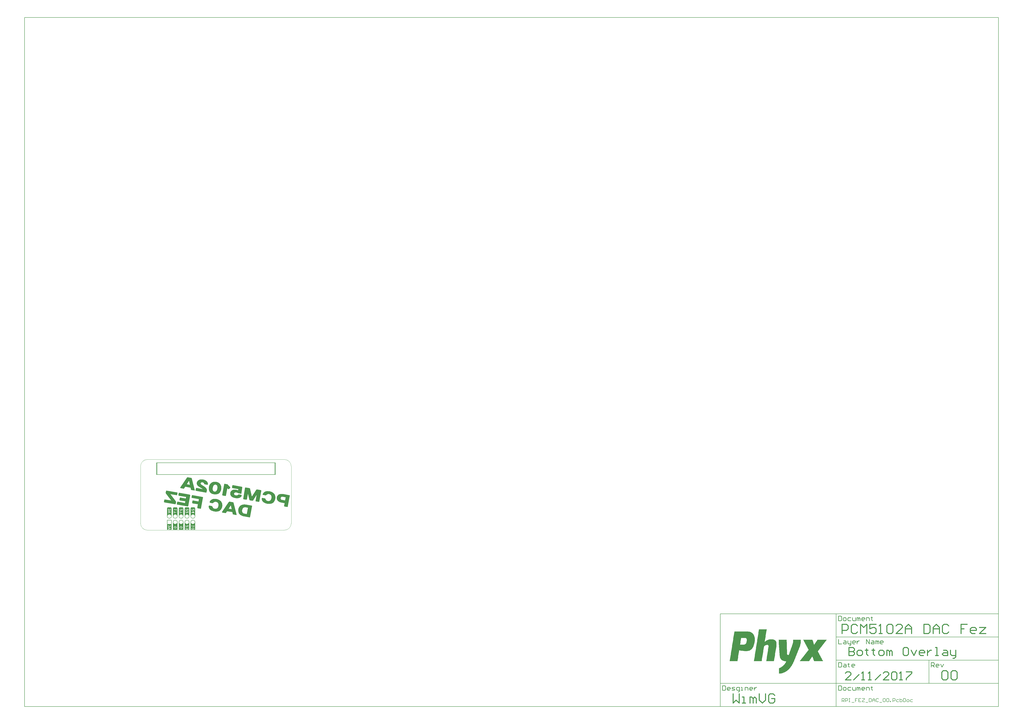
<source format=gbo>
G04 Layer_Color=32896*
%FSLAX25Y25*%
%MOIN*%
G70*
G01*
G75*
%ADD10C,0.00787*%
%ADD21C,0.01575*%
%ADD22C,0.00394*%
%ADD23C,0.00984*%
%ADD34R,0.06693X0.01575*%
%ADD51R,0.06693X0.01575*%
G36*
X143197Y78870D02*
X143213Y78867D01*
X146508Y78286D01*
X146691Y78254D01*
X146856Y78209D01*
X146917Y78199D01*
X146960Y78175D01*
X146990Y78170D01*
X147006Y78167D01*
X147168Y78107D01*
X147315Y78050D01*
X147374Y78024D01*
X147417Y78000D01*
X147429Y77982D01*
X147444Y77980D01*
X147589Y77907D01*
X147690Y77858D01*
X147761Y77814D01*
X147789Y77793D01*
X147885Y77713D01*
X147984Y77649D01*
X148049Y77574D01*
X148062Y77556D01*
X148077Y77553D01*
X148186Y77456D01*
X148254Y77397D01*
X148310Y77355D01*
X148322Y77337D01*
X148390Y77278D01*
X148468Y77186D01*
X148534Y77111D01*
X148547Y77093D01*
X148559Y77075D01*
X148650Y76965D01*
X148715Y76890D01*
X148743Y76870D01*
X148756Y76852D01*
X152127Y73316D01*
X152218Y73206D01*
X152291Y73083D01*
X152351Y72978D01*
X152378Y72863D01*
X152410Y72779D01*
X152427Y72697D01*
X152434Y72649D01*
X152432Y72633D01*
X152423Y72493D01*
X152401Y72371D01*
X152364Y72252D01*
X152318Y72166D01*
X152271Y72080D01*
X152230Y72024D01*
X152206Y71981D01*
X152189Y71968D01*
X150351Y69933D01*
X150241Y69842D01*
X150133Y69767D01*
X150013Y69709D01*
X149898Y69683D01*
X149798Y69653D01*
X149717Y69636D01*
X149653Y69631D01*
X149638Y69634D01*
X149467Y69648D01*
X149315Y69675D01*
X149180Y69715D01*
X149079Y69764D01*
X148993Y69811D01*
X148922Y69855D01*
X148879Y69878D01*
X148866Y69896D01*
X147583Y71003D01*
X147293Y71054D01*
X145146Y58881D01*
X145104Y58731D01*
X145050Y58599D01*
X144982Y58485D01*
X144918Y58386D01*
X144859Y58318D01*
X144799Y58250D01*
X144763Y58225D01*
X144745Y58212D01*
X144607Y58142D01*
X144474Y58103D01*
X144342Y58063D01*
X144229Y58052D01*
X144120Y58055D01*
X144041Y58053D01*
X143980Y58064D01*
X143965Y58067D01*
X139678Y58823D01*
X139528Y58865D01*
X139396Y58920D01*
X139283Y58987D01*
X139184Y59052D01*
X139100Y59113D01*
X139047Y59170D01*
X139022Y59206D01*
X139010Y59224D01*
X138940Y59362D01*
X138882Y59482D01*
X138858Y59612D01*
X138834Y59742D01*
X138835Y59837D01*
X138833Y59916D01*
X138844Y59977D01*
X138846Y59992D01*
X142028Y78038D01*
X142070Y78188D01*
X142128Y78335D01*
X142195Y78449D01*
X142257Y78533D01*
X142334Y78613D01*
X142391Y78666D01*
X142427Y78691D01*
X142445Y78704D01*
X142568Y78777D01*
X142703Y78831D01*
X142833Y78856D01*
X142963Y78880D01*
X143057Y78879D01*
X143136Y78881D01*
X143197Y78870D01*
D02*
G37*
G36*
X104564Y86170D02*
X104984Y86143D01*
X105185Y86123D01*
X105356Y86109D01*
X105511Y86097D01*
X105664Y86070D01*
X105788Y86064D01*
X105880Y86048D01*
X105971Y86032D01*
X106032Y86021D01*
X106063Y86016D01*
X106078Y86013D01*
X106884Y85855D01*
X107651Y85657D01*
X108352Y85439D01*
X109002Y85199D01*
X109603Y84951D01*
X110138Y84684D01*
X110627Y84424D01*
X111070Y84173D01*
X111450Y83918D01*
X111786Y83685D01*
X112065Y83479D01*
X112297Y83281D01*
X112474Y83124D01*
X112595Y83008D01*
X112676Y82931D01*
X112704Y82910D01*
X113084Y82481D01*
X113398Y82033D01*
X113669Y81607D01*
X113876Y81178D01*
X114053Y80753D01*
X114187Y80352D01*
X114293Y79972D01*
X114371Y79612D01*
X114406Y79275D01*
X114431Y78972D01*
X114449Y78717D01*
X114439Y78483D01*
X114438Y78294D01*
X114429Y78154D01*
X114415Y78078D01*
X114410Y78048D01*
X114360Y77852D01*
X114297Y77675D01*
X114209Y77533D01*
X114109Y77409D01*
X114013Y77315D01*
X113891Y77243D01*
X113770Y77185D01*
X113653Y77143D01*
X113438Y77087D01*
X113247Y77073D01*
X113171Y77087D01*
X113107Y77082D01*
X113077Y77087D01*
X113061Y77090D01*
X109492Y77720D01*
X109311Y77767D01*
X109134Y77830D01*
X108977Y77921D01*
X108822Y78026D01*
X108565Y78260D01*
X108358Y78517D01*
X108183Y78768D01*
X108062Y78978D01*
X108030Y79063D01*
X107995Y79132D01*
X107985Y79165D01*
X107973Y79183D01*
X107838Y79490D01*
X107667Y79772D01*
X107476Y80025D01*
X107264Y80251D01*
X107047Y80447D01*
X106809Y80615D01*
X106584Y80765D01*
X106353Y80884D01*
X106135Y80985D01*
X105933Y81084D01*
X105740Y81150D01*
X105575Y81194D01*
X105440Y81234D01*
X105336Y81268D01*
X105260Y81281D01*
X105244Y81284D01*
X104797Y81331D01*
X104386Y81325D01*
X104035Y81293D01*
X103739Y81219D01*
X103488Y81138D01*
X103389Y81108D01*
X103304Y81076D01*
X103235Y81041D01*
X103184Y81018D01*
X103166Y81006D01*
X103148Y80993D01*
X102989Y80895D01*
X102861Y80792D01*
X102733Y80689D01*
X102632Y80565D01*
X102452Y80345D01*
X102318Y80117D01*
X102237Y79927D01*
X102177Y79764D01*
X102151Y79706D01*
X102143Y79660D01*
X102137Y79630D01*
X102135Y79615D01*
X102123Y79459D01*
X102129Y79317D01*
X102148Y79156D01*
X102170Y79011D01*
X102279Y78740D01*
X102407Y78481D01*
X102542Y78269D01*
X102670Y78104D01*
X102708Y78051D01*
X102746Y77997D01*
X102774Y77976D01*
X102786Y77958D01*
X103109Y77650D01*
X103450Y77354D01*
X103797Y77088D01*
X104118Y76858D01*
X104272Y76752D01*
X104414Y76665D01*
X104541Y76579D01*
X104655Y76512D01*
X104738Y76450D01*
X104809Y76406D01*
X104852Y76383D01*
X104867Y76380D01*
X105351Y76090D01*
X105835Y75801D01*
X106288Y75516D01*
X106516Y75382D01*
X106713Y75252D01*
X106911Y75123D01*
X107080Y75015D01*
X107235Y74909D01*
X107361Y74824D01*
X107475Y74756D01*
X107543Y74697D01*
X107602Y74671D01*
X107614Y74653D01*
X108145Y74276D01*
X108664Y73918D01*
X108902Y73750D01*
X109125Y73585D01*
X109332Y73422D01*
X109527Y73278D01*
X109706Y73136D01*
X109858Y73015D01*
X109997Y72912D01*
X110108Y72829D01*
X110204Y72750D01*
X110272Y72690D01*
X110315Y72667D01*
X110328Y72649D01*
X110762Y72258D01*
X111145Y71844D01*
X111468Y71441D01*
X111621Y71241D01*
X111744Y71047D01*
X111855Y70870D01*
X111952Y70711D01*
X112035Y70555D01*
X112108Y70432D01*
X112168Y70327D01*
X112203Y70258D01*
X112225Y70207D01*
X112238Y70189D01*
X112363Y69915D01*
X112454Y69632D01*
X112533Y69366D01*
X112594Y69088D01*
X112627Y68830D01*
X112663Y68588D01*
X112689Y68112D01*
X112700Y67905D01*
X112698Y67717D01*
X112684Y67546D01*
X112675Y67406D01*
X112669Y67282D01*
X112655Y67205D01*
X112645Y67144D01*
X112642Y67129D01*
X112212Y64688D01*
X112169Y64538D01*
X112115Y64407D01*
X112047Y64293D01*
X111968Y64196D01*
X111908Y64128D01*
X111849Y64060D01*
X111813Y64035D01*
X111795Y64022D01*
X111657Y63952D01*
X111540Y63910D01*
X111407Y63871D01*
X111279Y63862D01*
X111185Y63863D01*
X111106Y63861D01*
X111045Y63872D01*
X111030Y63874D01*
X94296Y66825D01*
X94146Y66867D01*
X94014Y66922D01*
X93900Y66989D01*
X93801Y67054D01*
X93733Y67113D01*
X93680Y67169D01*
X93655Y67205D01*
X93642Y67223D01*
X93572Y67361D01*
X93515Y67482D01*
X93491Y67612D01*
X93466Y67742D01*
X93467Y67836D01*
X93465Y67915D01*
X93476Y67976D01*
X93479Y67991D01*
X93985Y70859D01*
X94027Y71009D01*
X94081Y71141D01*
X94149Y71255D01*
X94213Y71354D01*
X94290Y71434D01*
X94347Y71487D01*
X94383Y71513D01*
X94401Y71525D01*
X94524Y71598D01*
X94659Y71653D01*
X94774Y71680D01*
X94904Y71704D01*
X94998Y71703D01*
X95077Y71705D01*
X95138Y71694D01*
X95154Y71691D01*
X105298Y69902D01*
X105349Y70192D01*
X105225Y70293D01*
X105086Y70396D01*
X104762Y70610D01*
X104423Y70828D01*
X104081Y71029D01*
X103767Y71211D01*
X103625Y71298D01*
X103508Y71351D01*
X103410Y71415D01*
X103324Y71462D01*
X103281Y71485D01*
X103265Y71488D01*
X102721Y71788D01*
X102204Y72068D01*
X101733Y72340D01*
X101505Y72474D01*
X101305Y72588D01*
X101120Y72700D01*
X100963Y72790D01*
X100821Y72878D01*
X100692Y72948D01*
X100590Y72998D01*
X100519Y73041D01*
X100479Y73080D01*
X100464Y73083D01*
X99967Y73391D01*
X99489Y73711D01*
X99041Y74026D01*
X98831Y74173D01*
X98637Y74317D01*
X98454Y74444D01*
X98303Y74565D01*
X98164Y74668D01*
X98037Y74753D01*
X97941Y74833D01*
X97873Y74892D01*
X97830Y74916D01*
X97817Y74934D01*
X97355Y75345D01*
X97159Y75569D01*
X96959Y75777D01*
X96793Y75995D01*
X96627Y76213D01*
X96489Y76410D01*
X96351Y76608D01*
X96243Y76800D01*
X96145Y76959D01*
X96063Y77115D01*
X95990Y77238D01*
X95948Y77355D01*
X95913Y77424D01*
X95890Y77475D01*
X95878Y77493D01*
X95771Y77780D01*
X95679Y78063D01*
X95606Y78359D01*
X95547Y78653D01*
X95517Y78925D01*
X95486Y79198D01*
X95468Y79453D01*
X95466Y79705D01*
X95473Y79924D01*
X95480Y80143D01*
X95494Y80313D01*
X95509Y80484D01*
X95515Y80609D01*
X95531Y80700D01*
X95542Y80761D01*
X95544Y80777D01*
X95666Y81290D01*
X95832Y81780D01*
X96037Y82231D01*
X96285Y82659D01*
X96544Y83054D01*
X96827Y83413D01*
X97123Y83754D01*
X97411Y84049D01*
X97694Y84314D01*
X97969Y84533D01*
X98225Y84739D01*
X98443Y84905D01*
X98638Y85028D01*
X98779Y85114D01*
X98868Y85176D01*
X98902Y85186D01*
X99452Y85451D01*
X100027Y85680D01*
X100624Y85858D01*
X101229Y85987D01*
X101829Y86086D01*
X102422Y86154D01*
X102993Y86179D01*
X103561Y86189D01*
X104081Y86192D01*
X104564Y86170D01*
D02*
G37*
G36*
X156972Y76441D02*
X156988Y76438D01*
X171891Y73811D01*
X172041Y73768D01*
X172173Y73714D01*
X172287Y73646D01*
X172371Y73585D01*
X172451Y73507D01*
X172504Y73451D01*
X172529Y73415D01*
X172542Y73397D01*
X172615Y73274D01*
X172669Y73139D01*
X172694Y73009D01*
X172705Y72896D01*
X172717Y72784D01*
X172719Y72705D01*
X172708Y72644D01*
X172705Y72629D01*
X171542Y62642D01*
X171515Y62489D01*
X171460Y62357D01*
X171393Y62243D01*
X171329Y62145D01*
X171254Y62079D01*
X171195Y62011D01*
X171159Y61986D01*
X171141Y61973D01*
X171003Y61903D01*
X170870Y61864D01*
X170737Y61824D01*
X170610Y61815D01*
X170516Y61816D01*
X170437Y61814D01*
X170376Y61825D01*
X170361Y61828D01*
X167645Y62306D01*
X167282Y62386D01*
X166893Y62502D01*
X166510Y62648D01*
X166157Y62789D01*
X165998Y62864D01*
X165835Y62924D01*
X165706Y62994D01*
X165589Y63046D01*
X165500Y63078D01*
X165430Y63122D01*
X165386Y63145D01*
X165371Y63148D01*
X164877Y63377D01*
X164408Y63569D01*
X163963Y63726D01*
X163770Y63792D01*
X163577Y63857D01*
X163397Y63905D01*
X163247Y63947D01*
X163110Y63971D01*
X162990Y64008D01*
X162899Y64024D01*
X162838Y64035D01*
X162792Y64043D01*
X162777Y64046D01*
X162472Y64100D01*
X162161Y64123D01*
X161881Y64141D01*
X161629Y64138D01*
X161377Y64135D01*
X161150Y64097D01*
X160923Y64058D01*
X160727Y64014D01*
X160359Y63890D01*
X160047Y63725D01*
X159780Y63552D01*
X159557Y63355D01*
X159379Y63151D01*
X159234Y62956D01*
X159121Y62756D01*
X159027Y62583D01*
X158970Y62436D01*
X158933Y62317D01*
X158920Y62241D01*
X158914Y62210D01*
X158892Y61994D01*
X158870Y61778D01*
X158896Y61569D01*
X158927Y61390D01*
X159036Y61025D01*
X159201Y60712D01*
X159420Y60438D01*
X159675Y60189D01*
X159950Y59967D01*
X160249Y59789D01*
X160550Y59625D01*
X160857Y59492D01*
X161139Y59396D01*
X161393Y59319D01*
X161601Y59251D01*
X161766Y59206D01*
X161827Y59196D01*
X161873Y59188D01*
X161904Y59182D01*
X161919Y59179D01*
X162318Y59125D01*
X162692Y59106D01*
X163039Y59108D01*
X163373Y59128D01*
X163666Y59186D01*
X163944Y59247D01*
X164207Y59311D01*
X164427Y59398D01*
X164631Y59488D01*
X164803Y59567D01*
X164962Y59665D01*
X165085Y59738D01*
X165174Y59801D01*
X165246Y59851D01*
X165285Y59891D01*
X165303Y59904D01*
X165490Y60075D01*
X165690Y60229D01*
X165870Y60355D01*
X166044Y60450D01*
X166218Y60545D01*
X166371Y60612D01*
X166522Y60664D01*
X166655Y60704D01*
X166897Y60740D01*
X167073Y60756D01*
X167137Y60760D01*
X167182Y60752D01*
X167213Y60747D01*
X167228Y60744D01*
X170798Y60115D01*
X170993Y60065D01*
X171171Y60002D01*
X171313Y59914D01*
X171421Y59816D01*
X171530Y59718D01*
X171603Y59595D01*
X171663Y59490D01*
X171705Y59373D01*
X171744Y59146D01*
X171757Y58955D01*
X171744Y58878D01*
X171748Y58815D01*
X171743Y58784D01*
X171740Y58769D01*
X171637Y58362D01*
X171488Y57964D01*
X171281Y57592D01*
X171046Y57240D01*
X170801Y56921D01*
X170510Y56611D01*
X170225Y56331D01*
X169930Y56084D01*
X169637Y55852D01*
X169368Y55664D01*
X169102Y55491D01*
X168889Y55355D01*
X168694Y55232D01*
X168541Y55165D01*
X168451Y55102D01*
X168418Y55092D01*
X167858Y54861D01*
X167258Y54668D01*
X166648Y54508D01*
X166048Y54409D01*
X165421Y54331D01*
X164814Y54281D01*
X164228Y54258D01*
X163660Y54248D01*
X163128Y54263D01*
X162629Y54288D01*
X162197Y54333D01*
X161996Y54353D01*
X161825Y54367D01*
X161655Y54382D01*
X161518Y54406D01*
X161393Y54412D01*
X161286Y54431D01*
X161195Y54447D01*
X161134Y54458D01*
X161103Y54463D01*
X161088Y54466D01*
X160190Y54640D01*
X159365Y54864D01*
X158603Y55093D01*
X157892Y55344D01*
X157248Y55615D01*
X156667Y55890D01*
X156150Y56170D01*
X155679Y56442D01*
X155269Y56703D01*
X154920Y56953D01*
X154629Y57177D01*
X154382Y57378D01*
X154205Y57535D01*
X154069Y57654D01*
X153990Y57746D01*
X153963Y57767D01*
X153587Y58226D01*
X153263Y58708D01*
X153000Y59179D01*
X152773Y59675D01*
X152605Y60145D01*
X152482Y60607D01*
X152386Y61049D01*
X152322Y61485D01*
X152282Y61885D01*
X152265Y62234D01*
X152261Y62565D01*
X152279Y62845D01*
X152286Y63064D01*
X152302Y63156D01*
X152300Y63235D01*
X152311Y63296D01*
X152319Y63342D01*
X152322Y63357D01*
X152324Y63372D01*
X152449Y63901D01*
X152601Y64409D01*
X152810Y64875D01*
X153043Y65306D01*
X153289Y65719D01*
X153557Y66080D01*
X153835Y66409D01*
X154110Y66722D01*
X154375Y66974D01*
X154637Y67211D01*
X154876Y67405D01*
X155078Y67574D01*
X155258Y67699D01*
X155384Y67787D01*
X155473Y67850D01*
X155506Y67860D01*
X156026Y68130D01*
X156553Y68352D01*
X157102Y68523D01*
X157661Y68660D01*
X158230Y68764D01*
X158775Y68825D01*
X159303Y68874D01*
X159810Y68894D01*
X160296Y68887D01*
X160734Y68873D01*
X161124Y68851D01*
X161464Y68823D01*
X161620Y68811D01*
X161742Y68790D01*
X161851Y68786D01*
X161958Y68767D01*
X162019Y68756D01*
X162080Y68746D01*
X162110Y68740D01*
X162126Y68738D01*
X162810Y68601D01*
X163442Y68443D01*
X163727Y68361D01*
X164008Y68264D01*
X164278Y68185D01*
X164514Y68096D01*
X164719Y68013D01*
X164927Y67945D01*
X165090Y67885D01*
X165234Y67812D01*
X165354Y67775D01*
X165424Y67731D01*
X165483Y67705D01*
X165498Y67703D01*
X165773Y67654D01*
X166015Y69829D01*
X156130Y71572D01*
X155980Y71614D01*
X155848Y71669D01*
X155734Y71736D01*
X155635Y71801D01*
X155552Y71863D01*
X155499Y71920D01*
X155474Y71955D01*
X155461Y71973D01*
X155391Y72111D01*
X155336Y72247D01*
X155312Y72377D01*
X155285Y72492D01*
X155289Y72601D01*
X155287Y72680D01*
X155298Y72741D01*
X155300Y72757D01*
X155803Y75609D01*
X155845Y75759D01*
X155903Y75906D01*
X155970Y76020D01*
X156032Y76104D01*
X156109Y76184D01*
X156166Y76237D01*
X156202Y76262D01*
X156219Y76275D01*
X156342Y76348D01*
X156478Y76403D01*
X156608Y76427D01*
X156738Y76451D01*
X156832Y76450D01*
X156911Y76452D01*
X156972Y76441D01*
D02*
G37*
G36*
X178603Y72627D02*
X178619Y72624D01*
X184644Y71562D01*
X184855Y71509D01*
X185048Y71443D01*
X185205Y71353D01*
X185350Y71280D01*
X185461Y71198D01*
X185542Y71121D01*
X185597Y71079D01*
X185610Y71061D01*
X185726Y70915D01*
X185829Y70787D01*
X185899Y70649D01*
X185956Y70528D01*
X186001Y70426D01*
X186018Y70344D01*
X186041Y70293D01*
X186038Y70278D01*
X188910Y57220D01*
X189200Y57169D01*
X196350Y68460D01*
X196435Y68586D01*
X196551Y68707D01*
X196661Y68798D01*
X196772Y68889D01*
X196877Y68949D01*
X196967Y69012D01*
X197018Y69034D01*
X197036Y69047D01*
X197222Y69124D01*
X197404Y69171D01*
X197582Y69202D01*
X197755Y69203D01*
X197898Y69209D01*
X198007Y69206D01*
X198084Y69192D01*
X198114Y69187D01*
X204124Y68127D01*
X204274Y68085D01*
X204406Y68030D01*
X204520Y67963D01*
X204619Y67898D01*
X204684Y67824D01*
X204753Y67765D01*
X204778Y67729D01*
X204790Y67711D01*
X204863Y67588D01*
X204918Y67452D01*
X204942Y67322D01*
X204969Y67207D01*
X204965Y67098D01*
X204967Y67019D01*
X204957Y66958D01*
X204954Y66943D01*
X201772Y48896D01*
X201730Y48746D01*
X201675Y48615D01*
X201608Y48501D01*
X201528Y48405D01*
X201469Y48336D01*
X201409Y48268D01*
X201374Y48243D01*
X201356Y48230D01*
X201217Y48160D01*
X201100Y48118D01*
X200967Y48079D01*
X200840Y48070D01*
X200745Y48071D01*
X200666Y48069D01*
X200605Y48080D01*
X200590Y48082D01*
X196288Y48841D01*
X196138Y48883D01*
X196007Y48938D01*
X195893Y49005D01*
X195794Y49070D01*
X195710Y49132D01*
X195657Y49188D01*
X195632Y49224D01*
X195620Y49242D01*
X195550Y49380D01*
X195492Y49500D01*
X195468Y49630D01*
X195444Y49760D01*
X195445Y49855D01*
X195443Y49934D01*
X195454Y49995D01*
X195456Y50010D01*
X197124Y59468D01*
X196849Y59516D01*
X191307Y50742D01*
X191222Y50615D01*
X191124Y50507D01*
X191011Y50401D01*
X190903Y50325D01*
X190796Y50250D01*
X190709Y50202D01*
X190655Y50165D01*
X190637Y50152D01*
X190450Y50075D01*
X190269Y50028D01*
X190078Y50015D01*
X189920Y50011D01*
X189777Y50005D01*
X189653Y50011D01*
X189592Y50022D01*
X189561Y50027D01*
X186098Y50638D01*
X185887Y50691D01*
X185694Y50756D01*
X185519Y50834D01*
X185378Y50922D01*
X185282Y51002D01*
X185198Y51064D01*
X185143Y51105D01*
X185130Y51123D01*
X185014Y51269D01*
X184914Y51413D01*
X184826Y51538D01*
X184768Y51659D01*
X184739Y51758D01*
X184706Y51843D01*
X184684Y51894D01*
X184687Y51909D01*
X182525Y62042D01*
X182235Y62093D01*
X180568Y52635D01*
X180526Y52485D01*
X180471Y52354D01*
X180404Y52240D01*
X180324Y52144D01*
X180265Y52075D01*
X180205Y52007D01*
X180169Y51982D01*
X180151Y51969D01*
X180013Y51899D01*
X179896Y51857D01*
X179763Y51818D01*
X179636Y51809D01*
X179541Y51810D01*
X179462Y51808D01*
X179401Y51819D01*
X179386Y51821D01*
X175084Y52580D01*
X174934Y52622D01*
X174802Y52677D01*
X174689Y52744D01*
X174590Y52808D01*
X174522Y52868D01*
X174469Y52924D01*
X174444Y52960D01*
X174431Y52978D01*
X174361Y53116D01*
X174303Y53237D01*
X174279Y53367D01*
X174255Y53497D01*
X174256Y53591D01*
X174254Y53670D01*
X174265Y53731D01*
X174268Y53746D01*
X177450Y71792D01*
X177492Y71942D01*
X177549Y72089D01*
X177617Y72203D01*
X177678Y72287D01*
X177755Y72368D01*
X177812Y72421D01*
X177848Y72446D01*
X177866Y72458D01*
X177989Y72531D01*
X178124Y72586D01*
X178239Y72613D01*
X178369Y72637D01*
X178463Y72636D01*
X178542Y72638D01*
X178603Y72627D01*
D02*
G37*
G36*
X80196Y89979D02*
X80226Y89974D01*
X80241Y89971D01*
X86114Y88935D01*
X86264Y88893D01*
X86396Y88838D01*
X86525Y88769D01*
X86637Y88686D01*
X86821Y88481D01*
X86971Y88265D01*
X87092Y88055D01*
X87154Y87871D01*
X87189Y87802D01*
X87211Y87751D01*
X87221Y87718D01*
X87218Y87703D01*
X92060Y68242D01*
X92079Y68081D01*
X92085Y67938D01*
X92064Y67816D01*
X92014Y67715D01*
X91986Y67641D01*
X91942Y67570D01*
X91921Y67542D01*
X91903Y67530D01*
X91796Y67454D01*
X91678Y67412D01*
X91545Y67373D01*
X91433Y67361D01*
X91324Y67365D01*
X91245Y67363D01*
X91184Y67374D01*
X91168Y67376D01*
X86577Y68186D01*
X86412Y68231D01*
X86280Y68286D01*
X86150Y68356D01*
X86024Y68441D01*
X85840Y68646D01*
X85689Y68862D01*
X85581Y69054D01*
X85519Y69238D01*
X85500Y69304D01*
X85477Y69355D01*
X85467Y69388D01*
X85470Y69403D01*
X84918Y72159D01*
X75902Y73749D01*
X74441Y71348D01*
X74335Y71194D01*
X74217Y71057D01*
X74086Y70939D01*
X73973Y70833D01*
X73850Y70760D01*
X73729Y70703D01*
X73494Y70619D01*
X73283Y70577D01*
X73125Y70574D01*
X73061Y70569D01*
X73015Y70577D01*
X72985Y70583D01*
X72970Y70585D01*
X68103Y71443D01*
X67938Y71488D01*
X67806Y71543D01*
X67708Y71608D01*
X67609Y71672D01*
X67541Y71731D01*
X67503Y71785D01*
X67478Y71821D01*
X67465Y71839D01*
X67426Y71972D01*
X67399Y72087D01*
X67420Y72209D01*
X67442Y72331D01*
X67488Y72417D01*
X67517Y72491D01*
X67543Y72549D01*
X67561Y72561D01*
X78772Y89223D01*
X78894Y89375D01*
X79012Y89511D01*
X79128Y89632D01*
X79253Y89720D01*
X79376Y89793D01*
X79497Y89851D01*
X79732Y89935D01*
X79928Y89979D01*
X80101Y89980D01*
X80165Y89984D01*
X80196Y89979D01*
D02*
G37*
G36*
X44410Y67292D02*
X44425Y67289D01*
X61907Y64206D01*
X62057Y64164D01*
X62189Y64110D01*
X62303Y64042D01*
X62401Y63978D01*
X62467Y63903D01*
X62535Y63844D01*
X62560Y63808D01*
X62573Y63790D01*
X62646Y63667D01*
X62700Y63532D01*
X62725Y63402D01*
X62751Y63287D01*
X62748Y63177D01*
X62750Y63099D01*
X62739Y63037D01*
X62736Y63022D01*
X62233Y60170D01*
X62191Y60020D01*
X62134Y59873D01*
X62066Y59759D01*
X61987Y59662D01*
X61927Y59594D01*
X61868Y59526D01*
X61832Y59501D01*
X61814Y59488D01*
X61676Y59418D01*
X61559Y59376D01*
X61426Y59337D01*
X61298Y59328D01*
X61204Y59329D01*
X61125Y59327D01*
X61064Y59338D01*
X61049Y59340D01*
X51164Y61083D01*
X51113Y60793D01*
X59518Y49858D01*
X59682Y49625D01*
X59827Y49379D01*
X59945Y49154D01*
X60047Y48931D01*
X60119Y48714D01*
X60176Y48500D01*
X60222Y48318D01*
X60251Y48125D01*
X60285Y47961D01*
X60291Y47819D01*
X60300Y47691D01*
X60294Y47567D01*
X60281Y47490D01*
X60285Y47427D01*
X60277Y47381D01*
X60274Y47365D01*
X59844Y44925D01*
X59802Y44775D01*
X59747Y44643D01*
X59680Y44529D01*
X59600Y44433D01*
X59541Y44365D01*
X59482Y44297D01*
X59446Y44271D01*
X59428Y44259D01*
X59290Y44189D01*
X59172Y44147D01*
X59039Y44107D01*
X58912Y44098D01*
X58818Y44099D01*
X58739Y44097D01*
X58678Y44108D01*
X58662Y44111D01*
X40616Y47293D01*
X40466Y47335D01*
X40334Y47390D01*
X40220Y47457D01*
X40122Y47522D01*
X40038Y47583D01*
X39985Y47640D01*
X39960Y47676D01*
X39948Y47694D01*
X39878Y47832D01*
X39820Y47952D01*
X39796Y48082D01*
X39772Y48212D01*
X39772Y48307D01*
X39771Y48386D01*
X39781Y48447D01*
X39784Y48462D01*
X40290Y51330D01*
X40332Y51480D01*
X40387Y51612D01*
X40454Y51726D01*
X40519Y51824D01*
X40596Y51905D01*
X40652Y51958D01*
X40688Y51983D01*
X40706Y51996D01*
X40829Y52068D01*
X40964Y52123D01*
X41095Y52147D01*
X41225Y52172D01*
X41319Y52171D01*
X41398Y52172D01*
X41459Y52162D01*
X41474Y52159D01*
X51924Y50317D01*
X51975Y50606D01*
X43569Y61542D01*
X43406Y61775D01*
X43260Y62021D01*
X43143Y62246D01*
X43056Y62466D01*
X42968Y62686D01*
X42912Y62900D01*
X42868Y63097D01*
X42836Y63275D01*
X42818Y63436D01*
X42811Y63578D01*
X42805Y63721D01*
X42809Y63831D01*
X42807Y63910D01*
X42818Y63971D01*
X42826Y64016D01*
X42828Y64032D01*
X43256Y66457D01*
X43298Y66607D01*
X43356Y66754D01*
X43423Y66868D01*
X43485Y66952D01*
X43562Y67032D01*
X43618Y67085D01*
X43654Y67110D01*
X43672Y67123D01*
X43795Y67196D01*
X43931Y67250D01*
X44045Y67277D01*
X44176Y67302D01*
X44270Y67301D01*
X44349Y67303D01*
X44410Y67292D01*
D02*
G37*
G36*
X216780Y66304D02*
X217312Y66289D01*
X217543Y66264D01*
X217777Y66254D01*
X217994Y66232D01*
X218179Y66215D01*
X218365Y66198D01*
X218518Y66171D01*
X218658Y66162D01*
X218764Y66143D01*
X218856Y66127D01*
X218917Y66116D01*
X218963Y66108D01*
X218978Y66106D01*
X219494Y65999D01*
X219995Y65895D01*
X220475Y65763D01*
X220940Y65634D01*
X221387Y65492D01*
X221815Y65338D01*
X222226Y65171D01*
X222622Y65007D01*
X223000Y64830D01*
X223362Y64656D01*
X223707Y64470D01*
X224036Y64286D01*
X224351Y64104D01*
X224631Y63913D01*
X224912Y63722D01*
X225165Y63552D01*
X225416Y63366D01*
X225636Y63186D01*
X225858Y63021D01*
X226047Y62846D01*
X226224Y62689D01*
X226386Y62534D01*
X226535Y62398D01*
X226669Y62264D01*
X226774Y62151D01*
X226880Y62038D01*
X226958Y61946D01*
X227039Y61869D01*
X227092Y61812D01*
X227130Y61758D01*
X227142Y61740D01*
X227155Y61722D01*
X227381Y61400D01*
X227592Y61079D01*
X227782Y60731D01*
X227960Y60401D01*
X228117Y60043D01*
X228262Y59703D01*
X228500Y59000D01*
X228689Y58290D01*
X228820Y57607D01*
X228908Y56946D01*
X228968Y56307D01*
X228988Y55705D01*
X228986Y55155D01*
X228988Y54903D01*
X228978Y54669D01*
X228956Y54453D01*
X228952Y54249D01*
X228935Y54063D01*
X228923Y53908D01*
X228899Y53771D01*
X228892Y53646D01*
X228876Y53554D01*
X228866Y53493D01*
X228857Y53448D01*
X228855Y53433D01*
X228759Y52978D01*
X228665Y52538D01*
X228544Y52119D01*
X228411Y51718D01*
X228118Y50951D01*
X227803Y50236D01*
X227438Y49593D01*
X227066Y48998D01*
X226689Y48467D01*
X226308Y47999D01*
X225950Y47574D01*
X225603Y47211D01*
X225282Y46906D01*
X225133Y46775D01*
X224986Y46659D01*
X224873Y46553D01*
X224763Y46463D01*
X224658Y46402D01*
X224584Y46337D01*
X224512Y46287D01*
X224458Y46249D01*
X224440Y46236D01*
X224422Y46224D01*
X224086Y46016D01*
X223723Y45828D01*
X223362Y45656D01*
X223007Y45514D01*
X222253Y45254D01*
X221480Y45060D01*
X220712Y44896D01*
X219955Y44794D01*
X219205Y44737D01*
X218492Y44706D01*
X217817Y44714D01*
X217206Y44728D01*
X216926Y44746D01*
X216646Y44764D01*
X216397Y44776D01*
X216180Y44799D01*
X215964Y44821D01*
X215778Y44838D01*
X215626Y44865D01*
X215486Y44874D01*
X215379Y44893D01*
X215303Y44906D01*
X215257Y44914D01*
X215242Y44917D01*
X214363Y45103D01*
X213534Y45312D01*
X212760Y45559D01*
X212036Y45828D01*
X211380Y46117D01*
X210771Y46413D01*
X210226Y46714D01*
X209743Y47003D01*
X209305Y47285D01*
X208928Y47556D01*
X208609Y47801D01*
X208473Y47919D01*
X208349Y48020D01*
X208241Y48118D01*
X208145Y48197D01*
X208079Y48272D01*
X208011Y48331D01*
X207958Y48388D01*
X207915Y48411D01*
X207905Y48444D01*
X207890Y48447D01*
X207665Y48691D01*
X207459Y48947D01*
X207268Y49201D01*
X207092Y49453D01*
X206786Y49947D01*
X206525Y50433D01*
X206326Y50909D01*
X206170Y51361D01*
X206042Y51793D01*
X205954Y52186D01*
X205909Y52555D01*
X205874Y52892D01*
X205864Y53192D01*
X205861Y53445D01*
X205866Y53648D01*
X205877Y53803D01*
X205893Y53895D01*
X205896Y53910D01*
X205899Y53926D01*
X205949Y54121D01*
X206012Y54299D01*
X206100Y54441D01*
X206200Y54564D01*
X206295Y54658D01*
X206418Y54730D01*
X206526Y54806D01*
X206643Y54848D01*
X206870Y54887D01*
X207062Y54900D01*
X207140Y54902D01*
X207202Y54891D01*
X207232Y54886D01*
X207247Y54883D01*
X210832Y54251D01*
X211028Y54201D01*
X211205Y54138D01*
X211378Y54045D01*
X211532Y53939D01*
X211790Y53705D01*
X211996Y53448D01*
X212157Y53200D01*
X212262Y52992D01*
X212309Y52905D01*
X212329Y52839D01*
X212339Y52806D01*
X212351Y52788D01*
X212551Y52312D01*
X212776Y51895D01*
X213037Y51503D01*
X213324Y51169D01*
X213620Y50881D01*
X213935Y50621D01*
X214242Y50394D01*
X214556Y50213D01*
X214857Y50050D01*
X215134Y49922D01*
X215400Y49828D01*
X215623Y49757D01*
X215801Y49694D01*
X215951Y49652D01*
X216042Y49636D01*
X216058Y49633D01*
X216073Y49631D01*
X216518Y49568D01*
X216938Y49541D01*
X217348Y49547D01*
X217715Y49577D01*
X218088Y49637D01*
X218414Y49705D01*
X218713Y49794D01*
X218996Y49886D01*
X219249Y49983D01*
X219472Y50085D01*
X219661Y50178D01*
X219820Y50275D01*
X219958Y50345D01*
X220048Y50408D01*
X220102Y50446D01*
X220120Y50459D01*
X220418Y50721D01*
X220688Y51003D01*
X220930Y51307D01*
X221147Y51646D01*
X221346Y51972D01*
X221517Y52320D01*
X221674Y52670D01*
X221812Y53007D01*
X221914Y53319D01*
X222014Y53616D01*
X222093Y53886D01*
X222166Y54124D01*
X222201Y54323D01*
X222243Y54473D01*
X222251Y54518D01*
X222259Y54564D01*
X222262Y54579D01*
X222265Y54594D01*
X222341Y55116D01*
X222381Y55612D01*
X222401Y56081D01*
X222385Y56524D01*
X222348Y56939D01*
X222288Y57312D01*
X222222Y57653D01*
X222154Y57980D01*
X222075Y58246D01*
X221978Y58499D01*
X221906Y58716D01*
X221826Y58887D01*
X221756Y59025D01*
X221709Y59112D01*
X221674Y59181D01*
X221661Y59199D01*
X221432Y59507D01*
X221185Y59802D01*
X220931Y60052D01*
X220640Y60276D01*
X220361Y60482D01*
X220063Y60661D01*
X219774Y60806D01*
X219485Y60952D01*
X219221Y61061D01*
X218970Y61152D01*
X218731Y61226D01*
X218535Y61276D01*
X218370Y61321D01*
X218251Y61358D01*
X218175Y61371D01*
X218144Y61377D01*
X217681Y61427D01*
X217243Y61441D01*
X216813Y61407D01*
X216422Y61334D01*
X216042Y61228D01*
X215689Y61102D01*
X215367Y60970D01*
X215073Y60817D01*
X214806Y60644D01*
X214576Y60496D01*
X214376Y60343D01*
X214194Y60202D01*
X214062Y60083D01*
X213967Y59990D01*
X213911Y59937D01*
X213890Y59909D01*
X213718Y59735D01*
X213548Y59576D01*
X213384Y59448D01*
X213210Y59353D01*
X213051Y59255D01*
X212898Y59187D01*
X212747Y59135D01*
X212599Y59099D01*
X212357Y59063D01*
X212245Y59051D01*
X212151Y59052D01*
X212074Y59065D01*
X212026Y59058D01*
X211995Y59064D01*
X211980Y59066D01*
X208395Y59698D01*
X208200Y59749D01*
X208022Y59811D01*
X207880Y59899D01*
X207771Y59997D01*
X207663Y60095D01*
X207590Y60218D01*
X207533Y60338D01*
X207490Y60456D01*
X207449Y60667D01*
X207436Y60858D01*
X207434Y60937D01*
X207445Y60998D01*
X207450Y61029D01*
X207453Y61044D01*
X207496Y61288D01*
X207572Y61542D01*
X207747Y61999D01*
X207965Y62432D01*
X208211Y62845D01*
X208500Y63235D01*
X208811Y63573D01*
X209120Y63896D01*
X209441Y64201D01*
X209754Y64460D01*
X210044Y64677D01*
X210331Y64878D01*
X210579Y65039D01*
X210774Y65161D01*
X210933Y65259D01*
X211035Y65304D01*
X211056Y65332D01*
X211071Y65329D01*
X211685Y65599D01*
X212308Y65835D01*
X212967Y66002D01*
X213635Y66135D01*
X214296Y66223D01*
X214951Y66281D01*
X215585Y66311D01*
X216202Y66328D01*
X216780Y66304D01*
D02*
G37*
G36*
X65904Y63502D02*
X65919Y63499D01*
X83401Y60417D01*
X83551Y60374D01*
X83683Y60320D01*
X83797Y60252D01*
X83895Y60188D01*
X83961Y60113D01*
X84029Y60054D01*
X84054Y60018D01*
X84067Y60000D01*
X84139Y59877D01*
X84194Y59742D01*
X84218Y59612D01*
X84245Y59497D01*
X84242Y59387D01*
X84244Y59308D01*
X84233Y59247D01*
X84230Y59232D01*
X81048Y41186D01*
X81006Y41036D01*
X80951Y40904D01*
X80884Y40790D01*
X80804Y40694D01*
X80745Y40626D01*
X80686Y40558D01*
X80650Y40533D01*
X80632Y40520D01*
X80494Y40450D01*
X80376Y40408D01*
X80243Y40368D01*
X80116Y40359D01*
X80022Y40360D01*
X79943Y40358D01*
X79882Y40369D01*
X79866Y40372D01*
X62384Y43455D01*
X62235Y43497D01*
X62103Y43551D01*
X61989Y43619D01*
X61890Y43683D01*
X61822Y43742D01*
X61769Y43799D01*
X61744Y43835D01*
X61731Y43853D01*
X61661Y43991D01*
X61604Y44111D01*
X61580Y44241D01*
X61555Y44371D01*
X61556Y44466D01*
X61554Y44545D01*
X61565Y44606D01*
X61568Y44621D01*
X62073Y47489D01*
X62116Y47639D01*
X62170Y47771D01*
X62238Y47885D01*
X62302Y47983D01*
X62379Y48064D01*
X62436Y48117D01*
X62472Y48142D01*
X62490Y48155D01*
X62613Y48227D01*
X62748Y48282D01*
X62863Y48309D01*
X62993Y48333D01*
X63087Y48332D01*
X63166Y48334D01*
X63227Y48323D01*
X63243Y48321D01*
X75416Y46174D01*
X75921Y49042D01*
X66906Y50632D01*
X66756Y50674D01*
X66624Y50729D01*
X66510Y50796D01*
X66412Y50861D01*
X66328Y50922D01*
X66275Y50979D01*
X66250Y51015D01*
X66237Y51033D01*
X66167Y51171D01*
X66110Y51291D01*
X66086Y51421D01*
X66062Y51551D01*
X66062Y51646D01*
X66061Y51725D01*
X66071Y51786D01*
X66074Y51801D01*
X66580Y54669D01*
X66622Y54819D01*
X66676Y54950D01*
X66744Y55064D01*
X66808Y55163D01*
X66886Y55244D01*
X66942Y55297D01*
X66978Y55322D01*
X66996Y55335D01*
X67119Y55407D01*
X67254Y55462D01*
X67384Y55486D01*
X67514Y55511D01*
X67609Y55510D01*
X67688Y55511D01*
X67749Y55501D01*
X67764Y55498D01*
X76780Y53908D01*
X77234Y56486D01*
X65061Y58633D01*
X64911Y58675D01*
X64779Y58730D01*
X64665Y58797D01*
X64566Y58862D01*
X64498Y58921D01*
X64445Y58977D01*
X64420Y59013D01*
X64408Y59031D01*
X64338Y59169D01*
X64283Y59305D01*
X64259Y59435D01*
X64232Y59550D01*
X64235Y59659D01*
X64233Y59738D01*
X64244Y59799D01*
X64247Y59815D01*
X64750Y62667D01*
X64792Y62817D01*
X64849Y62964D01*
X64917Y63078D01*
X64979Y63162D01*
X65056Y63242D01*
X65112Y63295D01*
X65148Y63320D01*
X65166Y63333D01*
X65289Y63406D01*
X65425Y63460D01*
X65539Y63487D01*
X65670Y63512D01*
X65764Y63511D01*
X65843Y63512D01*
X65904Y63502D01*
D02*
G37*
G36*
X126721Y82216D02*
X126971Y82203D01*
X127205Y82193D01*
X127424Y82186D01*
X127610Y82169D01*
X127796Y82152D01*
X127951Y82140D01*
X128088Y82116D01*
X128213Y82110D01*
X128304Y82094D01*
X128365Y82083D01*
X128411Y82075D01*
X128426Y82072D01*
X128866Y81979D01*
X129306Y81886D01*
X130129Y81646D01*
X130882Y81372D01*
X131582Y81060D01*
X132231Y80725D01*
X132814Y80371D01*
X133332Y80012D01*
X133805Y79661D01*
X134232Y79318D01*
X134583Y78989D01*
X134891Y78683D01*
X135009Y78552D01*
X135128Y78421D01*
X135234Y78308D01*
X135325Y78198D01*
X135403Y78105D01*
X135453Y78034D01*
X135506Y77977D01*
X135543Y77923D01*
X135556Y77905D01*
X135569Y77887D01*
X135780Y77567D01*
X135960Y77252D01*
X136135Y76907D01*
X136297Y76579D01*
X136553Y75889D01*
X136761Y75192D01*
X136922Y74503D01*
X137035Y73807D01*
X137108Y73149D01*
X137153Y72512D01*
X137173Y71911D01*
X137155Y71363D01*
X137143Y71114D01*
X137133Y70880D01*
X137123Y70645D01*
X137103Y70444D01*
X137089Y70274D01*
X137074Y70103D01*
X137050Y69966D01*
X137044Y69841D01*
X137028Y69750D01*
X137017Y69689D01*
X137009Y69643D01*
X137006Y69628D01*
X136910Y69173D01*
X136817Y68733D01*
X136575Y67895D01*
X136298Y67126D01*
X135983Y66411D01*
X135648Y65762D01*
X135307Y65162D01*
X134945Y64628D01*
X134591Y64139D01*
X134251Y63728D01*
X133920Y63362D01*
X133765Y63200D01*
X133629Y63051D01*
X133480Y62920D01*
X133364Y62799D01*
X133251Y62693D01*
X133141Y62602D01*
X133048Y62524D01*
X132977Y62474D01*
X132920Y62421D01*
X132866Y62383D01*
X132833Y62373D01*
X132830Y62358D01*
X132510Y62147D01*
X132192Y61952D01*
X131865Y61789D01*
X131537Y61627D01*
X130845Y61356D01*
X130163Y61146D01*
X129474Y60984D01*
X128808Y60865D01*
X128150Y60793D01*
X127513Y60748D01*
X126930Y60740D01*
X126395Y60740D01*
X126146Y60753D01*
X125911Y60763D01*
X125692Y60770D01*
X125491Y60790D01*
X125321Y60804D01*
X125151Y60818D01*
X125013Y60842D01*
X124904Y60846D01*
X124812Y60862D01*
X124751Y60873D01*
X124705Y60881D01*
X124690Y60884D01*
X124250Y60977D01*
X123811Y61070D01*
X122988Y61310D01*
X122234Y61584D01*
X121519Y61899D01*
X120885Y62231D01*
X120288Y62588D01*
X119766Y62932D01*
X119296Y63297D01*
X118869Y63640D01*
X118515Y63954D01*
X118208Y64260D01*
X118089Y64391D01*
X117971Y64522D01*
X117865Y64635D01*
X117774Y64746D01*
X117696Y64838D01*
X117630Y64912D01*
X117593Y64966D01*
X117555Y65020D01*
X117545Y65053D01*
X117530Y65056D01*
X117319Y65376D01*
X117139Y65691D01*
X116964Y66037D01*
X116801Y66364D01*
X116545Y67054D01*
X116338Y67751D01*
X116179Y68456D01*
X116063Y69137D01*
X115990Y69794D01*
X115945Y70432D01*
X115926Y71033D01*
X115943Y71580D01*
X115941Y71832D01*
X115966Y72064D01*
X115976Y72298D01*
X115995Y72499D01*
X116010Y72670D01*
X116024Y72840D01*
X116048Y72977D01*
X116054Y73102D01*
X116071Y73194D01*
X116081Y73255D01*
X116089Y73300D01*
X116092Y73316D01*
X116173Y73773D01*
X116281Y74210D01*
X116524Y75048D01*
X116801Y75817D01*
X117115Y76533D01*
X117450Y77181D01*
X117792Y77782D01*
X118154Y78316D01*
X118507Y78804D01*
X118847Y79216D01*
X119179Y79582D01*
X119333Y79743D01*
X119470Y79892D01*
X119603Y80026D01*
X119734Y80145D01*
X119847Y80251D01*
X119958Y80341D01*
X120050Y80419D01*
X120122Y80470D01*
X120178Y80523D01*
X120232Y80560D01*
X120250Y80573D01*
X120268Y80585D01*
X120588Y80796D01*
X120906Y80992D01*
X121236Y81170D01*
X121561Y81317D01*
X122254Y81588D01*
X122938Y81813D01*
X123627Y81975D01*
X124309Y82091D01*
X124966Y82163D01*
X125588Y82211D01*
X126171Y82218D01*
X126721Y82216D01*
D02*
G37*
G36*
X88252Y59561D02*
X88267Y59558D01*
X105169Y56578D01*
X105319Y56536D01*
X105451Y56481D01*
X105565Y56414D01*
X105664Y56349D01*
X105729Y56275D01*
X105797Y56216D01*
X105823Y56180D01*
X105835Y56162D01*
X105908Y56039D01*
X105963Y55904D01*
X105987Y55773D01*
X106014Y55659D01*
X106010Y55549D01*
X106012Y55470D01*
X106001Y55409D01*
X105999Y55394D01*
X102816Y37348D01*
X102774Y37198D01*
X102720Y37066D01*
X102652Y36952D01*
X102572Y36856D01*
X102513Y36788D01*
X102454Y36719D01*
X102418Y36694D01*
X102400Y36682D01*
X102262Y36612D01*
X102144Y36569D01*
X102012Y36530D01*
X101884Y36521D01*
X101790Y36522D01*
X101711Y36520D01*
X101650Y36531D01*
X101635Y36534D01*
X97333Y37292D01*
X97183Y37334D01*
X97051Y37389D01*
X96937Y37456D01*
X96838Y37521D01*
X96755Y37583D01*
X96702Y37639D01*
X96677Y37675D01*
X96664Y37693D01*
X96594Y37831D01*
X96537Y37951D01*
X96513Y38082D01*
X96488Y38212D01*
X96489Y38306D01*
X96487Y38385D01*
X96498Y38446D01*
X96501Y38461D01*
X97486Y44044D01*
X88470Y45634D01*
X88320Y45676D01*
X88188Y45731D01*
X88074Y45798D01*
X87978Y45878D01*
X87895Y45940D01*
X87842Y45996D01*
X87817Y46032D01*
X87804Y46050D01*
X87734Y46189D01*
X87677Y46309D01*
X87652Y46439D01*
X87628Y46569D01*
X87629Y46663D01*
X87627Y46742D01*
X87638Y46803D01*
X87641Y46818D01*
X88146Y49686D01*
X88188Y49836D01*
X88243Y49968D01*
X88310Y50082D01*
X88375Y50181D01*
X88452Y50261D01*
X88509Y50314D01*
X88545Y50340D01*
X88563Y50352D01*
X88686Y50425D01*
X88821Y50480D01*
X88951Y50504D01*
X89081Y50528D01*
X89175Y50527D01*
X89254Y50529D01*
X89315Y50518D01*
X89331Y50516D01*
X98346Y48926D01*
X99002Y52648D01*
X87409Y54692D01*
X87259Y54734D01*
X87127Y54789D01*
X87013Y54856D01*
X86914Y54921D01*
X86831Y54983D01*
X86778Y55039D01*
X86753Y55075D01*
X86740Y55093D01*
X86670Y55231D01*
X86616Y55367D01*
X86591Y55497D01*
X86564Y55612D01*
X86568Y55721D01*
X86566Y55800D01*
X86577Y55861D01*
X86580Y55877D01*
X87083Y58729D01*
X87125Y58879D01*
X87182Y59026D01*
X87249Y59140D01*
X87311Y59224D01*
X87389Y59304D01*
X87445Y59357D01*
X87481Y59382D01*
X87499Y59395D01*
X87622Y59468D01*
X87757Y59523D01*
X87888Y59547D01*
X88018Y59571D01*
X88112Y59570D01*
X88191Y59572D01*
X88252Y59561D01*
D02*
G37*
G36*
X126702Y53190D02*
X127234Y53175D01*
X127466Y53150D01*
X127700Y53140D01*
X127917Y53118D01*
X128102Y53101D01*
X128288Y53084D01*
X128441Y53057D01*
X128580Y53048D01*
X128687Y53029D01*
X128779Y53013D01*
X128840Y53002D01*
X128886Y52994D01*
X128901Y52991D01*
X129417Y52885D01*
X129918Y52781D01*
X130398Y52649D01*
X130862Y52520D01*
X131309Y52378D01*
X131738Y52224D01*
X132149Y52057D01*
X132545Y51893D01*
X132923Y51716D01*
X133285Y51542D01*
X133630Y51355D01*
X133959Y51171D01*
X134273Y50990D01*
X134554Y50799D01*
X134835Y50608D01*
X135088Y50438D01*
X135339Y50252D01*
X135558Y50072D01*
X135781Y49907D01*
X135970Y49731D01*
X136147Y49575D01*
X136309Y49420D01*
X136458Y49284D01*
X136591Y49150D01*
X136697Y49037D01*
X136803Y48924D01*
X136881Y48832D01*
X136962Y48755D01*
X137015Y48698D01*
X137053Y48644D01*
X137065Y48626D01*
X137078Y48608D01*
X137304Y48285D01*
X137515Y47965D01*
X137705Y47617D01*
X137883Y47287D01*
X138040Y46929D01*
X138184Y46589D01*
X138422Y45886D01*
X138612Y45176D01*
X138743Y44493D01*
X138831Y43832D01*
X138891Y43192D01*
X138911Y42591D01*
X138908Y42041D01*
X138911Y41789D01*
X138901Y41555D01*
X138879Y41339D01*
X138874Y41135D01*
X138857Y40949D01*
X138846Y40794D01*
X138821Y40657D01*
X138815Y40532D01*
X138799Y40440D01*
X138788Y40379D01*
X138780Y40334D01*
X138778Y40318D01*
X138682Y39863D01*
X138588Y39424D01*
X138467Y39004D01*
X138334Y38603D01*
X138041Y37837D01*
X137726Y37122D01*
X137361Y36478D01*
X136989Y35884D01*
X136612Y35352D01*
X136231Y34885D01*
X135873Y34460D01*
X135526Y34097D01*
X135205Y33792D01*
X135055Y33661D01*
X134909Y33545D01*
X134796Y33439D01*
X134686Y33348D01*
X134581Y33288D01*
X134506Y33223D01*
X134435Y33172D01*
X134381Y33135D01*
X134363Y33122D01*
X134345Y33110D01*
X134009Y32901D01*
X133646Y32714D01*
X133285Y32541D01*
X132930Y32399D01*
X132176Y32139D01*
X131403Y31945D01*
X130635Y31782D01*
X129877Y31679D01*
X129128Y31623D01*
X128415Y31591D01*
X127740Y31600D01*
X127129Y31614D01*
X126849Y31631D01*
X126569Y31649D01*
X126320Y31662D01*
X126103Y31684D01*
X125887Y31707D01*
X125701Y31724D01*
X125549Y31751D01*
X125409Y31760D01*
X125302Y31778D01*
X125226Y31792D01*
X125180Y31800D01*
X125165Y31803D01*
X124285Y31989D01*
X123457Y32198D01*
X122683Y32445D01*
X121959Y32714D01*
X121302Y33003D01*
X120694Y33299D01*
X120149Y33599D01*
X119666Y33889D01*
X119228Y34171D01*
X118851Y34442D01*
X118532Y34687D01*
X118396Y34805D01*
X118272Y34905D01*
X118164Y35003D01*
X118067Y35083D01*
X118002Y35158D01*
X117934Y35217D01*
X117881Y35273D01*
X117838Y35297D01*
X117828Y35330D01*
X117813Y35333D01*
X117588Y35577D01*
X117382Y35833D01*
X117191Y36087D01*
X117015Y36338D01*
X116709Y36833D01*
X116448Y37319D01*
X116249Y37795D01*
X116093Y38247D01*
X115964Y38678D01*
X115876Y39071D01*
X115832Y39441D01*
X115797Y39777D01*
X115787Y40078D01*
X115784Y40330D01*
X115788Y40534D01*
X115800Y40689D01*
X115816Y40781D01*
X115819Y40796D01*
X115822Y40811D01*
X115872Y41007D01*
X115935Y41184D01*
X116023Y41326D01*
X116123Y41450D01*
X116218Y41543D01*
X116341Y41616D01*
X116449Y41692D01*
X116566Y41734D01*
X116793Y41772D01*
X116984Y41786D01*
X117063Y41788D01*
X117124Y41777D01*
X117155Y41772D01*
X117170Y41769D01*
X120755Y41137D01*
X120951Y41087D01*
X121128Y41024D01*
X121300Y40930D01*
X121455Y40825D01*
X121712Y40590D01*
X121919Y40334D01*
X122080Y40085D01*
X122185Y39878D01*
X122232Y39791D01*
X122252Y39725D01*
X122262Y39691D01*
X122274Y39674D01*
X122474Y39198D01*
X122699Y38781D01*
X122960Y38389D01*
X123247Y38055D01*
X123542Y37767D01*
X123858Y37507D01*
X124164Y37280D01*
X124478Y37099D01*
X124780Y36935D01*
X125056Y36808D01*
X125323Y36714D01*
X125546Y36643D01*
X125724Y36580D01*
X125874Y36538D01*
X125965Y36522D01*
X125981Y36519D01*
X125996Y36516D01*
X126441Y36454D01*
X126861Y36427D01*
X127271Y36433D01*
X127638Y36463D01*
X128010Y36523D01*
X128337Y36591D01*
X128636Y36680D01*
X128919Y36772D01*
X129172Y36869D01*
X129395Y36971D01*
X129584Y37063D01*
X129743Y37161D01*
X129881Y37231D01*
X129971Y37294D01*
X130025Y37332D01*
X130043Y37344D01*
X130341Y37606D01*
X130611Y37889D01*
X130853Y38192D01*
X131070Y38532D01*
X131269Y38858D01*
X131440Y39205D01*
X131597Y39555D01*
X131735Y39893D01*
X131837Y40205D01*
X131936Y40502D01*
X132015Y40771D01*
X132089Y41010D01*
X132124Y41208D01*
X132166Y41358D01*
X132174Y41404D01*
X132182Y41450D01*
X132185Y41465D01*
X132188Y41480D01*
X132264Y42002D01*
X132304Y42498D01*
X132324Y42966D01*
X132308Y43409D01*
X132271Y43825D01*
X132211Y44197D01*
X132145Y44539D01*
X132077Y44866D01*
X131998Y45131D01*
X131901Y45384D01*
X131829Y45601D01*
X131749Y45773D01*
X131679Y45911D01*
X131632Y45998D01*
X131597Y46067D01*
X131584Y46085D01*
X131355Y46393D01*
X131108Y46688D01*
X130853Y46938D01*
X130563Y47162D01*
X130284Y47368D01*
X129986Y47547D01*
X129697Y47692D01*
X129408Y47837D01*
X129144Y47947D01*
X128893Y48038D01*
X128654Y48112D01*
X128458Y48162D01*
X128293Y48207D01*
X128174Y48244D01*
X128098Y48257D01*
X128067Y48262D01*
X127604Y48313D01*
X127166Y48327D01*
X126735Y48293D01*
X126345Y48220D01*
X125965Y48114D01*
X125612Y47987D01*
X125290Y47855D01*
X124996Y47703D01*
X124729Y47530D01*
X124499Y47382D01*
X124299Y47228D01*
X124116Y47087D01*
X123985Y46969D01*
X123890Y46876D01*
X123834Y46823D01*
X123813Y46795D01*
X123641Y46621D01*
X123471Y46462D01*
X123307Y46333D01*
X123133Y46238D01*
X122974Y46141D01*
X122821Y46073D01*
X122670Y46021D01*
X122522Y45984D01*
X122280Y45948D01*
X122168Y45937D01*
X122073Y45937D01*
X121997Y45951D01*
X121949Y45944D01*
X121918Y45949D01*
X121903Y45952D01*
X118318Y46584D01*
X118122Y46634D01*
X117945Y46697D01*
X117803Y46785D01*
X117694Y46883D01*
X117586Y46981D01*
X117513Y47103D01*
X117456Y47224D01*
X117413Y47341D01*
X117372Y47553D01*
X117359Y47744D01*
X117357Y47823D01*
X117368Y47884D01*
X117373Y47915D01*
X117376Y47930D01*
X117419Y48174D01*
X117495Y48428D01*
X117670Y48885D01*
X117888Y49318D01*
X118134Y49731D01*
X118422Y50120D01*
X118734Y50459D01*
X119042Y50782D01*
X119364Y51087D01*
X119677Y51346D01*
X119967Y51562D01*
X120254Y51763D01*
X120502Y51924D01*
X120697Y52047D01*
X120856Y52145D01*
X120958Y52190D01*
X120979Y52218D01*
X120994Y52215D01*
X121608Y52484D01*
X122231Y52720D01*
X122890Y52887D01*
X123558Y53021D01*
X124219Y53109D01*
X124874Y53167D01*
X125508Y53196D01*
X126125Y53214D01*
X126702Y53190D01*
D02*
G37*
G36*
X176933Y43688D02*
X177559Y43672D01*
X177839Y43655D01*
X178119Y43637D01*
X178366Y43609D01*
X178597Y43584D01*
X178798Y43564D01*
X178984Y43547D01*
X179152Y43517D01*
X179292Y43508D01*
X179398Y43490D01*
X179475Y43476D01*
X179520Y43468D01*
X179536Y43465D01*
X188567Y41873D01*
X188716Y41831D01*
X188848Y41776D01*
X188962Y41709D01*
X189061Y41644D01*
X189126Y41570D01*
X189195Y41511D01*
X189220Y41475D01*
X189232Y41457D01*
X189305Y41334D01*
X189360Y41198D01*
X189384Y41068D01*
X189411Y40953D01*
X189407Y40844D01*
X189409Y40765D01*
X189399Y40704D01*
X189396Y40689D01*
X186214Y22642D01*
X186172Y22492D01*
X186117Y22361D01*
X186050Y22247D01*
X185970Y22151D01*
X185910Y22082D01*
X185851Y22014D01*
X185815Y21989D01*
X185798Y21976D01*
X185659Y21906D01*
X185542Y21864D01*
X185409Y21825D01*
X185282Y21816D01*
X185187Y21817D01*
X185108Y21815D01*
X185047Y21826D01*
X185032Y21828D01*
X176001Y23421D01*
X175485Y23527D01*
X174969Y23634D01*
X174487Y23751D01*
X174024Y23895D01*
X173562Y24039D01*
X173131Y24179D01*
X172720Y24345D01*
X172324Y24510D01*
X171943Y24671D01*
X171581Y24845D01*
X171234Y25016D01*
X170904Y25200D01*
X170590Y25381D01*
X170291Y25560D01*
X170023Y25733D01*
X169757Y25922D01*
X169504Y26092D01*
X169282Y26257D01*
X169074Y26419D01*
X168883Y26579D01*
X168690Y26739D01*
X168526Y26878D01*
X168393Y27012D01*
X168256Y27130D01*
X168135Y27246D01*
X168044Y27356D01*
X167948Y27436D01*
X167883Y27510D01*
X167833Y27582D01*
X167792Y27621D01*
X167782Y27654D01*
X167767Y27657D01*
X167538Y27964D01*
X167327Y28285D01*
X167131Y28602D01*
X166951Y28917D01*
X166807Y29257D01*
X166659Y29582D01*
X166416Y30254D01*
X166234Y30915D01*
X166095Y31554D01*
X165986Y32186D01*
X165936Y32793D01*
X165908Y33348D01*
X165890Y33870D01*
X165910Y34339D01*
X165914Y34542D01*
X165931Y34728D01*
X165945Y34899D01*
X165957Y35054D01*
X165981Y35191D01*
X165985Y35301D01*
X165998Y35377D01*
X166012Y35453D01*
X166017Y35484D01*
X166020Y35499D01*
X166110Y35923D01*
X166198Y36333D01*
X166317Y36736D01*
X166447Y37122D01*
X166717Y37846D01*
X167039Y38512D01*
X167383Y39128D01*
X167747Y39677D01*
X168119Y40178D01*
X168482Y40633D01*
X168850Y41024D01*
X169192Y41357D01*
X169510Y41647D01*
X169788Y41881D01*
X170024Y42060D01*
X170113Y42123D01*
X170188Y42188D01*
X170257Y42223D01*
X170311Y42261D01*
X170331Y42289D01*
X170346Y42286D01*
X170679Y42479D01*
X171025Y42654D01*
X171756Y42965D01*
X172507Y43211D01*
X173263Y43392D01*
X174041Y43522D01*
X174798Y43624D01*
X175544Y43666D01*
X176258Y43697D01*
X176933Y43688D01*
D02*
G37*
G36*
X240310Y61574D02*
X240839Y61543D01*
X241073Y61533D01*
X241305Y61508D01*
X241521Y61486D01*
X241722Y61466D01*
X241892Y61452D01*
X242060Y61422D01*
X242185Y61416D01*
X242307Y61394D01*
X242399Y61378D01*
X242460Y61367D01*
X242505Y61360D01*
X242520Y61357D01*
X252543Y59590D01*
X252693Y59547D01*
X252825Y59493D01*
X252939Y59425D01*
X253037Y59361D01*
X253103Y59286D01*
X253171Y59227D01*
X253196Y59191D01*
X253209Y59173D01*
X253281Y59050D01*
X253336Y58915D01*
X253360Y58785D01*
X253387Y58670D01*
X253384Y58561D01*
X253386Y58482D01*
X253375Y58420D01*
X253372Y58405D01*
X250190Y40359D01*
X250148Y40209D01*
X250093Y40077D01*
X250026Y39963D01*
X249946Y39867D01*
X249887Y39799D01*
X249828Y39731D01*
X249792Y39706D01*
X249774Y39693D01*
X249636Y39623D01*
X249518Y39581D01*
X249385Y39541D01*
X249258Y39532D01*
X249164Y39533D01*
X249085Y39531D01*
X249024Y39542D01*
X249008Y39545D01*
X244707Y40303D01*
X244557Y40346D01*
X244425Y40400D01*
X244311Y40468D01*
X244212Y40532D01*
X244129Y40594D01*
X244076Y40651D01*
X244051Y40687D01*
X244038Y40705D01*
X243968Y40843D01*
X243911Y40963D01*
X243886Y41093D01*
X243862Y41223D01*
X243863Y41317D01*
X243861Y41396D01*
X243872Y41457D01*
X243875Y41473D01*
X244657Y45912D01*
X239944Y46743D01*
X239064Y46929D01*
X238251Y47136D01*
X237490Y47364D01*
X236797Y47628D01*
X236168Y47896D01*
X235587Y48172D01*
X235070Y48452D01*
X234614Y48721D01*
X234219Y48979D01*
X233870Y49229D01*
X233580Y49454D01*
X233347Y49652D01*
X233158Y49827D01*
X233037Y49942D01*
X232959Y50035D01*
X232931Y50056D01*
X232558Y50530D01*
X232250Y51009D01*
X231974Y51498D01*
X231777Y51989D01*
X231611Y52474D01*
X231476Y52955D01*
X231383Y53411D01*
X231334Y53845D01*
X231297Y54260D01*
X231283Y54624D01*
X231278Y54956D01*
X231299Y55251D01*
X231306Y55470D01*
X231322Y55561D01*
X231323Y55655D01*
X231334Y55717D01*
X231342Y55762D01*
X231344Y55778D01*
X231347Y55793D01*
X231483Y56382D01*
X231658Y56933D01*
X231877Y57461D01*
X232134Y57935D01*
X232398Y58360D01*
X232689Y58765D01*
X232988Y59121D01*
X233281Y59447D01*
X233582Y59724D01*
X233862Y59974D01*
X234118Y60180D01*
X234336Y60346D01*
X234531Y60469D01*
X234675Y60570D01*
X234762Y60617D01*
X234798Y60642D01*
X235363Y60904D01*
X235953Y61131D01*
X236578Y61288D01*
X237214Y61412D01*
X237859Y61502D01*
X238499Y61563D01*
X239133Y61592D01*
X239732Y61597D01*
X240310Y61574D01*
D02*
G37*
G36*
X91981Y38362D02*
X92535Y37808D01*
X92835Y37084D01*
Y36693D01*
X84961D01*
Y37084D01*
X85260Y37808D01*
X85814Y38362D01*
X86538Y38661D01*
X91258D01*
X91981Y38362D01*
D02*
G37*
G36*
X81981D02*
X82535Y37808D01*
X82835Y37084D01*
Y36693D01*
X74961D01*
Y37084D01*
X75260Y37808D01*
X75814Y38362D01*
X76538Y38661D01*
X81258D01*
X81981Y38362D01*
D02*
G37*
G36*
X71981D02*
X72535Y37808D01*
X72835Y37084D01*
Y36693D01*
X64961D01*
Y37084D01*
X65260Y37808D01*
X65814Y38362D01*
X66538Y38661D01*
X71258D01*
X71981Y38362D01*
D02*
G37*
G36*
X61981D02*
X62535Y37808D01*
X62835Y37084D01*
Y36693D01*
X54961D01*
Y37084D01*
X55260Y37808D01*
X55814Y38362D01*
X56538Y38661D01*
X61258D01*
X61981Y38362D01*
D02*
G37*
G36*
X51981D02*
X52535Y37808D01*
X52835Y37084D01*
Y36693D01*
X44961D01*
Y37084D01*
X45260Y37808D01*
X45814Y38362D01*
X46538Y38661D01*
X51258D01*
X51981Y38362D01*
D02*
G37*
G36*
X52835Y28670D02*
X44961D01*
Y36693D01*
X50583D01*
X50558Y36689D01*
X50521Y36682D01*
X50481Y36667D01*
X50441Y36653D01*
X50397Y36627D01*
X50357Y36595D01*
X50354Y36591D01*
X50339Y36576D01*
X50324Y36555D01*
X50303Y36529D01*
X50284Y36493D01*
X50266Y36453D01*
X50255Y36405D01*
X50252Y36354D01*
Y36351D01*
Y36336D01*
X50255Y36318D01*
X50259Y36292D01*
X50270Y36260D01*
X50281Y36227D01*
X50299Y36191D01*
X50321Y36151D01*
X50324Y36143D01*
X50336Y36125D01*
X50354Y36096D01*
X50375Y36059D01*
X50397Y36016D01*
X50419Y35969D01*
X50441Y35918D01*
X50456Y35867D01*
Y35863D01*
X50459Y35856D01*
Y35845D01*
X50463Y35830D01*
X50467Y35808D01*
X50470Y35783D01*
X50474Y35754D01*
X50477Y35721D01*
X50485Y35685D01*
X50488Y35641D01*
X50492Y35597D01*
X50496Y35546D01*
X50499Y35492D01*
Y35437D01*
X50503Y35375D01*
Y35310D01*
Y35302D01*
Y35284D01*
Y35251D01*
X50499Y35211D01*
Y35160D01*
X50496Y35102D01*
X50488Y35040D01*
X50485Y34971D01*
X50463Y34829D01*
X50437Y34684D01*
X50419Y34614D01*
X50397Y34549D01*
X50375Y34487D01*
X50346Y34433D01*
X50343Y34429D01*
X50339Y34422D01*
X50328Y34407D01*
X50317Y34389D01*
X50281Y34345D01*
X50234Y34294D01*
X50168Y34247D01*
X50092Y34203D01*
X50051Y34185D01*
X50004Y34170D01*
X49953Y34163D01*
X49902Y34159D01*
X49880D01*
X49866Y34163D01*
X49848D01*
X49822Y34167D01*
X49771Y34178D01*
X49706Y34200D01*
X49637Y34229D01*
X49564Y34265D01*
X49527Y34291D01*
X49491Y34320D01*
X49487D01*
X49484Y34327D01*
X49473Y34334D01*
X49458Y34349D01*
X49422Y34381D01*
X49378Y34433D01*
X49327Y34491D01*
X49276Y34563D01*
X49225Y34647D01*
X49182Y34742D01*
X49178Y34749D01*
X49174Y34756D01*
X49171Y34771D01*
X49167Y34789D01*
X49160Y34807D01*
X49152Y34833D01*
X49149Y34862D01*
X49142Y34895D01*
X49134Y34931D01*
X49127Y34975D01*
X49120Y35022D01*
X49112Y35073D01*
X49105Y35128D01*
X49098Y35190D01*
X49094Y35255D01*
Y35259D01*
Y35262D01*
X49091Y35284D01*
X49087Y35313D01*
X49080Y35353D01*
X49065Y35393D01*
X49047Y35441D01*
X49025Y35481D01*
X48992Y35521D01*
X48989Y35524D01*
X48974Y35535D01*
X48952Y35550D01*
X48927Y35565D01*
X48890Y35583D01*
X48850Y35597D01*
X48803Y35608D01*
X48752Y35612D01*
X48727D01*
X48701Y35608D01*
X48665Y35601D01*
X48625Y35586D01*
X48585Y35572D01*
X48541Y35546D01*
X48501Y35513D01*
X48497Y35510D01*
X48486Y35495D01*
X48468Y35473D01*
X48450Y35444D01*
X48432Y35404D01*
X48414Y35361D01*
X48403Y35310D01*
X48399Y35255D01*
Y35251D01*
Y35241D01*
Y35222D01*
Y35201D01*
Y35175D01*
Y35146D01*
Y35080D01*
Y35015D01*
Y34982D01*
Y34953D01*
Y34931D01*
Y34909D01*
Y34895D01*
Y34887D01*
Y34880D01*
X48395Y34862D01*
X48392Y34837D01*
X48381Y34800D01*
X48370Y34760D01*
X48355Y34713D01*
X48337Y34665D01*
X48312Y34614D01*
X48308Y34607D01*
X48297Y34593D01*
X48279Y34567D01*
X48257Y34538D01*
X48228Y34502D01*
X48191Y34465D01*
X48151Y34429D01*
X48104Y34396D01*
X48097Y34392D01*
X48082Y34381D01*
X48057Y34371D01*
X48020Y34352D01*
X47980Y34338D01*
X47937Y34327D01*
X47886Y34316D01*
X47835Y34312D01*
X47813D01*
X47798Y34316D01*
X47758Y34323D01*
X47704Y34338D01*
X47646Y34360D01*
X47584Y34396D01*
X47551Y34418D01*
X47518Y34443D01*
X47485Y34473D01*
X47456Y34509D01*
X47453Y34512D01*
X47449Y34516D01*
X47442Y34531D01*
X47431Y34545D01*
X47420Y34567D01*
X47405Y34589D01*
X47391Y34618D01*
X47372Y34655D01*
X47358Y34691D01*
X47343Y34735D01*
X47329Y34782D01*
X47318Y34837D01*
X47307Y34891D01*
X47300Y34953D01*
X47292Y35022D01*
Y35091D01*
Y35099D01*
Y35113D01*
Y35139D01*
X47296Y35175D01*
X47300Y35215D01*
X47307Y35262D01*
X47318Y35317D01*
X47329Y35375D01*
X47343Y35437D01*
X47362Y35499D01*
X47387Y35565D01*
X47416Y35626D01*
X47449Y35688D01*
X47489Y35750D01*
X47533Y35808D01*
X47584Y35859D01*
X47587Y35863D01*
X47598Y35870D01*
X47613Y35885D01*
X47631Y35903D01*
X47667Y35943D01*
X47682Y35965D01*
X47693Y35983D01*
Y35987D01*
X47700Y35994D01*
X47704Y36009D01*
X47711Y36030D01*
X47718Y36052D01*
X47722Y36081D01*
X47729Y36143D01*
Y36151D01*
Y36165D01*
X47722Y36194D01*
X47715Y36227D01*
X47704Y36263D01*
X47686Y36307D01*
X47660Y36347D01*
X47627Y36387D01*
X47624Y36391D01*
X47609Y36402D01*
X47587Y36420D01*
X47558Y36434D01*
X47522Y36453D01*
X47478Y36471D01*
X47431Y36482D01*
X47376Y36485D01*
X47365D01*
X47354Y36482D01*
X47336D01*
X47314Y36474D01*
X47292Y36467D01*
X47230Y36445D01*
X47198Y36431D01*
X47161Y36409D01*
X47125Y36384D01*
X47085Y36354D01*
X47045Y36318D01*
X47005Y36278D01*
X46961Y36231D01*
X46921Y36176D01*
X46918Y36172D01*
X46907Y36154D01*
X46892Y36129D01*
X46870Y36096D01*
X46845Y36049D01*
X46819Y35998D01*
X46790Y35932D01*
X46757Y35863D01*
X46728Y35787D01*
X46699Y35699D01*
X46674Y35605D01*
X46648Y35506D01*
X46626Y35397D01*
X46612Y35284D01*
X46601Y35164D01*
X46597Y35040D01*
Y35037D01*
Y35033D01*
Y35011D01*
X46601Y34978D01*
X46604Y34935D01*
X46608Y34880D01*
X46615Y34815D01*
X46626Y34745D01*
X46644Y34669D01*
X46663Y34589D01*
X46688Y34505D01*
X46717Y34418D01*
X46754Y34330D01*
X46794Y34247D01*
X46845Y34163D01*
X46899Y34083D01*
X46965Y34007D01*
X46968Y34003D01*
X46983Y33988D01*
X47001Y33970D01*
X47030Y33945D01*
X47067Y33916D01*
X47107Y33883D01*
X47158Y33846D01*
X47212Y33810D01*
X47274Y33774D01*
X47340Y33741D01*
X47412Y33708D01*
X47493Y33679D01*
X47573Y33654D01*
X47660Y33635D01*
X47751Y33621D01*
X47846Y33617D01*
X47893D01*
X47915Y33621D01*
X47944Y33624D01*
X48009Y33632D01*
X48086Y33646D01*
X48170Y33664D01*
X48261Y33694D01*
X48348Y33734D01*
X48352D01*
X48359Y33737D01*
X48370Y33744D01*
X48388Y33755D01*
X48406Y33766D01*
X48432Y33781D01*
X48486Y33821D01*
X48552Y33868D01*
X48625Y33930D01*
X48698Y33999D01*
X48774Y34079D01*
X48778Y34076D01*
X48785Y34065D01*
X48796Y34050D01*
X48810Y34028D01*
X48832Y34003D01*
X48854Y33974D01*
X48883Y33941D01*
X48912Y33905D01*
X48985Y33832D01*
X49069Y33755D01*
X49160Y33679D01*
X49211Y33646D01*
X49262Y33617D01*
X49265Y33613D01*
X49273Y33610D01*
X49291Y33602D01*
X49309Y33592D01*
X49334Y33581D01*
X49367Y33570D01*
X49404Y33555D01*
X49444Y33541D01*
X49487Y33526D01*
X49535Y33511D01*
X49640Y33490D01*
X49757Y33472D01*
X49880Y33464D01*
X49917D01*
X49942Y33468D01*
X49975Y33472D01*
X50015Y33475D01*
X50059Y33482D01*
X50106Y33490D01*
X50157Y33501D01*
X50212Y33515D01*
X50324Y33552D01*
X50386Y33573D01*
X50445Y33599D01*
X50507Y33632D01*
X50565Y33668D01*
X50568Y33672D01*
X50579Y33679D01*
X50594Y33690D01*
X50616Y33705D01*
X50641Y33726D01*
X50670Y33752D01*
X50707Y33781D01*
X50740Y33817D01*
X50780Y33854D01*
X50816Y33897D01*
X50856Y33948D01*
X50896Y33999D01*
X50936Y34058D01*
X50972Y34119D01*
X51005Y34185D01*
X51038Y34254D01*
Y34258D01*
X51045Y34272D01*
X51053Y34294D01*
X51064Y34323D01*
X51074Y34363D01*
X51089Y34407D01*
X51104Y34462D01*
X51118Y34523D01*
X51133Y34593D01*
X51147Y34665D01*
X51162Y34749D01*
X51173Y34837D01*
X51184Y34931D01*
X51191Y35033D01*
X51195Y35142D01*
X51198Y35255D01*
Y35259D01*
Y35262D01*
Y35277D01*
Y35291D01*
Y35310D01*
Y35331D01*
X51195Y35386D01*
X51191Y35455D01*
X51184Y35532D01*
X51176Y35615D01*
X51165Y35706D01*
X51155Y35805D01*
X51136Y35903D01*
X51118Y36005D01*
X51093Y36107D01*
X51064Y36205D01*
X51031Y36300D01*
X50994Y36387D01*
X50951Y36467D01*
Y36471D01*
X50943Y36478D01*
X50936Y36489D01*
X50925Y36504D01*
X50892Y36540D01*
X50852Y36580D01*
X50801Y36620D01*
X50743Y36656D01*
X50714Y36671D01*
X50681Y36682D01*
X50645Y36689D01*
X50609Y36693D01*
X52835D01*
Y28670D01*
D02*
G37*
G36*
X92835Y28819D02*
X84961D01*
Y36693D01*
X92835D01*
Y28819D01*
D02*
G37*
G36*
X82835D02*
X74961D01*
Y36693D01*
X82835D01*
Y28819D01*
D02*
G37*
G36*
X72835D02*
X64961D01*
Y36693D01*
X72835D01*
Y28819D01*
D02*
G37*
G36*
X62835D02*
X54961D01*
Y36693D01*
X62835D01*
Y28819D01*
D02*
G37*
G36*
X151192Y48463D02*
X151223Y48458D01*
X151238Y48455D01*
X157111Y47419D01*
X157261Y47377D01*
X157393Y47322D01*
X157522Y47253D01*
X157634Y47170D01*
X157818Y46965D01*
X157968Y46749D01*
X158089Y46539D01*
X158151Y46355D01*
X158186Y46286D01*
X158208Y46235D01*
X158218Y46202D01*
X158215Y46187D01*
X163057Y26726D01*
X163076Y26565D01*
X163082Y26422D01*
X163061Y26300D01*
X163011Y26199D01*
X162983Y26125D01*
X162939Y26054D01*
X162918Y26026D01*
X162900Y26014D01*
X162793Y25939D01*
X162675Y25896D01*
X162542Y25857D01*
X162430Y25845D01*
X162321Y25849D01*
X162242Y25847D01*
X162181Y25858D01*
X162165Y25860D01*
X157574Y26670D01*
X157408Y26715D01*
X157277Y26770D01*
X157147Y26840D01*
X157021Y26925D01*
X156837Y27130D01*
X156686Y27346D01*
X156578Y27538D01*
X156517Y27722D01*
X156497Y27788D01*
X156474Y27839D01*
X156464Y27872D01*
X156467Y27887D01*
X155915Y30643D01*
X146899Y32233D01*
X145438Y29832D01*
X145332Y29678D01*
X145214Y29542D01*
X145083Y29423D01*
X144970Y29317D01*
X144847Y29245D01*
X144727Y29187D01*
X144491Y29103D01*
X144280Y29061D01*
X144122Y29058D01*
X144058Y29053D01*
X144012Y29061D01*
X143982Y29067D01*
X143966Y29069D01*
X139100Y29927D01*
X138935Y29972D01*
X138803Y30027D01*
X138705Y30092D01*
X138606Y30156D01*
X138538Y30215D01*
X138500Y30269D01*
X138475Y30305D01*
X138462Y30323D01*
X138423Y30456D01*
X138396Y30571D01*
X138417Y30693D01*
X138439Y30815D01*
X138485Y30901D01*
X138514Y30975D01*
X138540Y31033D01*
X138558Y31045D01*
X149769Y47707D01*
X149891Y47859D01*
X150009Y47995D01*
X150125Y48116D01*
X150250Y48204D01*
X150373Y48277D01*
X150494Y48335D01*
X150729Y48419D01*
X150925Y48463D01*
X151098Y48464D01*
X151162Y48468D01*
X151192Y48463D01*
D02*
G37*
G36*
X92441Y25669D02*
X91811D01*
X90630Y26850D01*
Y27244D01*
X92441D01*
Y25669D01*
D02*
G37*
G36*
X87165Y26850D02*
X85984Y25669D01*
X85354D01*
Y27244D01*
X87165D01*
Y26850D01*
D02*
G37*
G36*
X82441Y25669D02*
X81811D01*
X80630Y26850D01*
Y27244D01*
X82441D01*
Y25669D01*
D02*
G37*
G36*
X77165Y26850D02*
X75984Y25669D01*
X75354D01*
Y27244D01*
X77165D01*
Y26850D01*
D02*
G37*
G36*
X72441Y25669D02*
X71811D01*
X70630Y26850D01*
Y27244D01*
X72441D01*
Y25669D01*
D02*
G37*
G36*
X67165Y26850D02*
X65984Y25669D01*
X65354D01*
Y27244D01*
X67165D01*
Y26850D01*
D02*
G37*
G36*
X62441Y25669D02*
X61811D01*
X60630Y26850D01*
Y27244D01*
X62441D01*
Y25669D01*
D02*
G37*
G36*
X57165Y26850D02*
X55984Y25669D01*
X55354D01*
Y27244D01*
X57165D01*
Y26850D01*
D02*
G37*
G36*
X52441Y25669D02*
X51811D01*
X50630Y26850D01*
Y27244D01*
X52441D01*
Y25669D01*
D02*
G37*
G36*
X47165Y26850D02*
X45984Y25669D01*
X45354D01*
Y27244D01*
X47165D01*
Y26850D01*
D02*
G37*
G36*
X92441Y10158D02*
X90630D01*
Y10551D01*
X91811Y11732D01*
X92441D01*
Y10158D01*
D02*
G37*
G36*
X87165Y10551D02*
Y10158D01*
X85354D01*
Y11732D01*
X85984D01*
X87165Y10551D01*
D02*
G37*
G36*
X82441Y10158D02*
X80630D01*
Y10551D01*
X81811Y11732D01*
X82441D01*
Y10158D01*
D02*
G37*
G36*
X77165Y10551D02*
Y10158D01*
X75354D01*
Y11732D01*
X75984D01*
X77165Y10551D01*
D02*
G37*
G36*
X72441Y10158D02*
X70630D01*
Y10551D01*
X71811Y11732D01*
X72441D01*
Y10158D01*
D02*
G37*
G36*
X67165Y10551D02*
Y10158D01*
X65354D01*
Y11732D01*
X65984D01*
X67165Y10551D01*
D02*
G37*
G36*
X62441Y10158D02*
X60630D01*
Y10551D01*
X61811Y11732D01*
X62441D01*
Y10158D01*
D02*
G37*
G36*
X57165Y10551D02*
Y10158D01*
X55354D01*
Y11732D01*
X55984D01*
X57165Y10551D01*
D02*
G37*
G36*
X52835Y678D02*
X44961D01*
Y8701D01*
X50583D01*
X50558Y8697D01*
X50521Y8690D01*
X50481Y8675D01*
X50441Y8661D01*
X50397Y8635D01*
X50357Y8602D01*
X50354Y8599D01*
X50339Y8584D01*
X50324Y8562D01*
X50303Y8537D01*
X50284Y8501D01*
X50266Y8461D01*
X50255Y8413D01*
X50252Y8362D01*
Y8359D01*
Y8344D01*
X50255Y8326D01*
X50259Y8300D01*
X50270Y8268D01*
X50281Y8235D01*
X50299Y8198D01*
X50321Y8158D01*
X50324Y8151D01*
X50336Y8133D01*
X50354Y8104D01*
X50375Y8067D01*
X50397Y8024D01*
X50419Y7976D01*
X50441Y7925D01*
X50456Y7875D01*
Y7871D01*
X50459Y7864D01*
Y7853D01*
X50463Y7838D01*
X50467Y7816D01*
X50470Y7791D01*
X50474Y7762D01*
X50477Y7729D01*
X50485Y7693D01*
X50488Y7649D01*
X50492Y7605D01*
X50496Y7554D01*
X50499Y7500D01*
Y7445D01*
X50503Y7383D01*
Y7318D01*
Y7310D01*
Y7292D01*
Y7259D01*
X50499Y7219D01*
Y7168D01*
X50496Y7110D01*
X50488Y7048D01*
X50485Y6979D01*
X50463Y6837D01*
X50437Y6691D01*
X50419Y6622D01*
X50397Y6557D01*
X50375Y6495D01*
X50346Y6440D01*
X50343Y6437D01*
X50339Y6429D01*
X50328Y6415D01*
X50317Y6397D01*
X50281Y6353D01*
X50234Y6302D01*
X50168Y6255D01*
X50092Y6211D01*
X50051Y6193D01*
X50004Y6178D01*
X49953Y6171D01*
X49902Y6167D01*
X49880D01*
X49866Y6171D01*
X49848D01*
X49822Y6175D01*
X49771Y6185D01*
X49706Y6207D01*
X49637Y6236D01*
X49564Y6273D01*
X49527Y6298D01*
X49491Y6328D01*
X49487D01*
X49484Y6335D01*
X49473Y6342D01*
X49458Y6357D01*
X49422Y6389D01*
X49378Y6440D01*
X49327Y6499D01*
X49276Y6571D01*
X49225Y6655D01*
X49182Y6750D01*
X49178Y6757D01*
X49174Y6764D01*
X49171Y6779D01*
X49167Y6797D01*
X49160Y6815D01*
X49152Y6841D01*
X49149Y6870D01*
X49142Y6903D01*
X49134Y6939D01*
X49127Y6983D01*
X49120Y7030D01*
X49112Y7081D01*
X49105Y7136D01*
X49098Y7198D01*
X49094Y7263D01*
Y7267D01*
Y7270D01*
X49091Y7292D01*
X49087Y7321D01*
X49080Y7361D01*
X49065Y7401D01*
X49047Y7449D01*
X49025Y7489D01*
X48992Y7529D01*
X48989Y7532D01*
X48974Y7543D01*
X48952Y7558D01*
X48927Y7572D01*
X48890Y7591D01*
X48850Y7605D01*
X48803Y7616D01*
X48752Y7620D01*
X48727D01*
X48701Y7616D01*
X48665Y7609D01*
X48625Y7594D01*
X48585Y7580D01*
X48541Y7554D01*
X48501Y7521D01*
X48497Y7518D01*
X48486Y7503D01*
X48468Y7481D01*
X48450Y7452D01*
X48432Y7412D01*
X48414Y7368D01*
X48403Y7318D01*
X48399Y7263D01*
Y7259D01*
Y7248D01*
Y7230D01*
Y7208D01*
Y7183D01*
Y7154D01*
Y7088D01*
Y7023D01*
Y6990D01*
Y6961D01*
Y6939D01*
Y6917D01*
Y6903D01*
Y6895D01*
Y6888D01*
X48395Y6870D01*
X48392Y6844D01*
X48381Y6808D01*
X48370Y6768D01*
X48355Y6721D01*
X48337Y6673D01*
X48312Y6622D01*
X48308Y6615D01*
X48297Y6600D01*
X48279Y6575D01*
X48257Y6546D01*
X48228Y6509D01*
X48191Y6473D01*
X48151Y6437D01*
X48104Y6404D01*
X48097Y6400D01*
X48082Y6389D01*
X48057Y6379D01*
X48020Y6360D01*
X47980Y6346D01*
X47937Y6335D01*
X47886Y6324D01*
X47835Y6320D01*
X47813D01*
X47798Y6324D01*
X47758Y6331D01*
X47704Y6346D01*
X47646Y6368D01*
X47584Y6404D01*
X47551Y6426D01*
X47518Y6451D01*
X47485Y6480D01*
X47456Y6517D01*
X47453Y6520D01*
X47449Y6524D01*
X47442Y6539D01*
X47431Y6553D01*
X47420Y6575D01*
X47405Y6597D01*
X47391Y6626D01*
X47372Y6662D01*
X47358Y6699D01*
X47343Y6742D01*
X47329Y6790D01*
X47318Y6844D01*
X47307Y6899D01*
X47300Y6961D01*
X47292Y7030D01*
Y7099D01*
Y7106D01*
Y7121D01*
Y7147D01*
X47296Y7183D01*
X47300Y7223D01*
X47307Y7270D01*
X47318Y7325D01*
X47329Y7383D01*
X47343Y7445D01*
X47362Y7507D01*
X47387Y7572D01*
X47416Y7634D01*
X47449Y7696D01*
X47489Y7758D01*
X47533Y7816D01*
X47584Y7867D01*
X47587Y7871D01*
X47598Y7878D01*
X47613Y7893D01*
X47631Y7911D01*
X47667Y7951D01*
X47682Y7973D01*
X47693Y7991D01*
Y7995D01*
X47700Y8002D01*
X47704Y8016D01*
X47711Y8038D01*
X47718Y8060D01*
X47722Y8089D01*
X47729Y8151D01*
Y8158D01*
Y8173D01*
X47722Y8202D01*
X47715Y8235D01*
X47704Y8271D01*
X47686Y8315D01*
X47660Y8355D01*
X47627Y8395D01*
X47624Y8399D01*
X47609Y8410D01*
X47587Y8428D01*
X47558Y8442D01*
X47522Y8461D01*
X47478Y8479D01*
X47431Y8490D01*
X47376Y8493D01*
X47365D01*
X47354Y8490D01*
X47336D01*
X47314Y8482D01*
X47292Y8475D01*
X47230Y8453D01*
X47198Y8439D01*
X47161Y8417D01*
X47125Y8391D01*
X47085Y8362D01*
X47045Y8326D01*
X47005Y8286D01*
X46961Y8239D01*
X46921Y8184D01*
X46918Y8180D01*
X46907Y8162D01*
X46892Y8137D01*
X46870Y8104D01*
X46845Y8056D01*
X46819Y8005D01*
X46790Y7940D01*
X46757Y7871D01*
X46728Y7794D01*
X46699Y7707D01*
X46674Y7612D01*
X46648Y7514D01*
X46626Y7405D01*
X46612Y7292D01*
X46601Y7172D01*
X46597Y7048D01*
Y7045D01*
Y7041D01*
Y7019D01*
X46601Y6986D01*
X46604Y6943D01*
X46608Y6888D01*
X46615Y6822D01*
X46626Y6753D01*
X46644Y6677D01*
X46663Y6597D01*
X46688Y6513D01*
X46717Y6426D01*
X46754Y6338D01*
X46794Y6255D01*
X46845Y6171D01*
X46899Y6091D01*
X46965Y6015D01*
X46968Y6011D01*
X46983Y5996D01*
X47001Y5978D01*
X47030Y5953D01*
X47067Y5923D01*
X47107Y5891D01*
X47158Y5854D01*
X47212Y5818D01*
X47274Y5782D01*
X47340Y5749D01*
X47412Y5716D01*
X47493Y5687D01*
X47573Y5661D01*
X47660Y5643D01*
X47751Y5629D01*
X47846Y5625D01*
X47893D01*
X47915Y5629D01*
X47944Y5632D01*
X48009Y5640D01*
X48086Y5654D01*
X48170Y5672D01*
X48261Y5701D01*
X48348Y5741D01*
X48352D01*
X48359Y5745D01*
X48370Y5752D01*
X48388Y5763D01*
X48406Y5774D01*
X48432Y5789D01*
X48486Y5829D01*
X48552Y5876D01*
X48625Y5938D01*
X48698Y6007D01*
X48774Y6087D01*
X48778Y6084D01*
X48785Y6073D01*
X48796Y6058D01*
X48810Y6036D01*
X48832Y6011D01*
X48854Y5982D01*
X48883Y5949D01*
X48912Y5912D01*
X48985Y5840D01*
X49069Y5763D01*
X49160Y5687D01*
X49211Y5654D01*
X49262Y5625D01*
X49265Y5621D01*
X49273Y5618D01*
X49291Y5610D01*
X49309Y5599D01*
X49334Y5589D01*
X49367Y5578D01*
X49404Y5563D01*
X49444Y5548D01*
X49487Y5534D01*
X49535Y5519D01*
X49640Y5498D01*
X49757Y5479D01*
X49880Y5472D01*
X49917D01*
X49942Y5476D01*
X49975Y5479D01*
X50015Y5483D01*
X50059Y5490D01*
X50106Y5498D01*
X50157Y5508D01*
X50212Y5523D01*
X50324Y5559D01*
X50386Y5581D01*
X50445Y5607D01*
X50507Y5640D01*
X50565Y5676D01*
X50568Y5680D01*
X50579Y5687D01*
X50594Y5698D01*
X50616Y5712D01*
X50641Y5734D01*
X50670Y5760D01*
X50707Y5789D01*
X50740Y5825D01*
X50780Y5862D01*
X50816Y5905D01*
X50856Y5956D01*
X50896Y6007D01*
X50936Y6065D01*
X50972Y6127D01*
X51005Y6193D01*
X51038Y6262D01*
Y6266D01*
X51045Y6280D01*
X51053Y6302D01*
X51064Y6331D01*
X51074Y6371D01*
X51089Y6415D01*
X51104Y6470D01*
X51118Y6531D01*
X51133Y6600D01*
X51147Y6673D01*
X51162Y6757D01*
X51173Y6844D01*
X51184Y6939D01*
X51191Y7041D01*
X51195Y7150D01*
X51198Y7263D01*
Y7267D01*
Y7270D01*
Y7285D01*
Y7299D01*
Y7318D01*
Y7339D01*
X51195Y7394D01*
X51191Y7463D01*
X51184Y7540D01*
X51176Y7623D01*
X51165Y7714D01*
X51155Y7813D01*
X51136Y7911D01*
X51118Y8013D01*
X51093Y8115D01*
X51064Y8213D01*
X51031Y8308D01*
X50994Y8395D01*
X50951Y8475D01*
Y8479D01*
X50943Y8486D01*
X50936Y8497D01*
X50925Y8512D01*
X50892Y8548D01*
X50852Y8588D01*
X50801Y8628D01*
X50743Y8664D01*
X50714Y8679D01*
X50681Y8690D01*
X50645Y8697D01*
X50609Y8701D01*
X52835D01*
Y678D01*
D02*
G37*
G36*
X92835Y827D02*
X84961D01*
Y8701D01*
X92835D01*
Y827D01*
D02*
G37*
G36*
X82835D02*
X74961D01*
Y8701D01*
X82835D01*
Y827D01*
D02*
G37*
G36*
X72835D02*
X64961D01*
Y8701D01*
X72835D01*
Y827D01*
D02*
G37*
G36*
X62835D02*
X54961D01*
Y8701D01*
X62835D01*
Y827D01*
D02*
G37*
G36*
X1165172Y-186079D02*
X1164886D01*
Y-186365D01*
X1164599D01*
Y-186652D01*
Y-186938D01*
X1164313D01*
Y-187224D01*
X1164027D01*
Y-187511D01*
X1163740D01*
Y-187797D01*
Y-188083D01*
X1163454D01*
Y-188370D01*
X1163168D01*
Y-188656D01*
X1162881D01*
Y-188942D01*
X1162595D01*
Y-189229D01*
Y-189515D01*
X1162309D01*
Y-189801D01*
X1162022D01*
Y-190088D01*
X1161736D01*
Y-190374D01*
Y-190660D01*
X1161450D01*
Y-190946D01*
X1161163D01*
Y-191233D01*
X1160877D01*
Y-191519D01*
X1160591D01*
Y-191806D01*
Y-192092D01*
X1160305D01*
Y-192378D01*
X1160018D01*
Y-192664D01*
X1159732D01*
Y-192951D01*
Y-193237D01*
X1159445D01*
Y-193523D01*
X1159159D01*
Y-193810D01*
X1158873D01*
Y-194096D01*
Y-194382D01*
X1158587D01*
Y-194669D01*
X1158300D01*
Y-194955D01*
X1158014D01*
Y-195241D01*
X1157728D01*
Y-195528D01*
Y-195814D01*
X1157441D01*
Y-196100D01*
X1157155D01*
Y-196387D01*
X1156869D01*
Y-196673D01*
Y-196959D01*
X1156582D01*
Y-197245D01*
X1156296D01*
Y-197532D01*
X1156010D01*
Y-197818D01*
Y-198104D01*
X1155723D01*
Y-198391D01*
X1155437D01*
Y-198677D01*
X1155151D01*
Y-198963D01*
X1154865D01*
Y-199250D01*
Y-199536D01*
X1154578D01*
Y-199822D01*
X1154292D01*
Y-200109D01*
X1154006D01*
Y-200395D01*
Y-200681D01*
X1153719D01*
Y-200968D01*
X1153433D01*
Y-201254D01*
X1153147D01*
Y-201540D01*
Y-201826D01*
X1152860D01*
Y-202113D01*
X1152574D01*
Y-202399D01*
X1152288D01*
Y-202685D01*
X1152001D01*
Y-202972D01*
Y-203258D01*
X1151715D01*
Y-203544D01*
X1151429D01*
Y-203831D01*
X1151142D01*
Y-204117D01*
Y-204403D01*
X1150856D01*
Y-204690D01*
X1150570D01*
Y-204976D01*
X1150284D01*
Y-205262D01*
X1149997D01*
Y-205549D01*
Y-205835D01*
X1150284D01*
Y-206121D01*
Y-206407D01*
X1150570D01*
Y-206694D01*
Y-206980D01*
X1150856D01*
Y-207266D01*
X1151142D01*
Y-207553D01*
Y-207839D01*
X1151429D01*
Y-208125D01*
Y-208412D01*
X1151715D01*
Y-208698D01*
Y-208984D01*
X1152001D01*
Y-209271D01*
Y-209557D01*
X1152288D01*
Y-209843D01*
Y-210129D01*
X1152574D01*
Y-210416D01*
Y-210702D01*
X1152860D01*
Y-210988D01*
Y-211275D01*
X1153147D01*
Y-211561D01*
Y-211847D01*
X1153433D01*
Y-212134D01*
X1153719D01*
Y-212420D01*
Y-212706D01*
X1154006D01*
Y-212993D01*
Y-213279D01*
X1154292D01*
Y-213565D01*
Y-213851D01*
X1154578D01*
Y-214138D01*
Y-214424D01*
X1154865D01*
Y-214710D01*
Y-214997D01*
X1155151D01*
Y-215283D01*
Y-215569D01*
X1155437D01*
Y-215856D01*
Y-216142D01*
X1155723D01*
Y-216428D01*
X1156010D01*
Y-216715D01*
Y-217001D01*
X1156296D01*
Y-217287D01*
Y-217574D01*
X1156582D01*
Y-217860D01*
Y-218146D01*
X1156869D01*
Y-218433D01*
Y-218719D01*
X1157155D01*
Y-219005D01*
Y-219291D01*
X1157441D01*
Y-219578D01*
Y-219864D01*
X1157728D01*
Y-220150D01*
Y-220437D01*
X1158014D01*
Y-220723D01*
X1158300D01*
Y-221009D01*
Y-221296D01*
X1158587D01*
Y-221582D01*
Y-221868D01*
X1158873D01*
Y-222155D01*
X1143698D01*
Y-221868D01*
X1143412D01*
Y-221582D01*
Y-221296D01*
Y-221009D01*
X1143126D01*
Y-220723D01*
Y-220437D01*
Y-220150D01*
X1142839D01*
Y-219864D01*
Y-219578D01*
X1142553D01*
Y-219291D01*
Y-219005D01*
Y-218719D01*
X1142267D01*
Y-218433D01*
Y-218146D01*
Y-217860D01*
X1141980D01*
Y-217574D01*
Y-217287D01*
X1141694D01*
Y-217001D01*
Y-216715D01*
Y-216428D01*
X1141408D01*
Y-216142D01*
Y-215856D01*
Y-215569D01*
X1141121D01*
Y-215283D01*
Y-214997D01*
Y-214710D01*
X1140835D01*
Y-214424D01*
X1140263D01*
Y-214710D01*
Y-214997D01*
X1139976D01*
Y-215283D01*
X1139690D01*
Y-215569D01*
Y-215856D01*
X1139404D01*
Y-216142D01*
X1139117D01*
Y-216428D01*
Y-216715D01*
X1138831D01*
Y-217001D01*
X1138545D01*
Y-217287D01*
Y-217574D01*
X1138258D01*
Y-217860D01*
X1137972D01*
Y-218146D01*
X1137686D01*
Y-218433D01*
Y-218719D01*
X1137399D01*
Y-219005D01*
X1137113D01*
Y-219291D01*
Y-219578D01*
X1136827D01*
Y-219864D01*
X1136541D01*
Y-220150D01*
Y-220437D01*
X1136254D01*
Y-220723D01*
X1135968D01*
Y-221009D01*
Y-221296D01*
X1135682D01*
Y-221582D01*
X1135395D01*
Y-221868D01*
Y-222155D01*
X1119362D01*
Y-221868D01*
X1119648D01*
Y-221582D01*
X1119934D01*
Y-221296D01*
X1120221D01*
Y-221009D01*
X1120507D01*
Y-220723D01*
Y-220437D01*
X1120793D01*
Y-220150D01*
X1121080D01*
Y-219864D01*
X1121366D01*
Y-219578D01*
X1121652D01*
Y-219291D01*
Y-219005D01*
X1121939D01*
Y-218719D01*
X1122225D01*
Y-218433D01*
X1122511D01*
Y-218146D01*
Y-217860D01*
X1122797D01*
Y-217574D01*
X1123084D01*
Y-217287D01*
X1123370D01*
Y-217001D01*
X1123656D01*
Y-216715D01*
Y-216428D01*
X1123943D01*
Y-216142D01*
X1124229D01*
Y-215856D01*
X1124515D01*
Y-215569D01*
X1124802D01*
Y-215283D01*
Y-214997D01*
X1125088D01*
Y-214710D01*
X1125374D01*
Y-214424D01*
X1125661D01*
Y-214138D01*
Y-213851D01*
X1125947D01*
Y-213565D01*
X1126233D01*
Y-213279D01*
X1126519D01*
Y-212993D01*
X1126806D01*
Y-212706D01*
Y-212420D01*
X1127092D01*
Y-212134D01*
X1127378D01*
Y-211847D01*
X1127665D01*
Y-211561D01*
Y-211275D01*
X1127951D01*
Y-210988D01*
X1128237D01*
Y-210702D01*
X1128524D01*
Y-210416D01*
X1128810D01*
Y-210129D01*
Y-209843D01*
X1129096D01*
Y-209557D01*
X1129383D01*
Y-209271D01*
X1129669D01*
Y-208984D01*
Y-208698D01*
X1129955D01*
Y-208412D01*
X1130242D01*
Y-208125D01*
X1130528D01*
Y-207839D01*
X1130814D01*
Y-207553D01*
Y-207266D01*
X1131100D01*
Y-206980D01*
X1131387D01*
Y-206694D01*
X1131673D01*
Y-206407D01*
X1131960D01*
Y-206121D01*
Y-205835D01*
X1132246D01*
Y-205549D01*
X1132532D01*
Y-205262D01*
X1132818D01*
Y-204976D01*
Y-204690D01*
X1133105D01*
Y-204403D01*
X1133391D01*
Y-204117D01*
X1133677D01*
Y-203831D01*
X1133964D01*
Y-203544D01*
Y-203258D01*
X1134250D01*
Y-202972D01*
Y-202685D01*
Y-202399D01*
X1133964D01*
Y-202113D01*
X1133677D01*
Y-201826D01*
Y-201540D01*
X1133391D01*
Y-201254D01*
Y-200968D01*
X1133105D01*
Y-200681D01*
Y-200395D01*
X1132818D01*
Y-200109D01*
Y-199822D01*
X1132532D01*
Y-199536D01*
Y-199250D01*
X1132246D01*
Y-198963D01*
Y-198677D01*
X1131960D01*
Y-198391D01*
X1131673D01*
Y-198104D01*
Y-197818D01*
X1131387D01*
Y-197532D01*
Y-197245D01*
X1131100D01*
Y-196959D01*
Y-196673D01*
X1130814D01*
Y-196387D01*
Y-196100D01*
X1130528D01*
Y-195814D01*
Y-195528D01*
X1130242D01*
Y-195241D01*
Y-194955D01*
X1129955D01*
Y-194669D01*
X1129669D01*
Y-194382D01*
Y-194096D01*
X1129383D01*
Y-193810D01*
Y-193523D01*
X1129096D01*
Y-193237D01*
Y-192951D01*
X1128810D01*
Y-192664D01*
Y-192378D01*
X1128524D01*
Y-192092D01*
Y-191806D01*
X1128237D01*
Y-191519D01*
Y-191233D01*
X1127951D01*
Y-190946D01*
Y-190660D01*
X1127665D01*
Y-190374D01*
X1127378D01*
Y-190088D01*
Y-189801D01*
X1127092D01*
Y-189515D01*
Y-189229D01*
X1126806D01*
Y-188942D01*
Y-188656D01*
X1126519D01*
Y-188370D01*
Y-188083D01*
X1126233D01*
Y-187797D01*
Y-187511D01*
X1125947D01*
Y-187224D01*
Y-186938D01*
X1125661D01*
Y-186652D01*
X1125374D01*
Y-186365D01*
Y-186079D01*
X1125088D01*
Y-185793D01*
X1140835D01*
Y-186079D01*
X1141121D01*
Y-186365D01*
Y-186652D01*
Y-186938D01*
X1141408D01*
Y-187224D01*
Y-187511D01*
Y-187797D01*
X1141694D01*
Y-188083D01*
Y-188370D01*
Y-188656D01*
X1141980D01*
Y-188942D01*
Y-189229D01*
Y-189515D01*
X1142267D01*
Y-189801D01*
Y-190088D01*
Y-190374D01*
X1142553D01*
Y-190660D01*
Y-190946D01*
Y-191233D01*
X1142839D01*
Y-191519D01*
Y-191806D01*
Y-192092D01*
X1143126D01*
Y-192378D01*
Y-192664D01*
Y-192951D01*
X1143412D01*
Y-193237D01*
Y-193523D01*
Y-193810D01*
Y-194096D01*
X1143985D01*
Y-193810D01*
X1144271D01*
Y-193523D01*
X1144557D01*
Y-193237D01*
Y-192951D01*
X1144844D01*
Y-192664D01*
X1145130D01*
Y-192378D01*
Y-192092D01*
X1145416D01*
Y-191806D01*
X1145702D01*
Y-191519D01*
Y-191233D01*
X1145989D01*
Y-190946D01*
X1146275D01*
Y-190660D01*
Y-190374D01*
X1146561D01*
Y-190088D01*
X1146848D01*
Y-189801D01*
Y-189515D01*
X1147134D01*
Y-189229D01*
X1147420D01*
Y-188942D01*
Y-188656D01*
X1147707D01*
Y-188370D01*
X1147993D01*
Y-188083D01*
Y-187797D01*
X1148279D01*
Y-187511D01*
X1148566D01*
Y-187224D01*
Y-186938D01*
X1148852D01*
Y-186652D01*
X1149138D01*
Y-186365D01*
Y-186079D01*
X1149425D01*
Y-185793D01*
X1165172D01*
Y-186079D01*
D02*
G37*
G36*
X1032036Y-172050D02*
X1033754D01*
Y-172336D01*
X1034613D01*
Y-172623D01*
X1035472D01*
Y-172909D01*
X1036331D01*
Y-173195D01*
X1036904D01*
Y-173481D01*
X1037190D01*
Y-173768D01*
X1037763D01*
Y-174054D01*
X1038049D01*
Y-174340D01*
X1038622D01*
Y-174627D01*
X1038908D01*
Y-174913D01*
X1039194D01*
Y-175199D01*
X1039480D01*
Y-175486D01*
X1039767D01*
Y-175772D01*
X1040053D01*
Y-176058D01*
X1040339D01*
Y-176345D01*
Y-176631D01*
X1040626D01*
Y-176917D01*
X1040912D01*
Y-177204D01*
Y-177490D01*
X1041198D01*
Y-177776D01*
X1041485D01*
Y-178062D01*
Y-178349D01*
X1041771D01*
Y-178635D01*
Y-178921D01*
Y-179208D01*
X1042057D01*
Y-179494D01*
Y-179780D01*
Y-180067D01*
X1042344D01*
Y-180353D01*
Y-180639D01*
Y-180926D01*
Y-181212D01*
X1042630D01*
Y-181498D01*
Y-181784D01*
Y-182071D01*
Y-182357D01*
Y-182643D01*
X1042916D01*
Y-182930D01*
Y-183216D01*
Y-183502D01*
Y-183789D01*
Y-184075D01*
Y-184361D01*
Y-184648D01*
Y-184934D01*
Y-185220D01*
Y-185507D01*
Y-185793D01*
Y-186079D01*
Y-186365D01*
Y-186652D01*
Y-186938D01*
Y-187224D01*
Y-187511D01*
Y-187797D01*
Y-188083D01*
Y-188370D01*
X1042630D01*
Y-188656D01*
Y-188942D01*
Y-189229D01*
Y-189515D01*
Y-189801D01*
Y-190088D01*
Y-190374D01*
X1042344D01*
Y-190660D01*
Y-190946D01*
Y-191233D01*
Y-191519D01*
Y-191806D01*
X1042057D01*
Y-192092D01*
Y-192378D01*
Y-192664D01*
Y-192951D01*
Y-193237D01*
X1041771D01*
Y-193523D01*
Y-193810D01*
Y-194096D01*
X1041485D01*
Y-194382D01*
Y-194669D01*
Y-194955D01*
Y-195241D01*
X1041198D01*
Y-195528D01*
Y-195814D01*
Y-196100D01*
X1040912D01*
Y-196387D01*
Y-196673D01*
X1040626D01*
Y-196959D01*
Y-197245D01*
Y-197532D01*
X1040339D01*
Y-197818D01*
Y-198104D01*
X1040053D01*
Y-198391D01*
Y-198677D01*
X1039767D01*
Y-198963D01*
Y-199250D01*
X1039480D01*
Y-199536D01*
X1039194D01*
Y-199822D01*
Y-200109D01*
X1038908D01*
Y-200395D01*
X1038622D01*
Y-200681D01*
X1038335D01*
Y-200968D01*
Y-201254D01*
X1038049D01*
Y-201540D01*
X1037763D01*
Y-201826D01*
X1037476D01*
Y-202113D01*
X1037190D01*
Y-202399D01*
X1036904D01*
Y-202685D01*
X1036331D01*
Y-202972D01*
X1036045D01*
Y-203258D01*
X1035472D01*
Y-203544D01*
X1035186D01*
Y-203831D01*
X1034613D01*
Y-204117D01*
X1033754D01*
Y-204403D01*
X1032895D01*
Y-204690D01*
X1032036D01*
Y-204976D01*
X1030318D01*
Y-205262D01*
X1025165D01*
Y-204976D01*
X1022588D01*
Y-204690D01*
X1020584D01*
Y-204403D01*
X1019152D01*
Y-204117D01*
X1017721D01*
Y-203831D01*
X1016289D01*
Y-204117D01*
Y-204403D01*
Y-204690D01*
Y-204976D01*
Y-205262D01*
Y-205549D01*
Y-205835D01*
X1016003D01*
Y-206121D01*
Y-206407D01*
Y-206694D01*
Y-206980D01*
Y-207266D01*
Y-207553D01*
X1015716D01*
Y-207839D01*
Y-208125D01*
Y-208412D01*
Y-208698D01*
Y-208984D01*
Y-209271D01*
X1015430D01*
Y-209557D01*
Y-209843D01*
Y-210129D01*
Y-210416D01*
Y-210702D01*
Y-210988D01*
Y-211275D01*
X1015144D01*
Y-211561D01*
Y-211847D01*
Y-212134D01*
Y-212420D01*
Y-212706D01*
Y-212993D01*
X1014857D01*
Y-213279D01*
Y-213565D01*
Y-213851D01*
Y-214138D01*
Y-214424D01*
Y-214710D01*
X1014571D01*
Y-214997D01*
Y-215283D01*
Y-215569D01*
Y-215856D01*
Y-216142D01*
Y-216428D01*
Y-216715D01*
X1014285D01*
Y-217001D01*
Y-217287D01*
Y-217574D01*
Y-217860D01*
Y-218146D01*
Y-218433D01*
X1013999D01*
Y-218719D01*
Y-219005D01*
Y-219291D01*
Y-219578D01*
Y-219864D01*
Y-220150D01*
X1013712D01*
Y-220437D01*
Y-220723D01*
Y-221009D01*
Y-221296D01*
Y-221582D01*
Y-221868D01*
Y-222155D01*
X1000256D01*
Y-221868D01*
X1000542D01*
Y-221582D01*
Y-221296D01*
Y-221009D01*
Y-220723D01*
Y-220437D01*
X1000828D01*
Y-220150D01*
Y-219864D01*
Y-219578D01*
Y-219291D01*
Y-219005D01*
Y-218719D01*
Y-218433D01*
X1001114D01*
Y-218146D01*
Y-217860D01*
Y-217574D01*
Y-217287D01*
Y-217001D01*
Y-216715D01*
X1001401D01*
Y-216428D01*
Y-216142D01*
Y-215856D01*
Y-215569D01*
Y-215283D01*
Y-214997D01*
X1001687D01*
Y-214710D01*
Y-214424D01*
Y-214138D01*
Y-213851D01*
Y-213565D01*
Y-213279D01*
Y-212993D01*
X1001974D01*
Y-212706D01*
Y-212420D01*
Y-212134D01*
Y-211847D01*
Y-211561D01*
Y-211275D01*
X1002260D01*
Y-210988D01*
Y-210702D01*
Y-210416D01*
Y-210129D01*
Y-209843D01*
Y-209557D01*
X1002546D01*
Y-209271D01*
Y-208984D01*
Y-208698D01*
Y-208412D01*
Y-208125D01*
Y-207839D01*
X1002832D01*
Y-207553D01*
Y-207266D01*
Y-206980D01*
Y-206694D01*
Y-206407D01*
Y-206121D01*
Y-205835D01*
X1003119D01*
Y-205549D01*
Y-205262D01*
Y-204976D01*
Y-204690D01*
Y-204403D01*
Y-204117D01*
X1003405D01*
Y-203831D01*
Y-203544D01*
Y-203258D01*
Y-202972D01*
Y-202685D01*
Y-202399D01*
X1003691D01*
Y-202113D01*
Y-201826D01*
Y-201540D01*
Y-201254D01*
Y-200968D01*
Y-200681D01*
X1003978D01*
Y-200395D01*
Y-200109D01*
Y-199822D01*
Y-199536D01*
Y-199250D01*
Y-198963D01*
Y-198677D01*
X1004264D01*
Y-198391D01*
Y-198104D01*
Y-197818D01*
Y-197532D01*
Y-197245D01*
Y-196959D01*
X1004550D01*
Y-196673D01*
Y-196387D01*
Y-196100D01*
Y-195814D01*
Y-195528D01*
Y-195241D01*
X1004837D01*
Y-194955D01*
Y-194669D01*
Y-194382D01*
Y-194096D01*
Y-193810D01*
Y-193523D01*
Y-193237D01*
X1005123D01*
Y-192951D01*
Y-192664D01*
Y-192378D01*
Y-192092D01*
Y-191806D01*
Y-191519D01*
X1005409D01*
Y-191233D01*
Y-190946D01*
Y-190660D01*
Y-190374D01*
Y-190088D01*
Y-189801D01*
X1005696D01*
Y-189515D01*
Y-189229D01*
Y-188942D01*
Y-188656D01*
Y-188370D01*
Y-188083D01*
X1005982D01*
Y-187797D01*
Y-187511D01*
Y-187224D01*
Y-186938D01*
Y-186652D01*
Y-186365D01*
Y-186079D01*
X1006268D01*
Y-185793D01*
Y-185507D01*
Y-185220D01*
Y-184934D01*
Y-184648D01*
Y-184361D01*
X1006555D01*
Y-184075D01*
Y-183789D01*
Y-183502D01*
Y-183216D01*
Y-182930D01*
Y-182643D01*
X1006841D01*
Y-182357D01*
Y-182071D01*
Y-181784D01*
Y-181498D01*
Y-181212D01*
Y-180926D01*
Y-180639D01*
X1007127D01*
Y-180353D01*
Y-180067D01*
Y-179780D01*
Y-179494D01*
Y-179208D01*
Y-178921D01*
X1007413D01*
Y-178635D01*
Y-178349D01*
Y-178062D01*
Y-177776D01*
Y-177490D01*
Y-177204D01*
X1007700D01*
Y-176917D01*
Y-176631D01*
Y-176345D01*
Y-176058D01*
Y-175772D01*
Y-175486D01*
Y-175199D01*
X1007986D01*
Y-174913D01*
Y-174627D01*
Y-174340D01*
Y-174054D01*
Y-173768D01*
Y-173481D01*
X1008272D01*
Y-173195D01*
Y-172909D01*
Y-172623D01*
Y-172336D01*
Y-172050D01*
Y-171764D01*
X1032036D01*
Y-172050D01*
D02*
G37*
G36*
X1121080Y-186079D02*
Y-186365D01*
Y-186652D01*
Y-186938D01*
Y-187224D01*
Y-187511D01*
Y-187797D01*
Y-188083D01*
Y-188370D01*
Y-188656D01*
Y-188942D01*
Y-189229D01*
Y-189515D01*
Y-189801D01*
Y-190088D01*
Y-190374D01*
Y-190660D01*
Y-190946D01*
Y-191233D01*
Y-191519D01*
Y-191806D01*
X1120793D01*
Y-192092D01*
Y-192378D01*
Y-192664D01*
Y-192951D01*
Y-193237D01*
X1120507D01*
Y-193523D01*
Y-193810D01*
Y-194096D01*
Y-194382D01*
X1120221D01*
Y-194669D01*
Y-194955D01*
Y-195241D01*
Y-195528D01*
X1119934D01*
Y-195814D01*
Y-196100D01*
Y-196387D01*
X1119648D01*
Y-196673D01*
Y-196959D01*
Y-197245D01*
X1119362D01*
Y-197532D01*
Y-197818D01*
Y-198104D01*
X1119075D01*
Y-198391D01*
Y-198677D01*
Y-198963D01*
X1118789D01*
Y-199250D01*
Y-199536D01*
X1118503D01*
Y-199822D01*
Y-200109D01*
X1118217D01*
Y-200395D01*
Y-200681D01*
Y-200968D01*
X1117930D01*
Y-201254D01*
Y-201540D01*
X1117644D01*
Y-201826D01*
Y-202113D01*
Y-202399D01*
X1117358D01*
Y-202685D01*
Y-202972D01*
X1117071D01*
Y-203258D01*
Y-203544D01*
Y-203831D01*
X1116785D01*
Y-204117D01*
Y-204403D01*
X1116499D01*
Y-204690D01*
Y-204976D01*
Y-205262D01*
X1116212D01*
Y-205549D01*
Y-205835D01*
X1115926D01*
Y-206121D01*
Y-206407D01*
Y-206694D01*
X1115640D01*
Y-206980D01*
Y-207266D01*
X1115353D01*
Y-207553D01*
Y-207839D01*
Y-208125D01*
X1115067D01*
Y-208412D01*
Y-208698D01*
X1114781D01*
Y-208984D01*
Y-209271D01*
Y-209557D01*
X1114494D01*
Y-209843D01*
Y-210129D01*
X1114208D01*
Y-210416D01*
Y-210702D01*
Y-210988D01*
X1113922D01*
Y-211275D01*
Y-211561D01*
X1113636D01*
Y-211847D01*
Y-212134D01*
Y-212420D01*
X1113349D01*
Y-212706D01*
Y-212993D01*
X1113063D01*
Y-213279D01*
Y-213565D01*
Y-213851D01*
X1112776D01*
Y-214138D01*
Y-214424D01*
X1112490D01*
Y-214710D01*
Y-214997D01*
Y-215283D01*
X1112204D01*
Y-215569D01*
Y-215856D01*
X1111918D01*
Y-216142D01*
Y-216428D01*
Y-216715D01*
X1111631D01*
Y-217001D01*
Y-217287D01*
X1111345D01*
Y-217574D01*
Y-217860D01*
Y-218146D01*
X1111059D01*
Y-218433D01*
Y-218719D01*
X1110772D01*
Y-219005D01*
Y-219291D01*
Y-219578D01*
X1110486D01*
Y-219864D01*
Y-220150D01*
X1110200D01*
Y-220437D01*
Y-220723D01*
Y-221009D01*
X1109913D01*
Y-221296D01*
Y-221582D01*
X1109627D01*
Y-221868D01*
Y-222155D01*
Y-222441D01*
X1109341D01*
Y-222727D01*
Y-223014D01*
X1109054D01*
Y-223300D01*
Y-223586D01*
X1108768D01*
Y-223872D01*
Y-224159D01*
X1108482D01*
Y-224445D01*
Y-224731D01*
Y-225018D01*
X1108195D01*
Y-225304D01*
X1107909D01*
Y-225590D01*
Y-225877D01*
Y-226163D01*
X1107623D01*
Y-226449D01*
X1107337D01*
Y-226736D01*
Y-227022D01*
X1107050D01*
Y-227308D01*
Y-227595D01*
X1106764D01*
Y-227881D01*
Y-228167D01*
X1106478D01*
Y-228453D01*
Y-228740D01*
X1106191D01*
Y-229026D01*
X1105905D01*
Y-229312D01*
Y-229599D01*
X1105619D01*
Y-229885D01*
Y-230171D01*
X1105332D01*
Y-230458D01*
X1105046D01*
Y-230744D01*
X1104760D01*
Y-231030D01*
Y-231317D01*
X1104473D01*
Y-231603D01*
X1104187D01*
Y-231889D01*
Y-232176D01*
X1103901D01*
Y-232462D01*
X1103615D01*
Y-232748D01*
X1103328D01*
Y-233034D01*
Y-233321D01*
X1103042D01*
Y-233607D01*
X1102756D01*
Y-233893D01*
X1102469D01*
Y-234180D01*
X1102183D01*
Y-234466D01*
X1101897D01*
Y-234752D01*
Y-235039D01*
X1101610D01*
Y-235325D01*
X1101324D01*
Y-235611D01*
X1101038D01*
Y-235898D01*
X1100751D01*
Y-236184D01*
X1100465D01*
Y-236470D01*
X1100179D01*
Y-236757D01*
X1099892D01*
Y-237043D01*
X1099320D01*
Y-237329D01*
X1099034D01*
Y-237615D01*
X1098747D01*
Y-237902D01*
X1098461D01*
Y-238188D01*
X1098175D01*
Y-238474D01*
X1097602D01*
Y-238761D01*
X1097316D01*
Y-239047D01*
X1096743D01*
Y-239333D01*
X1096457D01*
Y-239620D01*
X1095884D01*
Y-239906D01*
X1095598D01*
Y-240192D01*
X1095025D01*
Y-240479D01*
X1094452D01*
Y-240765D01*
X1093880D01*
Y-241051D01*
X1093307D01*
Y-241338D01*
X1092735D01*
Y-241624D01*
X1091876D01*
Y-241910D01*
X1091303D01*
Y-242196D01*
X1090444D01*
Y-242483D01*
X1089299D01*
Y-242769D01*
X1088154D01*
Y-243056D01*
X1086436D01*
Y-243342D01*
X1084432D01*
Y-243628D01*
X1084145D01*
Y-243342D01*
Y-243056D01*
Y-242769D01*
Y-242483D01*
Y-242196D01*
Y-241910D01*
Y-241624D01*
Y-241338D01*
Y-241051D01*
Y-240765D01*
Y-240479D01*
Y-240192D01*
Y-239906D01*
Y-239620D01*
Y-239333D01*
Y-239047D01*
Y-238761D01*
Y-238474D01*
Y-238188D01*
Y-237902D01*
Y-237615D01*
Y-237329D01*
Y-237043D01*
Y-236757D01*
Y-236470D01*
Y-236184D01*
Y-235898D01*
Y-235611D01*
Y-235325D01*
Y-235039D01*
Y-234752D01*
Y-234466D01*
Y-234180D01*
X1084718D01*
Y-233893D01*
X1085291D01*
Y-233607D01*
X1085863D01*
Y-233321D01*
X1086436D01*
Y-233034D01*
X1087008D01*
Y-232748D01*
X1087581D01*
Y-232462D01*
X1087867D01*
Y-232176D01*
X1088440D01*
Y-231889D01*
X1088726D01*
Y-231603D01*
X1089299D01*
Y-231317D01*
X1089585D01*
Y-231030D01*
X1089872D01*
Y-230744D01*
X1090444D01*
Y-230458D01*
X1090730D01*
Y-230171D01*
X1091017D01*
Y-229885D01*
X1091303D01*
Y-229599D01*
X1091589D01*
Y-229312D01*
X1091876D01*
Y-229026D01*
X1092162D01*
Y-228740D01*
X1092448D01*
Y-228453D01*
X1092735D01*
Y-228167D01*
X1093021D01*
Y-227881D01*
X1093307D01*
Y-227595D01*
X1093594D01*
Y-227308D01*
Y-227022D01*
X1093880D01*
Y-226736D01*
X1094166D01*
Y-226449D01*
X1094452D01*
Y-226163D01*
Y-225877D01*
X1094739D01*
Y-225590D01*
X1095025D01*
Y-225304D01*
Y-225018D01*
X1095311D01*
Y-224731D01*
Y-224445D01*
X1095598D01*
Y-224159D01*
X1095884D01*
Y-223872D01*
Y-223586D01*
X1096170D01*
Y-223300D01*
Y-223014D01*
X1096457D01*
Y-222727D01*
Y-222441D01*
X1094739D01*
Y-222155D01*
X1092735D01*
Y-221868D01*
X1091589D01*
Y-221582D01*
X1091017D01*
Y-221296D01*
X1090158D01*
Y-221009D01*
X1089585D01*
Y-220723D01*
X1089299D01*
Y-220437D01*
X1088726D01*
Y-220150D01*
X1088440D01*
Y-219864D01*
X1088154D01*
Y-219578D01*
X1087867D01*
Y-219291D01*
X1087581D01*
Y-219005D01*
X1087295D01*
Y-218719D01*
Y-218433D01*
X1087008D01*
Y-218146D01*
X1086722D01*
Y-217860D01*
Y-217574D01*
X1086436D01*
Y-217287D01*
Y-217001D01*
X1086149D01*
Y-216715D01*
Y-216428D01*
X1085863D01*
Y-216142D01*
Y-215856D01*
Y-215569D01*
X1085577D01*
Y-215283D01*
Y-214997D01*
Y-214710D01*
Y-214424D01*
X1085291D01*
Y-214138D01*
Y-213851D01*
Y-213565D01*
Y-213279D01*
Y-212993D01*
Y-212706D01*
Y-212420D01*
X1085004D01*
Y-212134D01*
Y-211847D01*
Y-211561D01*
Y-211275D01*
Y-210988D01*
Y-210702D01*
Y-210416D01*
Y-210129D01*
Y-209843D01*
Y-209557D01*
Y-209271D01*
Y-208984D01*
Y-208698D01*
Y-208412D01*
Y-208125D01*
X1084718D01*
Y-207839D01*
Y-207553D01*
Y-207266D01*
Y-206980D01*
Y-206694D01*
Y-206407D01*
Y-206121D01*
Y-205835D01*
Y-205549D01*
Y-205262D01*
Y-204976D01*
Y-204690D01*
Y-204403D01*
Y-204117D01*
Y-203831D01*
X1084432D01*
Y-203544D01*
Y-203258D01*
Y-202972D01*
Y-202685D01*
Y-202399D01*
Y-202113D01*
Y-201826D01*
Y-201540D01*
Y-201254D01*
Y-200968D01*
Y-200681D01*
Y-200395D01*
Y-200109D01*
Y-199822D01*
Y-199536D01*
Y-199250D01*
X1084145D01*
Y-198963D01*
Y-198677D01*
Y-198391D01*
Y-198104D01*
Y-197818D01*
Y-197532D01*
Y-197245D01*
Y-196959D01*
Y-196673D01*
Y-196387D01*
Y-196100D01*
Y-195814D01*
Y-195528D01*
Y-195241D01*
Y-194955D01*
Y-194669D01*
X1083859D01*
Y-194382D01*
Y-194096D01*
Y-193810D01*
Y-193523D01*
Y-193237D01*
Y-192951D01*
Y-192664D01*
Y-192378D01*
Y-192092D01*
Y-191806D01*
Y-191519D01*
Y-191233D01*
Y-190946D01*
Y-190660D01*
X1083573D01*
Y-190374D01*
Y-190088D01*
Y-189801D01*
Y-189515D01*
Y-189229D01*
Y-188942D01*
Y-188656D01*
Y-188370D01*
Y-188083D01*
Y-187797D01*
Y-187511D01*
Y-187224D01*
Y-186938D01*
Y-186652D01*
Y-186365D01*
Y-186079D01*
X1083286D01*
Y-185793D01*
X1097029D01*
Y-186079D01*
Y-186365D01*
Y-186652D01*
Y-186938D01*
Y-187224D01*
Y-187511D01*
Y-187797D01*
Y-188083D01*
Y-188370D01*
Y-188656D01*
Y-188942D01*
Y-189229D01*
Y-189515D01*
Y-189801D01*
X1097316D01*
Y-190088D01*
Y-190374D01*
Y-190660D01*
Y-190946D01*
Y-191233D01*
Y-191519D01*
Y-191806D01*
Y-192092D01*
Y-192378D01*
Y-192664D01*
Y-192951D01*
Y-193237D01*
Y-193523D01*
Y-193810D01*
Y-194096D01*
Y-194382D01*
Y-194669D01*
Y-194955D01*
Y-195241D01*
Y-195528D01*
Y-195814D01*
Y-196100D01*
Y-196387D01*
Y-196673D01*
Y-196959D01*
Y-197245D01*
Y-197532D01*
Y-197818D01*
Y-198104D01*
Y-198391D01*
Y-198677D01*
Y-198963D01*
Y-199250D01*
Y-199536D01*
Y-199822D01*
Y-200109D01*
Y-200395D01*
Y-200681D01*
Y-200968D01*
Y-201254D01*
Y-201540D01*
X1097602D01*
Y-201826D01*
X1097316D01*
Y-202113D01*
Y-202399D01*
X1097602D01*
Y-202685D01*
Y-202972D01*
Y-203258D01*
Y-203544D01*
Y-203831D01*
Y-204117D01*
Y-204403D01*
Y-204690D01*
Y-204976D01*
Y-205262D01*
Y-205549D01*
Y-205835D01*
Y-206121D01*
Y-206407D01*
Y-206694D01*
Y-206980D01*
Y-207266D01*
Y-207553D01*
Y-207839D01*
Y-208125D01*
Y-208412D01*
Y-208698D01*
Y-208984D01*
Y-209271D01*
Y-209557D01*
Y-209843D01*
X1097888D01*
Y-210129D01*
Y-210416D01*
Y-210702D01*
X1098175D01*
Y-210988D01*
X1098461D01*
Y-211275D01*
X1098747D01*
Y-211561D01*
X1099606D01*
Y-211847D01*
X1100465D01*
Y-211561D01*
X1100751D01*
Y-211275D01*
Y-210988D01*
Y-210702D01*
X1101038D01*
Y-210416D01*
Y-210129D01*
X1101324D01*
Y-209843D01*
Y-209557D01*
Y-209271D01*
X1101610D01*
Y-208984D01*
Y-208698D01*
Y-208412D01*
X1101897D01*
Y-208125D01*
Y-207839D01*
Y-207553D01*
X1102183D01*
Y-207266D01*
Y-206980D01*
Y-206694D01*
X1102469D01*
Y-206407D01*
Y-206121D01*
X1102756D01*
Y-205835D01*
Y-205549D01*
Y-205262D01*
X1103042D01*
Y-204976D01*
Y-204690D01*
Y-204403D01*
X1103328D01*
Y-204117D01*
Y-203831D01*
Y-203544D01*
X1103615D01*
Y-203258D01*
Y-202972D01*
X1103901D01*
Y-202685D01*
Y-202399D01*
Y-202113D01*
X1104187D01*
Y-201826D01*
Y-201540D01*
Y-201254D01*
X1104473D01*
Y-200968D01*
Y-200681D01*
Y-200395D01*
X1104760D01*
Y-200109D01*
Y-199822D01*
X1105046D01*
Y-199536D01*
Y-199250D01*
Y-198963D01*
X1105332D01*
Y-198677D01*
Y-198391D01*
Y-198104D01*
X1105619D01*
Y-197818D01*
Y-197532D01*
Y-197245D01*
X1105905D01*
Y-196959D01*
Y-196673D01*
X1106191D01*
Y-196387D01*
Y-196100D01*
Y-195814D01*
X1106478D01*
Y-195528D01*
Y-195241D01*
Y-194955D01*
X1106764D01*
Y-194669D01*
Y-194382D01*
Y-194096D01*
X1107050D01*
Y-193810D01*
Y-193523D01*
Y-193237D01*
Y-192951D01*
X1107337D01*
Y-192664D01*
Y-192378D01*
Y-192092D01*
Y-191806D01*
X1107623D01*
Y-191519D01*
Y-191233D01*
Y-190946D01*
Y-190660D01*
Y-190374D01*
X1107909D01*
Y-190088D01*
Y-189801D01*
Y-189515D01*
Y-189229D01*
Y-188942D01*
Y-188656D01*
X1108195D01*
Y-188370D01*
Y-188083D01*
Y-187797D01*
Y-187511D01*
Y-187224D01*
Y-186938D01*
Y-186652D01*
Y-186365D01*
Y-186079D01*
Y-185793D01*
X1121080D01*
Y-186079D01*
D02*
G37*
G36*
X1063244Y-168614D02*
Y-168900D01*
X1062958D01*
Y-169187D01*
Y-169473D01*
Y-169759D01*
Y-170046D01*
Y-170332D01*
Y-170618D01*
X1062672D01*
Y-170905D01*
Y-171191D01*
Y-171477D01*
Y-171764D01*
Y-172050D01*
Y-172336D01*
X1062385D01*
Y-172623D01*
Y-172909D01*
Y-173195D01*
Y-173481D01*
Y-173768D01*
Y-174054D01*
Y-174340D01*
X1062099D01*
Y-174627D01*
Y-174913D01*
Y-175199D01*
Y-175486D01*
Y-175772D01*
Y-176058D01*
X1061813D01*
Y-176345D01*
Y-176631D01*
Y-176917D01*
Y-177204D01*
Y-177490D01*
Y-177776D01*
X1061526D01*
Y-178062D01*
Y-178349D01*
Y-178635D01*
Y-178921D01*
Y-179208D01*
Y-179494D01*
Y-179780D01*
X1061240D01*
Y-180067D01*
Y-180353D01*
Y-180639D01*
Y-180926D01*
Y-181212D01*
Y-181498D01*
X1060954D01*
Y-181784D01*
Y-182071D01*
Y-182357D01*
Y-182643D01*
Y-182930D01*
Y-183216D01*
X1060668D01*
Y-183502D01*
Y-183789D01*
Y-184075D01*
Y-184361D01*
Y-184648D01*
Y-184934D01*
X1060381D01*
Y-185220D01*
Y-185507D01*
Y-185793D01*
Y-186079D01*
Y-186365D01*
Y-186652D01*
Y-186938D01*
X1060095D01*
Y-187224D01*
Y-187511D01*
Y-187797D01*
Y-188083D01*
Y-188370D01*
Y-188656D01*
X1059809D01*
Y-188942D01*
Y-189229D01*
X1060381D01*
Y-188942D01*
X1060668D01*
Y-188656D01*
X1060954D01*
Y-188370D01*
X1061526D01*
Y-188083D01*
X1061813D01*
Y-187797D01*
X1062099D01*
Y-187511D01*
X1062672D01*
Y-187224D01*
X1063244D01*
Y-186938D01*
X1063531D01*
Y-186652D01*
X1064103D01*
Y-186365D01*
X1064962D01*
Y-186079D01*
X1065535D01*
Y-185793D01*
X1066394D01*
Y-185507D01*
X1067825D01*
Y-185220D01*
X1074124D01*
Y-185507D01*
X1075270D01*
Y-185793D01*
X1076128D01*
Y-186079D01*
X1076701D01*
Y-186365D01*
X1076987D01*
Y-186652D01*
X1077560D01*
Y-186938D01*
X1077846D01*
Y-187224D01*
X1078133D01*
Y-187511D01*
X1078419D01*
Y-187797D01*
X1078705D01*
Y-188083D01*
Y-188370D01*
X1078992D01*
Y-188656D01*
Y-188942D01*
X1079278D01*
Y-189229D01*
Y-189515D01*
Y-189801D01*
X1079564D01*
Y-190088D01*
Y-190374D01*
Y-190660D01*
Y-190946D01*
X1079850D01*
Y-191233D01*
Y-191519D01*
Y-191806D01*
Y-192092D01*
Y-192378D01*
Y-192664D01*
Y-192951D01*
Y-193237D01*
Y-193523D01*
Y-193810D01*
Y-194096D01*
Y-194382D01*
Y-194669D01*
Y-194955D01*
Y-195241D01*
Y-195528D01*
Y-195814D01*
Y-196100D01*
X1079564D01*
Y-196387D01*
Y-196673D01*
Y-196959D01*
Y-197245D01*
Y-197532D01*
Y-197818D01*
Y-198104D01*
X1079278D01*
Y-198391D01*
Y-198677D01*
Y-198963D01*
Y-199250D01*
Y-199536D01*
Y-199822D01*
Y-200109D01*
X1078992D01*
Y-200395D01*
Y-200681D01*
Y-200968D01*
Y-201254D01*
Y-201540D01*
Y-201826D01*
X1078705D01*
Y-202113D01*
Y-202399D01*
Y-202685D01*
Y-202972D01*
Y-203258D01*
Y-203544D01*
X1078419D01*
Y-203831D01*
Y-204117D01*
Y-204403D01*
Y-204690D01*
Y-204976D01*
Y-205262D01*
X1078133D01*
Y-205549D01*
Y-205835D01*
Y-206121D01*
Y-206407D01*
Y-206694D01*
Y-206980D01*
Y-207266D01*
X1077846D01*
Y-207553D01*
Y-207839D01*
Y-208125D01*
Y-208412D01*
Y-208698D01*
Y-208984D01*
X1077560D01*
Y-209271D01*
Y-209557D01*
Y-209843D01*
Y-210129D01*
Y-210416D01*
Y-210702D01*
X1077274D01*
Y-210988D01*
Y-211275D01*
Y-211561D01*
Y-211847D01*
Y-212134D01*
Y-212420D01*
Y-212706D01*
X1076987D01*
Y-212993D01*
Y-213279D01*
Y-213565D01*
Y-213851D01*
Y-214138D01*
Y-214424D01*
X1076701D01*
Y-214710D01*
Y-214997D01*
Y-215283D01*
Y-215569D01*
Y-215856D01*
Y-216142D01*
X1076415D01*
Y-216428D01*
Y-216715D01*
Y-217001D01*
Y-217287D01*
Y-217574D01*
Y-217860D01*
X1076128D01*
Y-218146D01*
Y-218433D01*
Y-218719D01*
Y-219005D01*
Y-219291D01*
Y-219578D01*
Y-219864D01*
X1075842D01*
Y-220150D01*
Y-220437D01*
Y-220723D01*
Y-221009D01*
Y-221296D01*
Y-221582D01*
X1075556D01*
Y-221868D01*
Y-222155D01*
X1062385D01*
Y-221868D01*
Y-221582D01*
X1062672D01*
Y-221296D01*
Y-221009D01*
Y-220723D01*
Y-220437D01*
Y-220150D01*
Y-219864D01*
X1062958D01*
Y-219578D01*
Y-219291D01*
Y-219005D01*
Y-218719D01*
Y-218433D01*
Y-218146D01*
Y-217860D01*
X1063244D01*
Y-217574D01*
Y-217287D01*
Y-217001D01*
Y-216715D01*
Y-216428D01*
Y-216142D01*
X1063531D01*
Y-215856D01*
Y-215569D01*
Y-215283D01*
Y-214997D01*
Y-214710D01*
Y-214424D01*
X1063817D01*
Y-214138D01*
Y-213851D01*
Y-213565D01*
Y-213279D01*
Y-212993D01*
Y-212706D01*
Y-212420D01*
X1064103D01*
Y-212134D01*
Y-211847D01*
Y-211561D01*
Y-211275D01*
Y-210988D01*
Y-210702D01*
X1064390D01*
Y-210416D01*
Y-210129D01*
Y-209843D01*
Y-209557D01*
Y-209271D01*
Y-208984D01*
Y-208698D01*
X1064676D01*
Y-208412D01*
Y-208125D01*
Y-207839D01*
Y-207553D01*
Y-207266D01*
Y-206980D01*
X1064962D01*
Y-206694D01*
Y-206407D01*
Y-206121D01*
Y-205835D01*
Y-205549D01*
Y-205262D01*
X1065249D01*
Y-204976D01*
Y-204690D01*
Y-204403D01*
Y-204117D01*
Y-203831D01*
Y-203544D01*
X1065535D01*
Y-203258D01*
Y-202972D01*
Y-202685D01*
Y-202399D01*
Y-202113D01*
Y-201826D01*
Y-201540D01*
X1065821D01*
Y-201254D01*
Y-200968D01*
Y-200681D01*
Y-200395D01*
Y-200109D01*
Y-199822D01*
X1066107D01*
Y-199536D01*
Y-199250D01*
Y-198963D01*
Y-198677D01*
Y-198391D01*
Y-198104D01*
Y-197818D01*
X1066394D01*
Y-197532D01*
Y-197245D01*
Y-196959D01*
Y-196673D01*
Y-196387D01*
Y-196100D01*
X1066107D01*
Y-195814D01*
Y-195528D01*
X1065821D01*
Y-195241D01*
X1065535D01*
Y-194955D01*
X1064962D01*
Y-194669D01*
X1063244D01*
Y-194955D01*
X1061813D01*
Y-195241D01*
X1060954D01*
Y-195528D01*
X1060381D01*
Y-195814D01*
X1060095D01*
Y-196100D01*
X1059522D01*
Y-196387D01*
X1059236D01*
Y-196673D01*
X1058950D01*
Y-196959D01*
Y-197245D01*
X1058663D01*
Y-197532D01*
Y-197818D01*
Y-198104D01*
X1058377D01*
Y-198391D01*
Y-198677D01*
Y-198963D01*
Y-199250D01*
Y-199536D01*
Y-199822D01*
X1058091D01*
Y-200109D01*
Y-200395D01*
Y-200681D01*
Y-200968D01*
Y-201254D01*
Y-201540D01*
Y-201826D01*
X1057804D01*
Y-202113D01*
Y-202399D01*
Y-202685D01*
Y-202972D01*
Y-203258D01*
Y-203544D01*
X1057518D01*
Y-203831D01*
Y-204117D01*
Y-204403D01*
Y-204690D01*
Y-204976D01*
Y-205262D01*
X1057232D01*
Y-205549D01*
Y-205835D01*
Y-206121D01*
Y-206407D01*
Y-206694D01*
Y-206980D01*
X1056946D01*
Y-207266D01*
Y-207553D01*
Y-207839D01*
Y-208125D01*
Y-208412D01*
Y-208698D01*
Y-208984D01*
X1056659D01*
Y-209271D01*
Y-209557D01*
Y-209843D01*
Y-210129D01*
Y-210416D01*
Y-210702D01*
X1056373D01*
Y-210988D01*
Y-211275D01*
Y-211561D01*
Y-211847D01*
Y-212134D01*
Y-212420D01*
X1056087D01*
Y-212706D01*
Y-212993D01*
Y-213279D01*
Y-213565D01*
Y-213851D01*
Y-214138D01*
Y-214424D01*
X1055800D01*
Y-214710D01*
Y-214997D01*
Y-215283D01*
Y-215569D01*
Y-215856D01*
Y-216142D01*
X1055514D01*
Y-216428D01*
Y-216715D01*
Y-217001D01*
Y-217287D01*
Y-217574D01*
Y-217860D01*
X1055228D01*
Y-218146D01*
Y-218433D01*
Y-218719D01*
Y-219005D01*
Y-219291D01*
Y-219578D01*
X1054941D01*
Y-219864D01*
Y-220150D01*
Y-220437D01*
Y-220723D01*
Y-221009D01*
Y-221296D01*
Y-221582D01*
X1054655D01*
Y-221868D01*
Y-222155D01*
X1041485D01*
Y-221868D01*
Y-221582D01*
X1041771D01*
Y-221296D01*
Y-221009D01*
Y-220723D01*
Y-220437D01*
Y-220150D01*
Y-219864D01*
Y-219578D01*
X1042057D01*
Y-219291D01*
Y-219005D01*
Y-218719D01*
Y-218433D01*
Y-218146D01*
Y-217860D01*
X1042344D01*
Y-217574D01*
Y-217287D01*
Y-217001D01*
Y-216715D01*
Y-216428D01*
Y-216142D01*
X1042630D01*
Y-215856D01*
Y-215569D01*
Y-215283D01*
Y-214997D01*
Y-214710D01*
Y-214424D01*
Y-214138D01*
X1042916D01*
Y-213851D01*
Y-213565D01*
Y-213279D01*
Y-212993D01*
Y-212706D01*
Y-212420D01*
X1043202D01*
Y-212134D01*
Y-211847D01*
Y-211561D01*
Y-211275D01*
Y-210988D01*
Y-210702D01*
X1043489D01*
Y-210416D01*
Y-210129D01*
Y-209843D01*
Y-209557D01*
Y-209271D01*
Y-208984D01*
X1043775D01*
Y-208698D01*
Y-208412D01*
Y-208125D01*
Y-207839D01*
Y-207553D01*
Y-207266D01*
Y-206980D01*
X1044061D01*
Y-206694D01*
Y-206407D01*
Y-206121D01*
Y-205835D01*
Y-205549D01*
Y-205262D01*
X1044348D01*
Y-204976D01*
Y-204690D01*
Y-204403D01*
Y-204117D01*
Y-203831D01*
Y-203544D01*
X1044634D01*
Y-203258D01*
Y-202972D01*
Y-202685D01*
Y-202399D01*
Y-202113D01*
Y-201826D01*
Y-201540D01*
X1044920D01*
Y-201254D01*
Y-200968D01*
Y-200681D01*
Y-200395D01*
Y-200109D01*
Y-199822D01*
X1045207D01*
Y-199536D01*
Y-199250D01*
Y-198963D01*
Y-198677D01*
Y-198391D01*
Y-198104D01*
X1045493D01*
Y-197818D01*
Y-197532D01*
Y-197245D01*
Y-196959D01*
Y-196673D01*
Y-196387D01*
X1045779D01*
Y-196100D01*
Y-195814D01*
Y-195528D01*
Y-195241D01*
Y-194955D01*
Y-194669D01*
Y-194382D01*
X1046066D01*
Y-194096D01*
Y-193810D01*
Y-193523D01*
Y-193237D01*
Y-192951D01*
Y-192664D01*
X1046352D01*
Y-192378D01*
Y-192092D01*
Y-191806D01*
Y-191519D01*
Y-191233D01*
Y-190946D01*
X1046638D01*
Y-190660D01*
Y-190374D01*
Y-190088D01*
Y-189801D01*
Y-189515D01*
Y-189229D01*
X1046925D01*
Y-188942D01*
Y-188656D01*
Y-188370D01*
Y-188083D01*
Y-187797D01*
Y-187511D01*
Y-187224D01*
X1047211D01*
Y-186938D01*
Y-186652D01*
Y-186365D01*
Y-186079D01*
Y-185793D01*
Y-185507D01*
X1047497D01*
Y-185220D01*
Y-184934D01*
Y-184648D01*
Y-184361D01*
Y-184075D01*
Y-183789D01*
X1047783D01*
Y-183502D01*
Y-183216D01*
Y-182930D01*
Y-182643D01*
Y-182357D01*
Y-182071D01*
Y-181784D01*
X1048070D01*
Y-181498D01*
Y-181212D01*
Y-180926D01*
Y-180639D01*
Y-180353D01*
Y-180067D01*
X1048356D01*
Y-179780D01*
Y-179494D01*
Y-179208D01*
Y-178921D01*
Y-178635D01*
Y-178349D01*
X1048642D01*
Y-178062D01*
Y-177776D01*
Y-177490D01*
Y-177204D01*
Y-176917D01*
Y-176631D01*
X1048929D01*
Y-176345D01*
Y-176058D01*
Y-175772D01*
Y-175486D01*
Y-175199D01*
Y-174913D01*
Y-174627D01*
X1049215D01*
Y-174340D01*
Y-174054D01*
Y-173768D01*
Y-173481D01*
Y-173195D01*
Y-172909D01*
X1049501D01*
Y-172623D01*
Y-172336D01*
Y-172050D01*
Y-171764D01*
Y-171477D01*
Y-171191D01*
X1049788D01*
Y-170905D01*
Y-170618D01*
Y-170332D01*
Y-170046D01*
Y-169759D01*
Y-169473D01*
Y-169187D01*
X1050074D01*
Y-168900D01*
Y-168614D01*
Y-168328D01*
X1063244D01*
Y-168614D01*
D02*
G37*
%LPC*%
G36*
X82034Y83458D02*
X78735Y78125D01*
X83753Y77240D01*
X82324Y83407D01*
X82034Y83458D01*
D02*
G37*
G36*
X126971Y77390D02*
X126668Y77365D01*
X126393Y77319D01*
X126115Y77258D01*
X125864Y77176D01*
X125642Y77074D01*
X125419Y76972D01*
X125227Y76864D01*
X125050Y76753D01*
X124907Y76653D01*
X124781Y76565D01*
X124674Y76490D01*
X124599Y76424D01*
X124560Y76384D01*
X124543Y76371D01*
X124293Y76116D01*
X124084Y75823D01*
X123872Y75514D01*
X123686Y75170D01*
X123514Y74822D01*
X123358Y74472D01*
X123233Y74117D01*
X123110Y73777D01*
X123005Y73449D01*
X122918Y73134D01*
X122839Y72865D01*
X122781Y72624D01*
X122731Y72428D01*
X122704Y72276D01*
X122693Y72215D01*
X122685Y72169D01*
X122682Y72154D01*
X122679Y72138D01*
X122601Y71602D01*
X122542Y71093D01*
X122523Y70625D01*
X122506Y70171D01*
X122512Y69761D01*
X122542Y69394D01*
X122589Y69040D01*
X122630Y68734D01*
X122691Y68456D01*
X122760Y68223D01*
X122817Y68009D01*
X122866Y67843D01*
X122905Y67710D01*
X122953Y67623D01*
X122973Y67557D01*
X122985Y67539D01*
X123153Y67242D01*
X123329Y66991D01*
X123523Y66752D01*
X123722Y66544D01*
X123927Y66366D01*
X124149Y66201D01*
X124347Y66072D01*
X124562Y65955D01*
X124750Y65859D01*
X124940Y65778D01*
X125102Y65718D01*
X125237Y65679D01*
X125356Y65642D01*
X125445Y65611D01*
X125506Y65600D01*
X125521Y65597D01*
X125829Y65559D01*
X126142Y65551D01*
X126430Y65579D01*
X126721Y65622D01*
X126984Y65685D01*
X127234Y65767D01*
X127472Y65867D01*
X127679Y65972D01*
X127884Y66062D01*
X128061Y66172D01*
X128204Y66272D01*
X128330Y66360D01*
X128437Y66436D01*
X128512Y66501D01*
X128551Y66542D01*
X128568Y66554D01*
X128803Y66812D01*
X129027Y67103D01*
X129223Y67414D01*
X129410Y67759D01*
X129581Y68106D01*
X129737Y68456D01*
X129876Y68793D01*
X129986Y69151D01*
X130088Y69464D01*
X130175Y69779D01*
X130254Y70048D01*
X130312Y70289D01*
X130365Y70500D01*
X130392Y70653D01*
X130400Y70698D01*
X130408Y70744D01*
X130411Y70759D01*
X130414Y70775D01*
X130492Y71311D01*
X130551Y71820D01*
X130588Y72301D01*
X130587Y72742D01*
X130581Y73152D01*
X130554Y73534D01*
X130507Y73888D01*
X130466Y74194D01*
X130405Y74472D01*
X130351Y74702D01*
X130295Y74917D01*
X130245Y75083D01*
X130191Y75218D01*
X130161Y75318D01*
X130138Y75369D01*
X130126Y75387D01*
X129958Y75684D01*
X129785Y75950D01*
X129591Y76189D01*
X129376Y76400D01*
X129172Y76577D01*
X128964Y76740D01*
X128752Y76872D01*
X128552Y76986D01*
X128349Y77084D01*
X128174Y77162D01*
X128012Y77222D01*
X127880Y77277D01*
X127758Y77299D01*
X127669Y77330D01*
X127608Y77341D01*
X127592Y77343D01*
X127269Y77385D01*
X126971Y77390D01*
D02*
G37*
G36*
X177426Y38993D02*
X177044Y38966D01*
X176689Y38918D01*
X176347Y38853D01*
X176051Y38779D01*
X175768Y38688D01*
X175515Y38591D01*
X175295Y38504D01*
X175106Y38411D01*
X174949Y38328D01*
X174829Y38271D01*
X174739Y38208D01*
X174686Y38171D01*
X174668Y38158D01*
X174375Y37927D01*
X174123Y37656D01*
X173886Y37383D01*
X173674Y37075D01*
X173493Y36761D01*
X173312Y36447D01*
X173177Y36125D01*
X173044Y35818D01*
X172929Y35523D01*
X172847Y35239D01*
X172771Y34985D01*
X172703Y34777D01*
X172671Y34594D01*
X172631Y34459D01*
X172615Y34367D01*
X172612Y34352D01*
X172610Y34337D01*
X172539Y33846D01*
X172507Y33396D01*
X172492Y32958D01*
X172514Y32545D01*
X172541Y32163D01*
X172607Y31821D01*
X172675Y31494D01*
X172748Y31198D01*
X172830Y30948D01*
X172914Y30713D01*
X173004Y30508D01*
X173072Y30355D01*
X173144Y30232D01*
X173189Y30130D01*
X173227Y30076D01*
X173239Y30058D01*
X173456Y29768D01*
X173708Y29503D01*
X173965Y29269D01*
X174256Y29045D01*
X174555Y28866D01*
X174839Y28690D01*
X175143Y28543D01*
X175434Y28412D01*
X175701Y28318D01*
X175967Y28224D01*
X176206Y28150D01*
X176399Y28085D01*
X176567Y28055D01*
X176701Y28016D01*
X176778Y28003D01*
X176808Y27997D01*
X180530Y27341D01*
X182451Y38233D01*
X178729Y38889D01*
X178268Y38954D01*
X177833Y38984D01*
X177426Y38993D01*
D02*
G37*
G36*
X240894Y56862D02*
X240639Y56844D01*
X240418Y56836D01*
X240209Y56810D01*
X240012Y56766D01*
X239834Y56734D01*
X239668Y56685D01*
X239535Y56646D01*
X239415Y56588D01*
X239315Y56558D01*
X239246Y56523D01*
X239192Y56486D01*
X239159Y56476D01*
X239141Y56463D01*
X238962Y56338D01*
X238797Y56209D01*
X238664Y56076D01*
X238543Y55924D01*
X238331Y55615D01*
X238170Y55329D01*
X238058Y55050D01*
X238021Y54931D01*
X237987Y54826D01*
X237959Y54753D01*
X237948Y54692D01*
X237940Y54646D01*
X237937Y54631D01*
X237912Y54399D01*
X237890Y54183D01*
X237929Y53783D01*
X238005Y53408D01*
X238109Y53106D01*
X238221Y52851D01*
X238281Y52746D01*
X238329Y52658D01*
X238379Y52587D01*
X238417Y52533D01*
X238429Y52515D01*
X238442Y52497D01*
X238588Y52345D01*
X238750Y52191D01*
X239114Y51938D01*
X239489Y51746D01*
X239869Y51585D01*
X240047Y51522D01*
X240212Y51477D01*
X240359Y51420D01*
X240497Y51395D01*
X240601Y51361D01*
X240677Y51348D01*
X240738Y51337D01*
X240753Y51334D01*
X245467Y50503D01*
X246427Y55949D01*
X241714Y56780D01*
X241421Y56816D01*
X241144Y56849D01*
X240894Y56862D01*
D02*
G37*
G36*
X47336Y33140D02*
X47311D01*
X47282Y33133D01*
X47245Y33126D01*
X47205Y33115D01*
X47165Y33097D01*
X47121Y33071D01*
X47085Y33035D01*
X47081Y33031D01*
X47070Y33013D01*
X47052Y32987D01*
X47034Y32947D01*
X47019Y32900D01*
X47001Y32835D01*
X46990Y32758D01*
X46987Y32714D01*
Y32667D01*
X46990Y31746D01*
Y31743D01*
Y31735D01*
Y31721D01*
Y31702D01*
X46994Y31681D01*
Y31659D01*
X47001Y31600D01*
X47016Y31542D01*
X47030Y31480D01*
X47056Y31426D01*
X47070Y31400D01*
X47089Y31378D01*
X47092Y31375D01*
X47107Y31360D01*
X47125Y31342D01*
X47154Y31324D01*
X47190Y31302D01*
X47234Y31288D01*
X47282Y31273D01*
X47336Y31269D01*
X47362D01*
X47391Y31277D01*
X47427Y31284D01*
X47467Y31295D01*
X47511Y31317D01*
X47551Y31342D01*
X47591Y31378D01*
X47594Y31382D01*
X47605Y31400D01*
X47620Y31426D01*
X47638Y31462D01*
X47656Y31513D01*
X47671Y31579D01*
X47682Y31655D01*
X47686Y31699D01*
Y31746D01*
Y31910D01*
X50084Y30909D01*
X47682Y29904D01*
Y30064D01*
Y30068D01*
Y30075D01*
Y30090D01*
Y30108D01*
X47678Y30130D01*
Y30152D01*
X47671Y30210D01*
X47660Y30268D01*
X47642Y30330D01*
X47620Y30385D01*
X47605Y30410D01*
X47587Y30432D01*
X47584Y30436D01*
X47569Y30447D01*
X47547Y30465D01*
X47522Y30483D01*
X47485Y30505D01*
X47442Y30520D01*
X47391Y30534D01*
X47336Y30538D01*
X47311D01*
X47282Y30530D01*
X47245Y30523D01*
X47205Y30512D01*
X47165Y30494D01*
X47121Y30468D01*
X47085Y30432D01*
X47081Y30428D01*
X47070Y30410D01*
X47052Y30385D01*
X47034Y30345D01*
X47019Y30297D01*
X47001Y30232D01*
X46990Y30156D01*
X46987Y30112D01*
Y30064D01*
X46990Y29147D01*
Y29144D01*
Y29136D01*
Y29122D01*
Y29103D01*
X46994Y29082D01*
Y29060D01*
X47001Y29002D01*
X47016Y28943D01*
X47030Y28881D01*
X47056Y28827D01*
X47070Y28801D01*
X47089Y28780D01*
X47092Y28776D01*
X47107Y28761D01*
X47125Y28743D01*
X47154Y28725D01*
X47190Y28703D01*
X47234Y28688D01*
X47282Y28674D01*
X47336Y28670D01*
X47343D01*
X47362Y28674D01*
X47391Y28678D01*
X47431Y28688D01*
X47474Y28707D01*
X47522Y28732D01*
X47573Y28769D01*
X47624Y28816D01*
X47627Y28820D01*
X47635Y28831D01*
X47642Y28852D01*
X47653Y28881D01*
X47667Y28929D01*
X47671Y28954D01*
X47675Y28983D01*
X47678Y29020D01*
X47682Y29056D01*
X47686Y29100D01*
Y29147D01*
X51096Y30574D01*
Y31240D01*
X47682Y32667D01*
Y32671D01*
Y32678D01*
Y32693D01*
Y32707D01*
X47678Y32754D01*
X47675Y32805D01*
X47667Y32864D01*
X47656Y32915D01*
X47642Y32962D01*
X47631Y32980D01*
X47620Y32995D01*
X47613Y33002D01*
X47598Y33016D01*
X47573Y33042D01*
X47536Y33068D01*
X47496Y33093D01*
X47445Y33118D01*
X47394Y33133D01*
X47336Y33140D01*
D02*
G37*
G36*
X91147Y36440D02*
X90412D01*
X90408Y36432D01*
X90394Y36418D01*
X90372Y36392D01*
X90343Y36360D01*
X90310Y36316D01*
X90266Y36265D01*
X90219Y36207D01*
X90164Y36141D01*
X90102Y36068D01*
X90041Y35992D01*
X89972Y35912D01*
X89899Y35824D01*
X89746Y35646D01*
X89582Y35453D01*
X89415Y35257D01*
X89247Y35064D01*
X89080Y34874D01*
X89000Y34783D01*
X88920Y34692D01*
X88843Y34609D01*
X88770Y34529D01*
X88701Y34452D01*
X88632Y34383D01*
X88574Y34321D01*
X88515Y34266D01*
X88464Y34216D01*
X88421Y34176D01*
X88417Y34172D01*
X88410Y34168D01*
X88399Y34157D01*
X88381Y34143D01*
X88363Y34128D01*
X88337Y34114D01*
X88279Y34074D01*
X88213Y34037D01*
X88140Y34008D01*
X88064Y33983D01*
X88028Y33979D01*
X87988Y33975D01*
X87962D01*
X87944Y33979D01*
X87922Y33983D01*
X87897Y33986D01*
X87838Y34004D01*
X87769Y34030D01*
X87729Y34048D01*
X87693Y34070D01*
X87653Y34095D01*
X87616Y34128D01*
X87576Y34161D01*
X87540Y34201D01*
X87536Y34205D01*
X87533Y34212D01*
X87522Y34223D01*
X87511Y34241D01*
X87493Y34263D01*
X87478Y34292D01*
X87460Y34321D01*
X87442Y34358D01*
X87423Y34398D01*
X87405Y34441D01*
X87387Y34492D01*
X87372Y34543D01*
X87362Y34601D01*
X87351Y34660D01*
X87347Y34725D01*
X87343Y34791D01*
Y34794D01*
Y34809D01*
Y34827D01*
X87347Y34852D01*
X87351Y34885D01*
X87354Y34922D01*
X87362Y34965D01*
X87369Y35009D01*
X87398Y35107D01*
X87413Y35158D01*
X87434Y35213D01*
X87460Y35264D01*
X87489Y35315D01*
X87522Y35366D01*
X87562Y35413D01*
X87565Y35420D01*
X87584Y35435D01*
X87609Y35457D01*
X87649Y35486D01*
X87696Y35519D01*
X87755Y35551D01*
X87824Y35588D01*
X87904Y35617D01*
X87911Y35621D01*
X87926Y35628D01*
X87951Y35639D01*
X87984Y35653D01*
X88017Y35671D01*
X88050Y35693D01*
X88082Y35723D01*
X88108Y35752D01*
X88111Y35755D01*
X88115Y35766D01*
X88126Y35784D01*
X88137Y35806D01*
X88148Y35835D01*
X88155Y35872D01*
X88162Y35912D01*
X88166Y35955D01*
Y35963D01*
Y35977D01*
X88162Y36006D01*
X88155Y36039D01*
X88140Y36076D01*
X88126Y36119D01*
X88100Y36159D01*
X88068Y36199D01*
X88064Y36203D01*
X88050Y36214D01*
X88028Y36232D01*
X87999Y36250D01*
X87966Y36268D01*
X87922Y36287D01*
X87878Y36298D01*
X87827Y36301D01*
X87806D01*
X87791Y36298D01*
X87773Y36294D01*
X87747Y36290D01*
X87722Y36287D01*
X87689Y36279D01*
X87616Y36258D01*
X87529Y36221D01*
X87482Y36203D01*
X87431Y36178D01*
X87376Y36148D01*
X87322Y36116D01*
X87318Y36112D01*
X87307Y36108D01*
X87292Y36097D01*
X87271Y36079D01*
X87245Y36061D01*
X87216Y36035D01*
X87183Y36010D01*
X87147Y35977D01*
X87107Y35937D01*
X87067Y35897D01*
X87027Y35853D01*
X86987Y35803D01*
X86947Y35752D01*
X86907Y35693D01*
X86870Y35631D01*
X86834Y35566D01*
X86830Y35562D01*
X86826Y35548D01*
X86816Y35530D01*
X86805Y35504D01*
X86790Y35468D01*
X86775Y35428D01*
X86757Y35384D01*
X86739Y35333D01*
X86725Y35275D01*
X86706Y35217D01*
X86692Y35151D01*
X86677Y35082D01*
X86655Y34936D01*
X86652Y34860D01*
X86648Y34780D01*
Y34776D01*
Y34772D01*
Y34751D01*
X86652Y34718D01*
X86655Y34670D01*
X86659Y34616D01*
X86670Y34550D01*
X86681Y34478D01*
X86699Y34398D01*
X86721Y34317D01*
X86746Y34230D01*
X86779Y34139D01*
X86816Y34048D01*
X86863Y33957D01*
X86918Y33870D01*
X86979Y33782D01*
X87049Y33702D01*
X87052Y33699D01*
X87067Y33684D01*
X87089Y33662D01*
X87118Y33637D01*
X87158Y33604D01*
X87205Y33568D01*
X87256Y33531D01*
X87318Y33491D01*
X87383Y33451D01*
X87460Y33415D01*
X87536Y33378D01*
X87624Y33346D01*
X87715Y33320D01*
X87809Y33298D01*
X87908Y33284D01*
X88013Y33280D01*
X88060D01*
X88086Y33284D01*
X88119Y33287D01*
X88151Y33291D01*
X88188Y33295D01*
X88272Y33309D01*
X88359Y33331D01*
X88454Y33364D01*
X88548Y33404D01*
X88552D01*
X88559Y33411D01*
X88574Y33418D01*
X88592Y33429D01*
X88617Y33444D01*
X88647Y33466D01*
X88683Y33491D01*
X88723Y33520D01*
X88770Y33557D01*
X88821Y33597D01*
X88876Y33644D01*
X88938Y33699D01*
X89003Y33760D01*
X89072Y33826D01*
X89145Y33899D01*
X89225Y33983D01*
X89229Y33986D01*
X89240Y34001D01*
X89262Y34023D01*
X89291Y34055D01*
X89331Y34095D01*
X89382Y34150D01*
X89440Y34216D01*
X89505Y34292D01*
X89586Y34379D01*
X89677Y34481D01*
X89775Y34594D01*
X89888Y34721D01*
X89946Y34791D01*
X90012Y34863D01*
X90077Y34940D01*
X90146Y35020D01*
X90219Y35104D01*
X90292Y35195D01*
X90372Y35286D01*
X90452Y35380D01*
Y33855D01*
X90448Y33848D01*
X90437Y33833D01*
X90419Y33812D01*
X90401Y33779D01*
X90383Y33742D01*
X90365Y33702D01*
X90354Y33662D01*
X90350Y33619D01*
Y33615D01*
Y33611D01*
Y33593D01*
X90354Y33564D01*
X90365Y33528D01*
X90376Y33487D01*
X90394Y33448D01*
X90419Y33404D01*
X90456Y33367D01*
X90459Y33364D01*
X90477Y33353D01*
X90503Y33338D01*
X90539Y33320D01*
X90590Y33302D01*
X90652Y33287D01*
X90729Y33276D01*
X90816Y33273D01*
X91147D01*
Y36440D01*
D02*
G37*
G36*
X90175Y32130D02*
X89596D01*
X86761Y30466D01*
Y29545D01*
X89480D01*
Y29542D01*
Y29535D01*
Y29520D01*
Y29502D01*
X89484Y29484D01*
Y29458D01*
X89491Y29403D01*
X89505Y29342D01*
X89520Y29283D01*
X89546Y29229D01*
X89578Y29181D01*
X89582Y29178D01*
X89596Y29163D01*
X89615Y29145D01*
X89644Y29127D01*
X89680Y29105D01*
X89724Y29090D01*
X89771Y29076D01*
X89826Y29072D01*
X89851D01*
X89880Y29079D01*
X89917Y29087D01*
X89957Y29098D01*
X90001Y29120D01*
X90041Y29145D01*
X90081Y29181D01*
X90084Y29185D01*
X90095Y29203D01*
X90110Y29229D01*
X90128Y29265D01*
X90146Y29316D01*
X90161Y29378D01*
X90172Y29454D01*
X90175Y29545D01*
X90452D01*
Y29542D01*
Y29535D01*
Y29520D01*
Y29502D01*
X90456Y29484D01*
Y29458D01*
X90463Y29403D01*
X90477Y29342D01*
X90492Y29283D01*
X90517Y29229D01*
X90550Y29181D01*
X90554Y29178D01*
X90568Y29163D01*
X90590Y29145D01*
X90619Y29127D01*
X90656Y29105D01*
X90696Y29090D01*
X90747Y29076D01*
X90801Y29072D01*
X90827D01*
X90856Y29079D01*
X90892Y29087D01*
X90932Y29098D01*
X90973Y29120D01*
X91016Y29145D01*
X91053Y29181D01*
X91056Y29185D01*
X91067Y29203D01*
X91082Y29229D01*
X91100Y29265D01*
X91118Y29316D01*
X91133Y29378D01*
X91144Y29454D01*
X91147Y29545D01*
Y30514D01*
Y30517D01*
Y30525D01*
Y30539D01*
Y30557D01*
X91144Y30579D01*
Y30601D01*
X91136Y30659D01*
X91125Y30718D01*
X91107Y30779D01*
X91085Y30834D01*
X91071Y30859D01*
X91053Y30881D01*
X91049Y30885D01*
X91034Y30896D01*
X91013Y30914D01*
X90983Y30932D01*
X90947Y30954D01*
X90903Y30969D01*
X90852Y30983D01*
X90798Y30987D01*
X90772D01*
X90743Y30980D01*
X90710Y30972D01*
X90670Y30961D01*
X90630Y30943D01*
X90587Y30918D01*
X90550Y30881D01*
X90547Y30878D01*
X90536Y30859D01*
X90517Y30834D01*
X90499Y30794D01*
X90485Y30747D01*
X90466Y30681D01*
X90456Y30605D01*
X90452Y30561D01*
Y30514D01*
Y30241D01*
X90175D01*
Y32130D01*
D02*
G37*
%LPD*%
G36*
X89480Y30241D02*
X87766D01*
X89480Y31249D01*
Y30241D01*
D02*
G37*
%LPC*%
G36*
X81147Y36421D02*
X80412D01*
X80408Y36414D01*
X80394Y36399D01*
X80372Y36374D01*
X80343Y36341D01*
X80310Y36298D01*
X80266Y36247D01*
X80219Y36188D01*
X80164Y36123D01*
X80102Y36050D01*
X80041Y35974D01*
X79971Y35894D01*
X79899Y35806D01*
X79746Y35628D01*
X79582Y35435D01*
X79414Y35238D01*
X79247Y35045D01*
X79080Y34856D01*
X79000Y34765D01*
X78920Y34674D01*
X78843Y34590D01*
X78770Y34510D01*
X78701Y34434D01*
X78632Y34365D01*
X78574Y34303D01*
X78515Y34248D01*
X78465Y34197D01*
X78421Y34157D01*
X78417Y34154D01*
X78410Y34150D01*
X78399Y34139D01*
X78381Y34124D01*
X78363Y34110D01*
X78337Y34095D01*
X78279Y34055D01*
X78213Y34019D01*
X78140Y33990D01*
X78064Y33964D01*
X78028Y33961D01*
X77988Y33957D01*
X77962D01*
X77944Y33961D01*
X77922Y33964D01*
X77897Y33968D01*
X77838Y33986D01*
X77769Y34012D01*
X77729Y34030D01*
X77693Y34052D01*
X77653Y34077D01*
X77616Y34110D01*
X77576Y34143D01*
X77540Y34183D01*
X77536Y34186D01*
X77533Y34194D01*
X77522Y34205D01*
X77511Y34223D01*
X77493Y34245D01*
X77478Y34274D01*
X77460Y34303D01*
X77442Y34339D01*
X77424Y34379D01*
X77405Y34423D01*
X77387Y34474D01*
X77372Y34525D01*
X77362Y34583D01*
X77351Y34641D01*
X77347Y34707D01*
X77343Y34772D01*
Y34776D01*
Y34791D01*
Y34809D01*
X77347Y34834D01*
X77351Y34867D01*
X77354Y34903D01*
X77362Y34947D01*
X77369Y34991D01*
X77398Y35089D01*
X77412Y35140D01*
X77434Y35195D01*
X77460Y35246D01*
X77489Y35297D01*
X77522Y35348D01*
X77562Y35395D01*
X77565Y35402D01*
X77584Y35417D01*
X77609Y35439D01*
X77649Y35468D01*
X77697Y35500D01*
X77755Y35533D01*
X77824Y35570D01*
X77904Y35599D01*
X77911Y35602D01*
X77926Y35610D01*
X77951Y35621D01*
X77984Y35635D01*
X78017Y35653D01*
X78049Y35675D01*
X78082Y35704D01*
X78108Y35733D01*
X78111Y35737D01*
X78115Y35748D01*
X78126Y35766D01*
X78137Y35788D01*
X78148Y35817D01*
X78155Y35853D01*
X78162Y35894D01*
X78166Y35937D01*
Y35945D01*
Y35959D01*
X78162Y35988D01*
X78155Y36021D01*
X78140Y36057D01*
X78126Y36101D01*
X78101Y36141D01*
X78068Y36181D01*
X78064Y36185D01*
X78049Y36196D01*
X78028Y36214D01*
X77999Y36232D01*
X77966Y36250D01*
X77922Y36268D01*
X77878Y36279D01*
X77828Y36283D01*
X77806D01*
X77791Y36279D01*
X77773Y36276D01*
X77747Y36272D01*
X77722Y36268D01*
X77689Y36261D01*
X77616Y36239D01*
X77529Y36203D01*
X77482Y36185D01*
X77431Y36159D01*
X77376Y36130D01*
X77322Y36097D01*
X77318Y36094D01*
X77307Y36090D01*
X77292Y36079D01*
X77271Y36061D01*
X77245Y36043D01*
X77216Y36017D01*
X77183Y35992D01*
X77147Y35959D01*
X77107Y35919D01*
X77067Y35879D01*
X77027Y35835D01*
X76987Y35784D01*
X76947Y35733D01*
X76907Y35675D01*
X76870Y35613D01*
X76834Y35548D01*
X76830Y35544D01*
X76827Y35530D01*
X76816Y35511D01*
X76805Y35486D01*
X76790Y35449D01*
X76775Y35409D01*
X76757Y35366D01*
X76739Y35315D01*
X76725Y35257D01*
X76706Y35198D01*
X76692Y35133D01*
X76677Y35064D01*
X76655Y34918D01*
X76652Y34842D01*
X76648Y34762D01*
Y34758D01*
Y34754D01*
Y34732D01*
X76652Y34700D01*
X76655Y34652D01*
X76659Y34598D01*
X76670Y34532D01*
X76681Y34459D01*
X76699Y34379D01*
X76721Y34299D01*
X76746Y34212D01*
X76779Y34121D01*
X76816Y34030D01*
X76863Y33939D01*
X76917Y33852D01*
X76979Y33764D01*
X77049Y33684D01*
X77052Y33680D01*
X77067Y33666D01*
X77089Y33644D01*
X77118Y33619D01*
X77158Y33586D01*
X77205Y33549D01*
X77256Y33513D01*
X77318Y33473D01*
X77383Y33433D01*
X77460Y33397D01*
X77536Y33360D01*
X77624Y33327D01*
X77715Y33302D01*
X77809Y33280D01*
X77908Y33266D01*
X78013Y33262D01*
X78061D01*
X78086Y33266D01*
X78119Y33269D01*
X78152Y33273D01*
X78188Y33276D01*
X78272Y33291D01*
X78359Y33313D01*
X78454Y33346D01*
X78548Y33386D01*
X78552D01*
X78559Y33393D01*
X78574Y33400D01*
X78592Y33411D01*
X78617Y33426D01*
X78646Y33448D01*
X78683Y33473D01*
X78723Y33502D01*
X78770Y33538D01*
X78821Y33579D01*
X78876Y33626D01*
X78938Y33680D01*
X79003Y33742D01*
X79072Y33808D01*
X79145Y33881D01*
X79225Y33964D01*
X79229Y33968D01*
X79240Y33983D01*
X79262Y34004D01*
X79291Y34037D01*
X79331Y34077D01*
X79382Y34132D01*
X79440Y34197D01*
X79506Y34274D01*
X79586Y34361D01*
X79677Y34463D01*
X79775Y34576D01*
X79888Y34703D01*
X79946Y34772D01*
X80011Y34845D01*
X80077Y34922D01*
X80146Y35002D01*
X80219Y35085D01*
X80292Y35177D01*
X80372Y35267D01*
X80452Y35362D01*
Y33837D01*
X80448Y33830D01*
X80437Y33815D01*
X80419Y33793D01*
X80401Y33760D01*
X80383Y33724D01*
X80365Y33684D01*
X80354Y33644D01*
X80350Y33600D01*
Y33597D01*
Y33593D01*
Y33575D01*
X80354Y33546D01*
X80365Y33509D01*
X80375Y33469D01*
X80394Y33429D01*
X80419Y33386D01*
X80456Y33349D01*
X80459Y33346D01*
X80477Y33335D01*
X80503Y33320D01*
X80539Y33302D01*
X80590Y33284D01*
X80652Y33269D01*
X80729Y33258D01*
X80816Y33255D01*
X81147D01*
Y36421D01*
D02*
G37*
G36*
Y32257D02*
X80412D01*
X80408Y32250D01*
X80394Y32235D01*
X80372Y32210D01*
X80343Y32177D01*
X80310Y32133D01*
X80266Y32083D01*
X80219Y32024D01*
X80164Y31959D01*
X80102Y31886D01*
X80041Y31809D01*
X79971Y31729D01*
X79899Y31642D01*
X79746Y31464D01*
X79582Y31271D01*
X79414Y31074D01*
X79247Y30881D01*
X79080Y30692D01*
X79000Y30601D01*
X78920Y30510D01*
X78843Y30426D01*
X78770Y30346D01*
X78701Y30270D01*
X78632Y30201D01*
X78574Y30139D01*
X78515Y30084D01*
X78465Y30033D01*
X78421Y29993D01*
X78417Y29989D01*
X78410Y29986D01*
X78399Y29975D01*
X78381Y29960D01*
X78363Y29946D01*
X78337Y29931D01*
X78279Y29891D01*
X78213Y29855D01*
X78140Y29826D01*
X78064Y29800D01*
X78028Y29797D01*
X77988Y29793D01*
X77962D01*
X77944Y29797D01*
X77922Y29800D01*
X77897Y29804D01*
X77838Y29822D01*
X77769Y29847D01*
X77729Y29866D01*
X77693Y29888D01*
X77653Y29913D01*
X77616Y29946D01*
X77576Y29979D01*
X77540Y30019D01*
X77536Y30022D01*
X77533Y30029D01*
X77522Y30040D01*
X77511Y30059D01*
X77493Y30081D01*
X77478Y30110D01*
X77460Y30139D01*
X77442Y30175D01*
X77424Y30215D01*
X77405Y30259D01*
X77387Y30310D01*
X77372Y30361D01*
X77362Y30419D01*
X77351Y30477D01*
X77347Y30543D01*
X77343Y30608D01*
Y30612D01*
Y30626D01*
Y30645D01*
X77347Y30670D01*
X77351Y30703D01*
X77354Y30739D01*
X77362Y30783D01*
X77369Y30827D01*
X77398Y30925D01*
X77412Y30976D01*
X77434Y31030D01*
X77460Y31082D01*
X77489Y31132D01*
X77522Y31183D01*
X77562Y31231D01*
X77565Y31238D01*
X77584Y31253D01*
X77609Y31274D01*
X77649Y31304D01*
X77697Y31336D01*
X77755Y31369D01*
X77824Y31405D01*
X77904Y31435D01*
X77911Y31438D01*
X77926Y31446D01*
X77951Y31456D01*
X77984Y31471D01*
X78017Y31489D01*
X78049Y31511D01*
X78082Y31540D01*
X78108Y31569D01*
X78111Y31573D01*
X78115Y31584D01*
X78126Y31602D01*
X78137Y31624D01*
X78148Y31653D01*
X78155Y31689D01*
X78162Y31729D01*
X78166Y31773D01*
Y31780D01*
Y31795D01*
X78162Y31824D01*
X78155Y31857D01*
X78140Y31893D01*
X78126Y31937D01*
X78101Y31977D01*
X78068Y32017D01*
X78064Y32021D01*
X78049Y32032D01*
X78028Y32050D01*
X77999Y32068D01*
X77966Y32086D01*
X77922Y32104D01*
X77878Y32115D01*
X77828Y32119D01*
X77806D01*
X77791Y32115D01*
X77773Y32112D01*
X77747Y32108D01*
X77722Y32104D01*
X77689Y32097D01*
X77616Y32075D01*
X77529Y32039D01*
X77482Y32021D01*
X77431Y31995D01*
X77376Y31966D01*
X77322Y31933D01*
X77318Y31930D01*
X77307Y31926D01*
X77292Y31915D01*
X77271Y31897D01*
X77245Y31879D01*
X77216Y31853D01*
X77183Y31828D01*
X77147Y31795D01*
X77107Y31755D01*
X77067Y31715D01*
X77027Y31671D01*
X76987Y31620D01*
X76947Y31569D01*
X76907Y31511D01*
X76870Y31449D01*
X76834Y31384D01*
X76830Y31380D01*
X76827Y31365D01*
X76816Y31347D01*
X76805Y31322D01*
X76790Y31285D01*
X76775Y31245D01*
X76757Y31202D01*
X76739Y31151D01*
X76725Y31092D01*
X76706Y31034D01*
X76692Y30969D01*
X76677Y30900D01*
X76655Y30754D01*
X76652Y30677D01*
X76648Y30597D01*
Y30594D01*
Y30590D01*
Y30568D01*
X76652Y30536D01*
X76655Y30488D01*
X76659Y30434D01*
X76670Y30368D01*
X76681Y30295D01*
X76699Y30215D01*
X76721Y30135D01*
X76746Y30048D01*
X76779Y29957D01*
X76816Y29866D01*
X76863Y29775D01*
X76917Y29687D01*
X76979Y29600D01*
X77049Y29520D01*
X77052Y29516D01*
X77067Y29502D01*
X77089Y29480D01*
X77118Y29454D01*
X77158Y29422D01*
X77205Y29385D01*
X77256Y29349D01*
X77318Y29309D01*
X77383Y29269D01*
X77460Y29232D01*
X77536Y29196D01*
X77624Y29163D01*
X77715Y29138D01*
X77809Y29116D01*
X77908Y29101D01*
X78013Y29098D01*
X78061D01*
X78086Y29101D01*
X78119Y29105D01*
X78152Y29109D01*
X78188Y29112D01*
X78272Y29127D01*
X78359Y29149D01*
X78454Y29181D01*
X78548Y29221D01*
X78552D01*
X78559Y29229D01*
X78574Y29236D01*
X78592Y29247D01*
X78617Y29261D01*
X78646Y29283D01*
X78683Y29309D01*
X78723Y29338D01*
X78770Y29374D01*
X78821Y29414D01*
X78876Y29462D01*
X78938Y29516D01*
X79003Y29578D01*
X79072Y29644D01*
X79145Y29717D01*
X79225Y29800D01*
X79229Y29804D01*
X79240Y29818D01*
X79262Y29840D01*
X79291Y29873D01*
X79331Y29913D01*
X79382Y29968D01*
X79440Y30033D01*
X79506Y30110D01*
X79586Y30197D01*
X79677Y30299D01*
X79775Y30412D01*
X79888Y30539D01*
X79946Y30608D01*
X80011Y30681D01*
X80077Y30757D01*
X80146Y30838D01*
X80219Y30921D01*
X80292Y31012D01*
X80372Y31103D01*
X80452Y31198D01*
Y29673D01*
X80448Y29665D01*
X80437Y29651D01*
X80419Y29629D01*
X80401Y29596D01*
X80383Y29560D01*
X80365Y29520D01*
X80354Y29480D01*
X80350Y29436D01*
Y29433D01*
Y29429D01*
Y29411D01*
X80354Y29382D01*
X80365Y29345D01*
X80375Y29305D01*
X80394Y29265D01*
X80419Y29221D01*
X80456Y29185D01*
X80459Y29181D01*
X80477Y29171D01*
X80503Y29156D01*
X80539Y29138D01*
X80590Y29120D01*
X80652Y29105D01*
X80729Y29094D01*
X80816Y29090D01*
X81147D01*
Y32257D01*
D02*
G37*
G36*
X71144Y36418D02*
X70408D01*
X70405Y36410D01*
X70390Y36396D01*
X70368Y36370D01*
X70339Y36338D01*
X70306Y36294D01*
X70263Y36243D01*
X70215Y36185D01*
X70161Y36119D01*
X70099Y36046D01*
X70037Y35970D01*
X69968Y35890D01*
X69895Y35803D01*
X69742Y35624D01*
X69578Y35431D01*
X69411Y35235D01*
X69244Y35042D01*
X69076Y34852D01*
X68996Y34762D01*
X68916Y34670D01*
X68839Y34587D01*
X68767Y34507D01*
X68698Y34430D01*
X68628Y34361D01*
X68570Y34299D01*
X68512Y34245D01*
X68461Y34194D01*
X68417Y34154D01*
X68414Y34150D01*
X68406Y34146D01*
X68395Y34135D01*
X68377Y34121D01*
X68359Y34106D01*
X68334Y34092D01*
X68275Y34052D01*
X68210Y34015D01*
X68137Y33986D01*
X68060Y33961D01*
X68024Y33957D01*
X67984Y33953D01*
X67959D01*
X67940Y33957D01*
X67918Y33961D01*
X67893Y33964D01*
X67835Y33983D01*
X67766Y34008D01*
X67726Y34026D01*
X67689Y34048D01*
X67649Y34074D01*
X67613Y34106D01*
X67573Y34139D01*
X67536Y34179D01*
X67533Y34183D01*
X67529Y34190D01*
X67518Y34201D01*
X67507Y34219D01*
X67489Y34241D01*
X67474Y34270D01*
X67456Y34299D01*
X67438Y34336D01*
X67420Y34376D01*
X67402Y34419D01*
X67383Y34470D01*
X67369Y34521D01*
X67358Y34580D01*
X67347Y34638D01*
X67343Y34703D01*
X67340Y34769D01*
Y34772D01*
Y34787D01*
Y34805D01*
X67343Y34831D01*
X67347Y34863D01*
X67351Y34900D01*
X67358Y34944D01*
X67365Y34987D01*
X67394Y35085D01*
X67409Y35136D01*
X67431Y35191D01*
X67456Y35242D01*
X67485Y35293D01*
X67518Y35344D01*
X67558Y35391D01*
X67562Y35399D01*
X67580Y35413D01*
X67606Y35435D01*
X67646Y35464D01*
X67693Y35497D01*
X67751Y35530D01*
X67820Y35566D01*
X67900Y35595D01*
X67908Y35599D01*
X67922Y35606D01*
X67948Y35617D01*
X67980Y35631D01*
X68013Y35650D01*
X68046Y35671D01*
X68079Y35701D01*
X68104Y35730D01*
X68108Y35733D01*
X68111Y35744D01*
X68122Y35763D01*
X68133Y35784D01*
X68144Y35814D01*
X68151Y35850D01*
X68159Y35890D01*
X68162Y35934D01*
Y35941D01*
Y35955D01*
X68159Y35985D01*
X68151Y36017D01*
X68137Y36054D01*
X68122Y36097D01*
X68097Y36137D01*
X68064Y36178D01*
X68060Y36181D01*
X68046Y36192D01*
X68024Y36210D01*
X67995Y36228D01*
X67962Y36247D01*
X67918Y36265D01*
X67875Y36276D01*
X67824Y36279D01*
X67802D01*
X67787Y36276D01*
X67769Y36272D01*
X67744Y36268D01*
X67718Y36265D01*
X67686Y36258D01*
X67613Y36236D01*
X67525Y36199D01*
X67478Y36181D01*
X67427Y36156D01*
X67373Y36127D01*
X67318Y36094D01*
X67314Y36090D01*
X67303Y36086D01*
X67289Y36076D01*
X67267Y36057D01*
X67242Y36039D01*
X67212Y36014D01*
X67180Y35988D01*
X67143Y35955D01*
X67103Y35915D01*
X67063Y35875D01*
X67023Y35832D01*
X66983Y35781D01*
X66943Y35730D01*
X66903Y35671D01*
X66866Y35610D01*
X66830Y35544D01*
X66826Y35541D01*
X66823Y35526D01*
X66812Y35508D01*
X66801Y35482D01*
X66786Y35446D01*
X66772Y35406D01*
X66754Y35362D01*
X66736Y35311D01*
X66721Y35253D01*
X66703Y35195D01*
X66688Y35129D01*
X66674Y35060D01*
X66652Y34914D01*
X66648Y34838D01*
X66645Y34758D01*
Y34754D01*
Y34751D01*
Y34729D01*
X66648Y34696D01*
X66652Y34649D01*
X66655Y34594D01*
X66666Y34529D01*
X66677Y34456D01*
X66695Y34376D01*
X66717Y34296D01*
X66743Y34208D01*
X66776Y34117D01*
X66812Y34026D01*
X66859Y33935D01*
X66914Y33848D01*
X66976Y33760D01*
X67045Y33680D01*
X67049Y33677D01*
X67063Y33662D01*
X67085Y33640D01*
X67114Y33615D01*
X67154Y33582D01*
X67201Y33546D01*
X67252Y33509D01*
X67314Y33469D01*
X67380Y33429D01*
X67456Y33393D01*
X67533Y33356D01*
X67620Y33324D01*
X67711Y33298D01*
X67806Y33276D01*
X67904Y33262D01*
X68010Y33258D01*
X68057D01*
X68082Y33262D01*
X68115Y33266D01*
X68148Y33269D01*
X68184Y33273D01*
X68268Y33287D01*
X68355Y33309D01*
X68450Y33342D01*
X68545Y33382D01*
X68548D01*
X68555Y33389D01*
X68570Y33397D01*
X68588Y33407D01*
X68614Y33422D01*
X68643Y33444D01*
X68679Y33469D01*
X68719Y33498D01*
X68767Y33535D01*
X68818Y33575D01*
X68872Y33622D01*
X68934Y33677D01*
X69000Y33739D01*
X69069Y33804D01*
X69142Y33877D01*
X69222Y33961D01*
X69225Y33964D01*
X69236Y33979D01*
X69258Y34001D01*
X69287Y34034D01*
X69327Y34074D01*
X69378Y34128D01*
X69436Y34194D01*
X69502Y34270D01*
X69582Y34358D01*
X69673Y34459D01*
X69771Y34572D01*
X69884Y34700D01*
X69942Y34769D01*
X70008Y34842D01*
X70073Y34918D01*
X70143Y34998D01*
X70215Y35082D01*
X70288Y35173D01*
X70368Y35264D01*
X70448Y35359D01*
Y33833D01*
X70445Y33826D01*
X70434Y33812D01*
X70416Y33790D01*
X70397Y33757D01*
X70379Y33720D01*
X70361Y33680D01*
X70350Y33640D01*
X70346Y33597D01*
Y33593D01*
Y33589D01*
Y33571D01*
X70350Y33542D01*
X70361Y33506D01*
X70372Y33466D01*
X70390Y33426D01*
X70416Y33382D01*
X70452Y33346D01*
X70456Y33342D01*
X70474Y33331D01*
X70499Y33316D01*
X70536Y33298D01*
X70587Y33280D01*
X70648Y33266D01*
X70725Y33255D01*
X70812Y33251D01*
X71144D01*
Y36418D01*
D02*
G37*
G36*
X67500Y32108D02*
X66757D01*
Y29094D01*
X67453D01*
X70805Y30219D01*
X70809D01*
X70812Y30222D01*
X70823Y30226D01*
X70838Y30230D01*
X70874Y30248D01*
X70918Y30266D01*
X70965Y30288D01*
X71009Y30317D01*
X71049Y30346D01*
X71082Y30379D01*
X71085Y30383D01*
X71093Y30393D01*
X71104Y30412D01*
X71114Y30437D01*
X71129Y30466D01*
X71140Y30503D01*
X71147Y30543D01*
X71151Y30586D01*
Y30594D01*
Y30612D01*
X71147Y30637D01*
X71140Y30670D01*
X71125Y30710D01*
X71111Y30754D01*
X71085Y30794D01*
X71052Y30834D01*
X71049Y30838D01*
X71034Y30849D01*
X71013Y30867D01*
X70983Y30885D01*
X70951Y30903D01*
X70911Y30921D01*
X70863Y30932D01*
X70816Y30936D01*
X70801D01*
X70783Y30932D01*
X70758Y30929D01*
X70725Y30925D01*
X70685Y30914D01*
X70638Y30903D01*
X70579Y30885D01*
X67453Y29826D01*
Y31413D01*
X67496D01*
X67518Y31416D01*
X67540D01*
X67598Y31424D01*
X67656Y31438D01*
X67718Y31453D01*
X67773Y31478D01*
X67798Y31493D01*
X67820Y31511D01*
X67824Y31515D01*
X67835Y31529D01*
X67853Y31547D01*
X67871Y31576D01*
X67893Y31613D01*
X67908Y31657D01*
X67922Y31704D01*
X67926Y31758D01*
Y31766D01*
Y31784D01*
X67918Y31813D01*
X67911Y31850D01*
X67900Y31890D01*
X67882Y31933D01*
X67857Y31973D01*
X67820Y32013D01*
X67817Y32017D01*
X67798Y32028D01*
X67773Y32042D01*
X67733Y32061D01*
X67686Y32079D01*
X67620Y32093D01*
X67544Y32104D01*
X67500Y32108D01*
D02*
G37*
G36*
X60794Y36319D02*
X60769D01*
X60739Y36312D01*
X60707Y36305D01*
X60667Y36294D01*
X60627Y36276D01*
X60583Y36250D01*
X60547Y36214D01*
X60543Y36210D01*
X60532Y36192D01*
X60514Y36167D01*
X60496Y36127D01*
X60481Y36079D01*
X60463Y36014D01*
X60452Y35937D01*
X60448Y35894D01*
Y35846D01*
Y35144D01*
X57551D01*
X57711Y35766D01*
Y35773D01*
X57718Y35792D01*
X57722Y35817D01*
X57729Y35850D01*
X57744Y35923D01*
X57747Y35959D01*
X57751Y35988D01*
Y35996D01*
Y36010D01*
X57744Y36035D01*
X57736Y36065D01*
X57726Y36101D01*
X57707Y36141D01*
X57682Y36181D01*
X57649Y36217D01*
X57645Y36221D01*
X57631Y36232D01*
X57609Y36247D01*
X57576Y36265D01*
X57540Y36283D01*
X57496Y36298D01*
X57445Y36309D01*
X57391Y36312D01*
X57369D01*
X57343Y36309D01*
X57311Y36305D01*
X57278Y36294D01*
X57241Y36283D01*
X57205Y36265D01*
X57172Y36243D01*
X57169Y36239D01*
X57158Y36228D01*
X57143Y36207D01*
X57125Y36178D01*
X57103Y36137D01*
X57078Y36086D01*
X57056Y36021D01*
X57030Y35945D01*
X56644Y34449D01*
X60448D01*
Y33746D01*
Y33742D01*
Y33735D01*
Y33720D01*
Y33702D01*
X60452Y33684D01*
Y33659D01*
X60459Y33604D01*
X60474Y33542D01*
X60488Y33484D01*
X60514Y33429D01*
X60547Y33382D01*
X60550Y33378D01*
X60565Y33364D01*
X60587Y33346D01*
X60616Y33327D01*
X60652Y33305D01*
X60692Y33291D01*
X60743Y33276D01*
X60798Y33273D01*
X60823D01*
X60852Y33280D01*
X60889Y33287D01*
X60929Y33298D01*
X60969Y33320D01*
X61013Y33346D01*
X61049Y33382D01*
X61053Y33386D01*
X61063Y33404D01*
X61078Y33429D01*
X61096Y33466D01*
X61114Y33517D01*
X61129Y33579D01*
X61140Y33655D01*
X61144Y33746D01*
Y35846D01*
Y35850D01*
Y35857D01*
Y35872D01*
Y35890D01*
X61140Y35912D01*
Y35934D01*
X61133Y35992D01*
X61122Y36050D01*
X61103Y36112D01*
X61082Y36167D01*
X61067Y36192D01*
X61049Y36214D01*
X61045Y36217D01*
X61031Y36228D01*
X61009Y36247D01*
X60980Y36265D01*
X60943Y36287D01*
X60900Y36301D01*
X60849Y36316D01*
X60794Y36319D01*
D02*
G37*
G36*
X57500Y32206D02*
X56757D01*
Y29192D01*
X57453D01*
X60805Y30317D01*
X60809D01*
X60812Y30321D01*
X60823Y30324D01*
X60838Y30328D01*
X60874Y30346D01*
X60918Y30364D01*
X60965Y30386D01*
X61009Y30415D01*
X61049Y30444D01*
X61082Y30477D01*
X61085Y30481D01*
X61093Y30492D01*
X61103Y30510D01*
X61114Y30536D01*
X61129Y30565D01*
X61140Y30601D01*
X61147Y30641D01*
X61151Y30685D01*
Y30692D01*
Y30710D01*
X61147Y30736D01*
X61140Y30768D01*
X61125Y30808D01*
X61111Y30852D01*
X61085Y30892D01*
X61053Y30932D01*
X61049Y30936D01*
X61034Y30947D01*
X61013Y30965D01*
X60983Y30983D01*
X60951Y31001D01*
X60911Y31020D01*
X60863Y31030D01*
X60816Y31034D01*
X60801D01*
X60783Y31030D01*
X60758Y31027D01*
X60725Y31023D01*
X60685Y31012D01*
X60638Y31001D01*
X60579Y30983D01*
X57453Y29924D01*
Y31511D01*
X57496D01*
X57518Y31515D01*
X57540D01*
X57598Y31522D01*
X57656Y31536D01*
X57718Y31551D01*
X57773Y31576D01*
X57798Y31591D01*
X57820Y31609D01*
X57824Y31613D01*
X57835Y31628D01*
X57853Y31646D01*
X57871Y31675D01*
X57893Y31711D01*
X57908Y31755D01*
X57922Y31802D01*
X57926Y31857D01*
Y31864D01*
Y31882D01*
X57919Y31911D01*
X57911Y31948D01*
X57900Y31988D01*
X57882Y32032D01*
X57857Y32072D01*
X57820Y32112D01*
X57817Y32115D01*
X57798Y32126D01*
X57773Y32141D01*
X57733Y32159D01*
X57686Y32177D01*
X57620Y32192D01*
X57544Y32203D01*
X57500Y32206D01*
D02*
G37*
G36*
X153031Y41942D02*
X149732Y36609D01*
X154750Y35724D01*
X153321Y41890D01*
X153031Y41942D01*
D02*
G37*
G36*
X47336Y5148D02*
X47311D01*
X47282Y5141D01*
X47245Y5134D01*
X47205Y5123D01*
X47165Y5104D01*
X47121Y5079D01*
X47085Y5043D01*
X47081Y5039D01*
X47070Y5021D01*
X47052Y4995D01*
X47034Y4955D01*
X47019Y4908D01*
X47001Y4842D01*
X46990Y4766D01*
X46987Y4722D01*
Y4675D01*
X46990Y3754D01*
Y3750D01*
Y3743D01*
Y3729D01*
Y3710D01*
X46994Y3689D01*
Y3667D01*
X47001Y3608D01*
X47016Y3550D01*
X47030Y3488D01*
X47056Y3434D01*
X47070Y3408D01*
X47089Y3386D01*
X47092Y3383D01*
X47107Y3368D01*
X47125Y3350D01*
X47154Y3332D01*
X47190Y3310D01*
X47234Y3295D01*
X47282Y3281D01*
X47336Y3277D01*
X47362D01*
X47391Y3284D01*
X47427Y3292D01*
X47467Y3303D01*
X47511Y3325D01*
X47551Y3350D01*
X47591Y3386D01*
X47594Y3390D01*
X47605Y3408D01*
X47620Y3434D01*
X47638Y3470D01*
X47656Y3521D01*
X47671Y3587D01*
X47682Y3663D01*
X47686Y3707D01*
Y3754D01*
Y3918D01*
X50084Y2917D01*
X47682Y1912D01*
Y2072D01*
Y2076D01*
Y2083D01*
Y2098D01*
Y2116D01*
X47678Y2138D01*
Y2160D01*
X47671Y2218D01*
X47660Y2276D01*
X47642Y2338D01*
X47620Y2393D01*
X47605Y2418D01*
X47587Y2440D01*
X47584Y2444D01*
X47569Y2455D01*
X47547Y2473D01*
X47522Y2491D01*
X47485Y2513D01*
X47442Y2527D01*
X47391Y2542D01*
X47336Y2545D01*
X47311D01*
X47282Y2538D01*
X47245Y2531D01*
X47205Y2520D01*
X47165Y2502D01*
X47121Y2476D01*
X47085Y2440D01*
X47081Y2436D01*
X47070Y2418D01*
X47052Y2393D01*
X47034Y2353D01*
X47019Y2305D01*
X47001Y2240D01*
X46990Y2163D01*
X46987Y2120D01*
Y2072D01*
X46990Y1155D01*
Y1151D01*
Y1144D01*
Y1130D01*
Y1111D01*
X46994Y1089D01*
Y1068D01*
X47001Y1010D01*
X47016Y951D01*
X47030Y889D01*
X47056Y835D01*
X47070Y809D01*
X47089Y787D01*
X47092Y784D01*
X47107Y769D01*
X47125Y751D01*
X47154Y733D01*
X47190Y711D01*
X47234Y696D01*
X47282Y682D01*
X47336Y678D01*
X47343D01*
X47362Y682D01*
X47391Y685D01*
X47431Y696D01*
X47474Y715D01*
X47522Y740D01*
X47573Y777D01*
X47624Y824D01*
X47627Y827D01*
X47635Y838D01*
X47642Y860D01*
X47653Y889D01*
X47667Y937D01*
X47671Y962D01*
X47675Y991D01*
X47678Y1028D01*
X47682Y1064D01*
X47686Y1108D01*
Y1155D01*
X51096Y2582D01*
Y3248D01*
X47682Y4675D01*
Y4679D01*
Y4686D01*
Y4700D01*
Y4715D01*
X47678Y4762D01*
X47675Y4813D01*
X47667Y4871D01*
X47656Y4922D01*
X47642Y4970D01*
X47631Y4988D01*
X47620Y5003D01*
X47613Y5010D01*
X47598Y5024D01*
X47573Y5050D01*
X47536Y5075D01*
X47496Y5101D01*
X47445Y5126D01*
X47394Y5141D01*
X47336Y5148D01*
D02*
G37*
G36*
X90747Y8360D02*
X90721D01*
X90692Y8353D01*
X90659Y8345D01*
X90619Y8335D01*
X90579Y8316D01*
X90536Y8291D01*
X90499Y8254D01*
X90496Y8251D01*
X90485Y8233D01*
X90466Y8207D01*
X90448Y8167D01*
X90434Y8120D01*
X90416Y8054D01*
X90405Y7978D01*
X90401Y7934D01*
Y7887D01*
Y7184D01*
X87503D01*
X87664Y7807D01*
Y7814D01*
X87671Y7832D01*
X87675Y7858D01*
X87682Y7891D01*
X87696Y7963D01*
X87700Y8000D01*
X87704Y8029D01*
Y8036D01*
Y8051D01*
X87696Y8076D01*
X87689Y8105D01*
X87678Y8142D01*
X87660Y8182D01*
X87635Y8222D01*
X87602Y8258D01*
X87598Y8262D01*
X87584Y8273D01*
X87562Y8287D01*
X87529Y8305D01*
X87493Y8324D01*
X87449Y8338D01*
X87398Y8349D01*
X87343Y8353D01*
X87322D01*
X87296Y8349D01*
X87263Y8345D01*
X87230Y8335D01*
X87194Y8324D01*
X87158Y8305D01*
X87125Y8284D01*
X87121Y8280D01*
X87110Y8269D01*
X87096Y8247D01*
X87078Y8218D01*
X87056Y8178D01*
X87030Y8127D01*
X87009Y8062D01*
X86983Y7985D01*
X86597Y6489D01*
X90401D01*
Y5787D01*
Y5783D01*
Y5776D01*
Y5761D01*
Y5743D01*
X90405Y5725D01*
Y5699D01*
X90412Y5645D01*
X90426Y5583D01*
X90441Y5525D01*
X90466Y5470D01*
X90499Y5423D01*
X90503Y5419D01*
X90517Y5404D01*
X90539Y5386D01*
X90568Y5368D01*
X90605Y5346D01*
X90645Y5332D01*
X90696Y5317D01*
X90750Y5313D01*
X90776D01*
X90805Y5321D01*
X90841Y5328D01*
X90881Y5339D01*
X90921Y5361D01*
X90965Y5386D01*
X91001Y5423D01*
X91005Y5426D01*
X91016Y5444D01*
X91031Y5470D01*
X91049Y5506D01*
X91067Y5557D01*
X91082Y5619D01*
X91093Y5696D01*
X91096Y5787D01*
Y7887D01*
Y7891D01*
Y7898D01*
Y7912D01*
Y7931D01*
X91093Y7952D01*
Y7974D01*
X91085Y8032D01*
X91074Y8091D01*
X91056Y8153D01*
X91034Y8207D01*
X91020Y8233D01*
X91001Y8254D01*
X90998Y8258D01*
X90983Y8269D01*
X90961Y8287D01*
X90932Y8305D01*
X90896Y8327D01*
X90852Y8342D01*
X90801Y8356D01*
X90747Y8360D01*
D02*
G37*
G36*
X89280Y4196D02*
X88490D01*
X88454Y4192D01*
X88403Y4189D01*
X88344Y4185D01*
X88272Y4174D01*
X88191Y4163D01*
X88104Y4149D01*
X88006Y4127D01*
X87904Y4101D01*
X87798Y4069D01*
X87686Y4032D01*
X87569Y3988D01*
X87453Y3934D01*
X87336Y3876D01*
X87220Y3806D01*
X87216D01*
X87212Y3803D01*
X87194Y3788D01*
X87161Y3766D01*
X87121Y3734D01*
X87074Y3694D01*
X87023Y3646D01*
X86965Y3588D01*
X86907Y3519D01*
X86852Y3446D01*
X86794Y3362D01*
X86743Y3271D01*
X86695Y3169D01*
X86655Y3064D01*
X86623Y2947D01*
X86604Y2820D01*
X86597Y2754D01*
Y2689D01*
Y2685D01*
Y2671D01*
Y2649D01*
X86601Y2620D01*
X86604Y2583D01*
X86608Y2543D01*
X86612Y2496D01*
X86619Y2445D01*
X86641Y2336D01*
X86674Y2216D01*
X86695Y2158D01*
X86721Y2099D01*
X86750Y2041D01*
X86783Y1986D01*
X86786Y1983D01*
X86790Y1972D01*
X86801Y1957D01*
X86819Y1936D01*
X86841Y1910D01*
X86866Y1881D01*
X86899Y1845D01*
X86936Y1808D01*
X86979Y1768D01*
X87030Y1724D01*
X87085Y1677D01*
X87147Y1630D01*
X87216Y1582D01*
X87292Y1531D01*
X87372Y1484D01*
X87463Y1433D01*
X87471Y1429D01*
X87485Y1422D01*
X87514Y1408D01*
X87551Y1393D01*
X87594Y1371D01*
X87649Y1349D01*
X87711Y1324D01*
X87780Y1299D01*
X87857Y1277D01*
X87940Y1251D01*
X88024Y1229D01*
X88119Y1208D01*
X88213Y1193D01*
X88312Y1178D01*
X88414Y1171D01*
X88519Y1167D01*
X89309D01*
X89345Y1171D01*
X89396Y1175D01*
X89458Y1178D01*
X89527Y1189D01*
X89607Y1200D01*
X89698Y1215D01*
X89793Y1237D01*
X89895Y1262D01*
X90004Y1295D01*
X90113Y1335D01*
X90230Y1379D01*
X90346Y1429D01*
X90463Y1491D01*
X90579Y1561D01*
X90587Y1564D01*
X90605Y1579D01*
X90637Y1601D01*
X90678Y1633D01*
X90721Y1673D01*
X90776Y1721D01*
X90830Y1779D01*
X90889Y1848D01*
X90947Y1921D01*
X91001Y2005D01*
X91056Y2096D01*
X91100Y2198D01*
X91140Y2307D01*
X91173Y2423D01*
X91191Y2547D01*
X91198Y2682D01*
Y2685D01*
Y2700D01*
Y2722D01*
X91194Y2751D01*
X91191Y2787D01*
X91187Y2831D01*
X91184Y2875D01*
X91176Y2926D01*
X91154Y3038D01*
X91122Y3159D01*
X91100Y3217D01*
X91074Y3279D01*
X91049Y3337D01*
X91016Y3391D01*
X91013Y3395D01*
X91009Y3406D01*
X90994Y3421D01*
X90980Y3439D01*
X90958Y3464D01*
X90932Y3497D01*
X90900Y3530D01*
X90860Y3566D01*
X90820Y3606D01*
X90769Y3650D01*
X90714Y3697D01*
X90652Y3745D01*
X90583Y3792D01*
X90507Y3839D01*
X90423Y3890D01*
X90335Y3937D01*
X90328Y3941D01*
X90314Y3948D01*
X90285Y3963D01*
X90248Y3977D01*
X90204Y3996D01*
X90150Y4018D01*
X90084Y4043D01*
X90015Y4065D01*
X89939Y4090D01*
X89859Y4116D01*
X89771Y4138D01*
X89680Y4156D01*
X89586Y4170D01*
X89484Y4185D01*
X89382Y4192D01*
X89280Y4196D01*
D02*
G37*
%LPD*%
G36*
X89334Y3497D02*
X89375D01*
X89425Y3490D01*
X89484Y3483D01*
X89546Y3475D01*
X89618Y3461D01*
X89695Y3442D01*
X89771Y3424D01*
X89855Y3399D01*
X89939Y3366D01*
X90022Y3330D01*
X90106Y3290D01*
X90190Y3239D01*
X90270Y3184D01*
X90274Y3180D01*
X90281Y3177D01*
X90292Y3166D01*
X90306Y3151D01*
X90324Y3133D01*
X90343Y3111D01*
X90364Y3086D01*
X90386Y3053D01*
X90408Y3020D01*
X90430Y2980D01*
X90448Y2940D01*
X90466Y2896D01*
X90481Y2846D01*
X90492Y2795D01*
X90499Y2736D01*
X90503Y2678D01*
Y2674D01*
Y2664D01*
Y2649D01*
X90499Y2627D01*
X90496Y2598D01*
X90488Y2569D01*
X90470Y2496D01*
X90459Y2456D01*
X90441Y2416D01*
X90419Y2372D01*
X90394Y2329D01*
X90364Y2285D01*
X90332Y2245D01*
X90292Y2205D01*
X90248Y2165D01*
X90244Y2161D01*
X90230Y2150D01*
X90208Y2136D01*
X90179Y2118D01*
X90139Y2096D01*
X90095Y2070D01*
X90041Y2041D01*
X89982Y2012D01*
X89913Y1986D01*
X89840Y1957D01*
X89760Y1932D01*
X89677Y1910D01*
X89586Y1892D01*
X89487Y1877D01*
X89385Y1866D01*
X89280Y1863D01*
X88494D01*
X88464Y1866D01*
X88424D01*
X88374Y1874D01*
X88315Y1881D01*
X88253Y1888D01*
X88181Y1903D01*
X88108Y1917D01*
X88028Y1939D01*
X87944Y1965D01*
X87860Y1997D01*
X87776Y2034D01*
X87693Y2074D01*
X87609Y2125D01*
X87529Y2179D01*
X87525Y2183D01*
X87518Y2187D01*
X87507Y2198D01*
X87493Y2212D01*
X87474Y2230D01*
X87453Y2252D01*
X87434Y2281D01*
X87409Y2310D01*
X87387Y2343D01*
X87369Y2383D01*
X87347Y2423D01*
X87329Y2471D01*
X87314Y2518D01*
X87303Y2569D01*
X87296Y2627D01*
X87292Y2685D01*
Y2689D01*
Y2700D01*
Y2714D01*
X87296Y2736D01*
X87300Y2765D01*
X87307Y2795D01*
X87325Y2867D01*
X87340Y2907D01*
X87354Y2951D01*
X87376Y2995D01*
X87402Y3038D01*
X87431Y3078D01*
X87467Y3122D01*
X87503Y3162D01*
X87551Y3202D01*
X87555Y3206D01*
X87569Y3213D01*
X87591Y3231D01*
X87620Y3249D01*
X87660Y3271D01*
X87704Y3297D01*
X87758Y3322D01*
X87817Y3351D01*
X87886Y3381D01*
X87959Y3406D01*
X88039Y3432D01*
X88122Y3453D01*
X88213Y3472D01*
X88312Y3486D01*
X88414Y3497D01*
X88519Y3501D01*
X89305D01*
X89334Y3497D01*
D02*
G37*
%LPC*%
G36*
X81096Y8504D02*
X80361D01*
X80357Y8497D01*
X80343Y8482D01*
X80321Y8456D01*
X80292Y8424D01*
X80259Y8380D01*
X80215Y8329D01*
X80168Y8271D01*
X80113Y8205D01*
X80051Y8133D01*
X79990Y8056D01*
X79921Y7976D01*
X79848Y7889D01*
X79695Y7710D01*
X79531Y7517D01*
X79364Y7321D01*
X79196Y7128D01*
X79029Y6939D01*
X78949Y6848D01*
X78869Y6757D01*
X78792Y6673D01*
X78719Y6593D01*
X78650Y6516D01*
X78581Y6447D01*
X78523Y6385D01*
X78465Y6331D01*
X78413Y6280D01*
X78370Y6240D01*
X78366Y6236D01*
X78359Y6233D01*
X78348Y6222D01*
X78330Y6207D01*
X78312Y6193D01*
X78286Y6178D01*
X78228Y6138D01*
X78162Y6101D01*
X78090Y6072D01*
X78013Y6047D01*
X77977Y6043D01*
X77937Y6040D01*
X77911D01*
X77893Y6043D01*
X77871Y6047D01*
X77846Y6050D01*
X77788Y6069D01*
X77718Y6094D01*
X77678Y6112D01*
X77642Y6134D01*
X77602Y6160D01*
X77565Y6193D01*
X77525Y6225D01*
X77489Y6265D01*
X77485Y6269D01*
X77482Y6276D01*
X77471Y6287D01*
X77460Y6305D01*
X77442Y6327D01*
X77427Y6356D01*
X77409Y6385D01*
X77391Y6422D01*
X77372Y6462D01*
X77354Y6505D01*
X77336Y6556D01*
X77321Y6607D01*
X77311Y6666D01*
X77300Y6724D01*
X77296Y6789D01*
X77292Y6855D01*
Y6859D01*
Y6873D01*
Y6891D01*
X77296Y6917D01*
X77300Y6950D01*
X77303Y6986D01*
X77311Y7030D01*
X77318Y7073D01*
X77347Y7172D01*
X77362Y7223D01*
X77383Y7277D01*
X77409Y7328D01*
X77438Y7379D01*
X77471Y7430D01*
X77511Y7477D01*
X77514Y7485D01*
X77533Y7499D01*
X77558Y7521D01*
X77598Y7550D01*
X77645Y7583D01*
X77704Y7616D01*
X77773Y7652D01*
X77853Y7681D01*
X77860Y7685D01*
X77875Y7692D01*
X77900Y7703D01*
X77933Y7718D01*
X77966Y7736D01*
X77999Y7758D01*
X78031Y7787D01*
X78057Y7816D01*
X78061Y7819D01*
X78064Y7830D01*
X78075Y7849D01*
X78086Y7870D01*
X78097Y7900D01*
X78104Y7936D01*
X78111Y7976D01*
X78115Y8020D01*
Y8027D01*
Y8042D01*
X78111Y8071D01*
X78104Y8104D01*
X78090Y8140D01*
X78075Y8184D01*
X78049Y8224D01*
X78017Y8264D01*
X78013Y8267D01*
X77999Y8278D01*
X77977Y8296D01*
X77948Y8315D01*
X77915Y8333D01*
X77871Y8351D01*
X77828Y8362D01*
X77776Y8365D01*
X77755D01*
X77740Y8362D01*
X77722Y8358D01*
X77697Y8355D01*
X77671Y8351D01*
X77638Y8344D01*
X77565Y8322D01*
X77478Y8286D01*
X77431Y8267D01*
X77380Y8242D01*
X77325Y8213D01*
X77271Y8180D01*
X77267Y8176D01*
X77256Y8173D01*
X77241Y8162D01*
X77220Y8144D01*
X77194Y8125D01*
X77165Y8100D01*
X77132Y8074D01*
X77096Y8042D01*
X77056Y8002D01*
X77016Y7961D01*
X76976Y7918D01*
X76936Y7867D01*
X76896Y7816D01*
X76856Y7758D01*
X76819Y7696D01*
X76783Y7630D01*
X76779Y7627D01*
X76775Y7612D01*
X76765Y7594D01*
X76754Y7568D01*
X76739Y7532D01*
X76725Y7492D01*
X76706Y7448D01*
X76688Y7397D01*
X76674Y7339D01*
X76655Y7281D01*
X76641Y7215D01*
X76626Y7146D01*
X76604Y7000D01*
X76601Y6924D01*
X76597Y6844D01*
Y6840D01*
Y6837D01*
Y6815D01*
X76601Y6782D01*
X76604Y6735D01*
X76608Y6680D01*
X76619Y6615D01*
X76630Y6542D01*
X76648Y6462D01*
X76670Y6382D01*
X76696Y6294D01*
X76728Y6203D01*
X76765Y6112D01*
X76812Y6021D01*
X76867Y5934D01*
X76928Y5847D01*
X76998Y5767D01*
X77001Y5763D01*
X77016Y5748D01*
X77038Y5726D01*
X77067Y5701D01*
X77107Y5668D01*
X77154Y5632D01*
X77205Y5596D01*
X77267Y5556D01*
X77332Y5515D01*
X77409Y5479D01*
X77485Y5443D01*
X77573Y5410D01*
X77664Y5384D01*
X77758Y5362D01*
X77857Y5348D01*
X77962Y5344D01*
X78009D01*
X78035Y5348D01*
X78068Y5352D01*
X78101Y5355D01*
X78137Y5359D01*
X78221Y5373D01*
X78308Y5395D01*
X78403Y5428D01*
X78497Y5468D01*
X78501D01*
X78508Y5475D01*
X78523Y5483D01*
X78541Y5494D01*
X78566Y5508D01*
X78596Y5530D01*
X78632Y5556D01*
X78672Y5585D01*
X78719Y5621D01*
X78770Y5661D01*
X78825Y5708D01*
X78887Y5763D01*
X78952Y5825D01*
X79021Y5890D01*
X79094Y5963D01*
X79174Y6047D01*
X79178Y6050D01*
X79189Y6065D01*
X79211Y6087D01*
X79240Y6120D01*
X79280Y6160D01*
X79331Y6214D01*
X79389Y6280D01*
X79455Y6356D01*
X79535Y6444D01*
X79626Y6545D01*
X79724Y6658D01*
X79837Y6786D01*
X79895Y6855D01*
X79961Y6928D01*
X80026Y7004D01*
X80095Y7084D01*
X80168Y7168D01*
X80241Y7259D01*
X80321Y7350D01*
X80401Y7445D01*
Y5920D01*
X80397Y5912D01*
X80386Y5898D01*
X80368Y5876D01*
X80350Y5843D01*
X80332Y5807D01*
X80314Y5767D01*
X80303Y5726D01*
X80299Y5683D01*
Y5679D01*
Y5676D01*
Y5657D01*
X80303Y5628D01*
X80314Y5592D01*
X80325Y5552D01*
X80343Y5512D01*
X80368Y5468D01*
X80405Y5432D01*
X80408Y5428D01*
X80426Y5417D01*
X80452Y5403D01*
X80488Y5384D01*
X80539Y5366D01*
X80601Y5352D01*
X80678Y5341D01*
X80765Y5337D01*
X81096D01*
Y8504D01*
D02*
G37*
G36*
X80608Y4252D02*
X80583D01*
X80558Y4249D01*
X80521Y4241D01*
X80481Y4227D01*
X80441Y4212D01*
X80397Y4187D01*
X80357Y4154D01*
X80354Y4150D01*
X80339Y4136D01*
X80325Y4114D01*
X80303Y4089D01*
X80285Y4052D01*
X80266Y4012D01*
X80255Y3965D01*
X80252Y3914D01*
Y3910D01*
Y3896D01*
X80255Y3877D01*
X80259Y3852D01*
X80270Y3819D01*
X80281Y3786D01*
X80299Y3750D01*
X80321Y3710D01*
X80325Y3703D01*
X80335Y3684D01*
X80354Y3655D01*
X80375Y3619D01*
X80397Y3575D01*
X80419Y3528D01*
X80441Y3477D01*
X80456Y3426D01*
Y3422D01*
X80459Y3415D01*
Y3404D01*
X80463Y3390D01*
X80467Y3368D01*
X80470Y3342D01*
X80474Y3313D01*
X80477Y3280D01*
X80485Y3244D01*
X80488Y3200D01*
X80492Y3157D01*
X80496Y3106D01*
X80499Y3051D01*
Y2997D01*
X80503Y2935D01*
Y2869D01*
Y2862D01*
Y2844D01*
Y2811D01*
X80499Y2771D01*
Y2720D01*
X80496Y2662D01*
X80488Y2600D01*
X80485Y2531D01*
X80463Y2389D01*
X80437Y2243D01*
X80419Y2174D01*
X80397Y2108D01*
X80375Y2046D01*
X80346Y1992D01*
X80343Y1988D01*
X80339Y1981D01*
X80328Y1966D01*
X80317Y1948D01*
X80281Y1905D01*
X80234Y1854D01*
X80168Y1806D01*
X80092Y1763D01*
X80051Y1744D01*
X80004Y1730D01*
X79953Y1722D01*
X79902Y1719D01*
X79880D01*
X79866Y1722D01*
X79848D01*
X79822Y1726D01*
X79771Y1737D01*
X79706Y1759D01*
X79637Y1788D01*
X79564Y1825D01*
X79527Y1850D01*
X79491Y1879D01*
X79487D01*
X79484Y1886D01*
X79473Y1894D01*
X79458Y1908D01*
X79422Y1941D01*
X79378Y1992D01*
X79327Y2050D01*
X79276Y2123D01*
X79225Y2207D01*
X79182Y2301D01*
X79178Y2309D01*
X79174Y2316D01*
X79171Y2330D01*
X79167Y2349D01*
X79160Y2367D01*
X79152Y2392D01*
X79149Y2421D01*
X79141Y2454D01*
X79134Y2491D01*
X79127Y2534D01*
X79120Y2582D01*
X79112Y2633D01*
X79105Y2687D01*
X79098Y2749D01*
X79094Y2815D01*
Y2818D01*
Y2822D01*
X79091Y2844D01*
X79087Y2873D01*
X79080Y2913D01*
X79065Y2953D01*
X79047Y3000D01*
X79025Y3040D01*
X78992Y3080D01*
X78989Y3084D01*
X78974Y3095D01*
X78952Y3109D01*
X78927Y3124D01*
X78890Y3142D01*
X78850Y3157D01*
X78803Y3168D01*
X78752Y3171D01*
X78727D01*
X78701Y3168D01*
X78665Y3160D01*
X78625Y3146D01*
X78585Y3131D01*
X78541Y3106D01*
X78501Y3073D01*
X78497Y3069D01*
X78486Y3055D01*
X78468Y3033D01*
X78450Y3004D01*
X78432Y2964D01*
X78413Y2920D01*
X78403Y2869D01*
X78399Y2815D01*
Y2811D01*
Y2800D01*
Y2782D01*
Y2760D01*
Y2734D01*
Y2705D01*
Y2640D01*
Y2574D01*
Y2541D01*
Y2512D01*
Y2491D01*
Y2469D01*
Y2454D01*
Y2447D01*
Y2440D01*
X78395Y2421D01*
X78392Y2396D01*
X78381Y2359D01*
X78370Y2320D01*
X78355Y2272D01*
X78337Y2225D01*
X78312Y2174D01*
X78308Y2167D01*
X78297Y2152D01*
X78279Y2127D01*
X78257Y2097D01*
X78228Y2061D01*
X78192Y2025D01*
X78151Y1988D01*
X78104Y1956D01*
X78097Y1952D01*
X78082Y1941D01*
X78057Y1930D01*
X78020Y1912D01*
X77980Y1897D01*
X77937Y1886D01*
X77886Y1875D01*
X77835Y1872D01*
X77813D01*
X77798Y1875D01*
X77758Y1883D01*
X77704Y1897D01*
X77645Y1919D01*
X77584Y1956D01*
X77551Y1977D01*
X77518Y2003D01*
X77485Y2032D01*
X77456Y2068D01*
X77453Y2072D01*
X77449Y2076D01*
X77442Y2090D01*
X77431Y2105D01*
X77420Y2127D01*
X77405Y2148D01*
X77391Y2177D01*
X77372Y2214D01*
X77358Y2250D01*
X77343Y2294D01*
X77329Y2341D01*
X77318Y2396D01*
X77307Y2451D01*
X77300Y2512D01*
X77292Y2582D01*
Y2651D01*
Y2658D01*
Y2673D01*
Y2698D01*
X77296Y2734D01*
X77300Y2774D01*
X77307Y2822D01*
X77318Y2876D01*
X77329Y2935D01*
X77343Y2997D01*
X77362Y3058D01*
X77387Y3124D01*
X77416Y3186D01*
X77449Y3248D01*
X77489Y3310D01*
X77533Y3368D01*
X77584Y3419D01*
X77587Y3422D01*
X77598Y3430D01*
X77613Y3444D01*
X77631Y3463D01*
X77667Y3503D01*
X77682Y3524D01*
X77693Y3542D01*
Y3546D01*
X77700Y3554D01*
X77704Y3568D01*
X77711Y3590D01*
X77718Y3612D01*
X77722Y3641D01*
X77729Y3703D01*
Y3710D01*
Y3725D01*
X77722Y3754D01*
X77715Y3786D01*
X77704Y3823D01*
X77685Y3867D01*
X77660Y3906D01*
X77627Y3947D01*
X77624Y3950D01*
X77609Y3961D01*
X77587Y3979D01*
X77558Y3994D01*
X77522Y4012D01*
X77478Y4030D01*
X77431Y4041D01*
X77376Y4045D01*
X77365D01*
X77354Y4041D01*
X77336D01*
X77314Y4034D01*
X77292Y4027D01*
X77231Y4005D01*
X77198Y3990D01*
X77161Y3968D01*
X77125Y3943D01*
X77085Y3914D01*
X77045Y3877D01*
X77005Y3837D01*
X76961Y3790D01*
X76921Y3735D01*
X76917Y3732D01*
X76907Y3714D01*
X76892Y3688D01*
X76870Y3655D01*
X76845Y3608D01*
X76819Y3557D01*
X76790Y3492D01*
X76757Y3422D01*
X76728Y3346D01*
X76699Y3259D01*
X76674Y3164D01*
X76648Y3066D01*
X76626Y2957D01*
X76612Y2844D01*
X76601Y2723D01*
X76597Y2600D01*
Y2596D01*
Y2592D01*
Y2571D01*
X76601Y2538D01*
X76604Y2494D01*
X76608Y2440D01*
X76615Y2374D01*
X76626Y2305D01*
X76644Y2228D01*
X76663Y2148D01*
X76688Y2065D01*
X76717Y1977D01*
X76754Y1890D01*
X76794Y1806D01*
X76845Y1722D01*
X76899Y1643D01*
X76965Y1566D01*
X76968Y1562D01*
X76983Y1548D01*
X77001Y1530D01*
X77030Y1504D01*
X77067Y1475D01*
X77107Y1442D01*
X77158Y1406D01*
X77212Y1369D01*
X77274Y1333D01*
X77340Y1300D01*
X77412Y1268D01*
X77493Y1238D01*
X77573Y1213D01*
X77660Y1195D01*
X77751Y1180D01*
X77846Y1177D01*
X77893D01*
X77915Y1180D01*
X77944Y1184D01*
X78009Y1191D01*
X78086Y1206D01*
X78170Y1224D01*
X78261Y1253D01*
X78348Y1293D01*
X78352D01*
X78359Y1297D01*
X78370Y1304D01*
X78388Y1315D01*
X78406Y1326D01*
X78432Y1340D01*
X78486Y1380D01*
X78552Y1428D01*
X78625Y1490D01*
X78698Y1559D01*
X78774Y1639D01*
X78777Y1635D01*
X78785Y1624D01*
X78796Y1610D01*
X78810Y1588D01*
X78832Y1562D01*
X78854Y1533D01*
X78883Y1500D01*
X78912Y1464D01*
X78985Y1391D01*
X79069Y1315D01*
X79160Y1238D01*
X79211Y1206D01*
X79262Y1177D01*
X79265Y1173D01*
X79273Y1169D01*
X79291Y1162D01*
X79309Y1151D01*
X79334Y1140D01*
X79367Y1129D01*
X79404Y1115D01*
X79444Y1100D01*
X79487Y1085D01*
X79535Y1071D01*
X79640Y1049D01*
X79757Y1031D01*
X79880Y1024D01*
X79917D01*
X79942Y1027D01*
X79975Y1031D01*
X80015Y1035D01*
X80059Y1042D01*
X80106Y1049D01*
X80157Y1060D01*
X80212Y1075D01*
X80325Y1111D01*
X80386Y1133D01*
X80445Y1158D01*
X80506Y1191D01*
X80565Y1228D01*
X80568Y1231D01*
X80579Y1238D01*
X80594Y1249D01*
X80616Y1264D01*
X80641Y1286D01*
X80670Y1311D01*
X80707Y1340D01*
X80739Y1377D01*
X80779Y1413D01*
X80816Y1457D01*
X80856Y1508D01*
X80896Y1559D01*
X80936Y1617D01*
X80972Y1679D01*
X81005Y1744D01*
X81038Y1814D01*
Y1817D01*
X81045Y1832D01*
X81053Y1854D01*
X81063Y1883D01*
X81074Y1923D01*
X81089Y1966D01*
X81103Y2021D01*
X81118Y2083D01*
X81133Y2152D01*
X81147Y2225D01*
X81162Y2309D01*
X81173Y2396D01*
X81184Y2491D01*
X81191Y2592D01*
X81195Y2702D01*
X81198Y2815D01*
Y2818D01*
Y2822D01*
Y2836D01*
Y2851D01*
Y2869D01*
Y2891D01*
X81195Y2946D01*
X81191Y3015D01*
X81184Y3091D01*
X81176Y3175D01*
X81165Y3266D01*
X81154Y3364D01*
X81136Y3463D01*
X81118Y3564D01*
X81093Y3666D01*
X81063Y3765D01*
X81031Y3859D01*
X80994Y3947D01*
X80951Y4027D01*
Y4030D01*
X80943Y4038D01*
X80936Y4048D01*
X80925Y4063D01*
X80892Y4100D01*
X80852Y4140D01*
X80801Y4180D01*
X80743Y4216D01*
X80714Y4231D01*
X80681Y4241D01*
X80645Y4249D01*
X80608Y4252D01*
D02*
G37*
G36*
X69223Y6744D02*
X68688D01*
X68652Y6740D01*
X68605Y6737D01*
X68543Y6729D01*
X68474Y6722D01*
X68393Y6707D01*
X68306Y6689D01*
X68212Y6667D01*
X68113Y6642D01*
X68011Y6606D01*
X67906Y6566D01*
X67797Y6518D01*
X67691Y6460D01*
X67585Y6395D01*
X67480Y6322D01*
X67476D01*
X67473Y6314D01*
X67462Y6307D01*
X67447Y6296D01*
X67411Y6263D01*
X67363Y6216D01*
X67309Y6162D01*
X67247Y6089D01*
X67178Y6009D01*
X67109Y5914D01*
X67043Y5812D01*
X66974Y5696D01*
X66912Y5568D01*
X66857Y5430D01*
X66810Y5281D01*
X66774Y5121D01*
X66759Y5040D01*
X66748Y4953D01*
X66745Y4866D01*
X66741Y4775D01*
Y4771D01*
Y4760D01*
Y4746D01*
Y4727D01*
Y4702D01*
X66745Y4669D01*
Y4636D01*
X66748Y4600D01*
X66755Y4516D01*
X66766Y4425D01*
X66781Y4327D01*
X66799Y4232D01*
Y4229D01*
X66803Y4221D01*
X66807Y4207D01*
X66810Y4189D01*
X66817Y4167D01*
X66825Y4138D01*
X66843Y4076D01*
X66865Y3999D01*
X66897Y3919D01*
X66930Y3832D01*
X66970Y3745D01*
X66963Y3737D01*
X66948Y3719D01*
X66930Y3694D01*
X66905Y3657D01*
X66883Y3617D01*
X66861Y3573D01*
X66847Y3523D01*
X66843Y3475D01*
Y3468D01*
Y3450D01*
X66847Y3421D01*
X66857Y3388D01*
X66868Y3348D01*
X66887Y3308D01*
X66912Y3264D01*
X66948Y3228D01*
X66952Y3224D01*
X66970Y3213D01*
X66996Y3195D01*
X67032Y3177D01*
X67083Y3162D01*
X67145Y3144D01*
X67218Y3133D01*
X67305Y3129D01*
X67797D01*
X67840Y3133D01*
X67895Y3140D01*
X67953Y3155D01*
X68011Y3169D01*
X68066Y3195D01*
X68113Y3228D01*
X68117Y3231D01*
X68128Y3246D01*
X68146Y3268D01*
X68164Y3297D01*
X68186Y3333D01*
X68201Y3373D01*
X68215Y3424D01*
X68219Y3479D01*
Y3483D01*
Y3497D01*
X68215Y3523D01*
X68208Y3548D01*
X68201Y3581D01*
X68190Y3617D01*
X68172Y3654D01*
X68146Y3686D01*
X68142Y3690D01*
X68135Y3697D01*
X68120Y3712D01*
X68099Y3726D01*
X68070Y3745D01*
X68029Y3763D01*
X67982Y3785D01*
X67924Y3803D01*
X67920D01*
X67917Y3806D01*
X67895Y3810D01*
X67866Y3821D01*
X67829Y3832D01*
X67789Y3847D01*
X67749Y3865D01*
X67716Y3883D01*
X67687Y3905D01*
X67684Y3908D01*
X67669Y3923D01*
X67651Y3945D01*
X67629Y3977D01*
X67600Y4025D01*
X67571Y4079D01*
X67542Y4149D01*
X67513Y4229D01*
Y4232D01*
X67509Y4240D01*
X67505Y4250D01*
X67502Y4269D01*
X67494Y4291D01*
X67487Y4316D01*
X67480Y4349D01*
X67473Y4382D01*
X67462Y4458D01*
X67447Y4545D01*
X67440Y4644D01*
X67436Y4749D01*
Y4753D01*
Y4767D01*
Y4789D01*
X67440Y4818D01*
Y4855D01*
X67444Y4895D01*
X67451Y4942D01*
X67458Y4993D01*
X67476Y5106D01*
X67509Y5226D01*
X67549Y5350D01*
X67578Y5408D01*
X67607Y5466D01*
Y5470D01*
X67615Y5477D01*
X67622Y5488D01*
X67633Y5503D01*
X67662Y5546D01*
X67684Y5572D01*
X67709Y5597D01*
X67735Y5626D01*
X67767Y5659D01*
X67804Y5692D01*
X67844Y5728D01*
X67888Y5761D01*
X67935Y5798D01*
X67986Y5830D01*
X68044Y5867D01*
X68048Y5870D01*
X68059Y5874D01*
X68077Y5885D01*
X68099Y5896D01*
X68128Y5910D01*
X68161Y5925D01*
X68201Y5940D01*
X68244Y5958D01*
X68295Y5976D01*
X68346Y5990D01*
X68463Y6020D01*
X68586Y6041D01*
X68652Y6045D01*
X68721Y6049D01*
X69249D01*
X69278Y6045D01*
X69314D01*
X69362Y6038D01*
X69416Y6030D01*
X69475Y6023D01*
X69537Y6009D01*
X69606Y5990D01*
X69675Y5969D01*
X69744Y5943D01*
X69817Y5914D01*
X69886Y5878D01*
X69951Y5834D01*
X70013Y5783D01*
X70072Y5728D01*
X70075Y5725D01*
X70082Y5714D01*
X70097Y5692D01*
X70115Y5666D01*
X70137Y5630D01*
X70162Y5590D01*
X70188Y5539D01*
X70214Y5477D01*
X70243Y5412D01*
X70268Y5335D01*
X70294Y5252D01*
X70315Y5157D01*
X70334Y5055D01*
X70348Y4946D01*
X70355Y4826D01*
X70359Y4698D01*
Y4691D01*
Y4676D01*
Y4651D01*
X70355Y4618D01*
X70352Y4575D01*
X70348Y4527D01*
X70345Y4473D01*
X70337Y4411D01*
X70326Y4345D01*
X70315Y4276D01*
X70283Y4127D01*
X70265Y4054D01*
X70239Y3977D01*
X70214Y3901D01*
X70181Y3825D01*
X69682D01*
Y4534D01*
Y4538D01*
Y4545D01*
Y4560D01*
Y4578D01*
X69678Y4600D01*
Y4622D01*
X69671Y4680D01*
X69660Y4738D01*
X69642Y4800D01*
X69620Y4855D01*
X69606Y4880D01*
X69587Y4902D01*
X69584Y4906D01*
X69569Y4917D01*
X69547Y4935D01*
X69522Y4953D01*
X69485Y4975D01*
X69442Y4989D01*
X69391Y5004D01*
X69336Y5008D01*
X69311D01*
X69282Y5000D01*
X69245Y4993D01*
X69205Y4982D01*
X69165Y4964D01*
X69121Y4939D01*
X69085Y4902D01*
X69081Y4898D01*
X69071Y4880D01*
X69052Y4855D01*
X69034Y4815D01*
X69020Y4767D01*
X69001Y4702D01*
X68990Y4625D01*
X68987Y4582D01*
Y4534D01*
X68990Y3129D01*
Y3122D01*
Y3108D01*
X68994Y3082D01*
X69001Y3049D01*
X69016Y3013D01*
X69030Y2973D01*
X69056Y2933D01*
X69089Y2893D01*
X69092Y2889D01*
X69107Y2875D01*
X69125Y2856D01*
X69154Y2838D01*
X69191Y2816D01*
X69234Y2802D01*
X69282Y2787D01*
X69336Y2784D01*
X69362D01*
X69391Y2791D01*
X69427Y2798D01*
X69467Y2809D01*
X69511Y2831D01*
X69551Y2856D01*
X69591Y2893D01*
X69595Y2896D01*
X69606Y2911D01*
X69620Y2933D01*
X69638Y2962D01*
X69657Y2998D01*
X69671Y3038D01*
X69682Y3082D01*
X69686Y3129D01*
X70614D01*
X70618Y3133D01*
X70625Y3151D01*
X70639Y3177D01*
X70654Y3210D01*
X70676Y3249D01*
X70698Y3297D01*
X70727Y3348D01*
X70752Y3406D01*
X70781Y3468D01*
X70811Y3533D01*
X70869Y3668D01*
X70920Y3803D01*
X70942Y3868D01*
X70960Y3934D01*
Y3937D01*
X70963Y3948D01*
X70967Y3967D01*
X70974Y3992D01*
X70982Y4021D01*
X70989Y4058D01*
X71000Y4101D01*
X71007Y4149D01*
X71014Y4200D01*
X71025Y4254D01*
X71033Y4312D01*
X71040Y4374D01*
X71051Y4505D01*
X71054Y4647D01*
Y4655D01*
Y4669D01*
Y4698D01*
X71051Y4738D01*
Y4786D01*
X71047Y4840D01*
X71040Y4902D01*
X71036Y4971D01*
X71025Y5044D01*
X71014Y5121D01*
X70989Y5288D01*
X70949Y5459D01*
X70927Y5546D01*
X70898Y5634D01*
Y5637D01*
X70890Y5648D01*
X70883Y5666D01*
X70876Y5692D01*
X70865Y5721D01*
X70850Y5757D01*
X70832Y5798D01*
X70814Y5838D01*
X70767Y5929D01*
X70716Y6020D01*
X70654Y6111D01*
X70588Y6194D01*
X70585Y6198D01*
X70581Y6202D01*
X70570Y6213D01*
X70552Y6227D01*
X70534Y6245D01*
X70512Y6267D01*
X70483Y6293D01*
X70450Y6318D01*
X70414Y6347D01*
X70374Y6376D01*
X70326Y6409D01*
X70279Y6438D01*
X70224Y6475D01*
X70166Y6507D01*
X70104Y6540D01*
X70039Y6573D01*
X70035D01*
X70021Y6580D01*
X70002Y6587D01*
X69973Y6598D01*
X69941Y6613D01*
X69901Y6627D01*
X69853Y6642D01*
X69799Y6657D01*
X69744Y6675D01*
X69678Y6689D01*
X69613Y6704D01*
X69540Y6718D01*
X69467Y6729D01*
X69387Y6737D01*
X69307Y6740D01*
X69223Y6744D01*
D02*
G37*
G36*
X59223D02*
X58688D01*
X58652Y6740D01*
X58605Y6737D01*
X58543Y6729D01*
X58474Y6722D01*
X58394Y6707D01*
X58306Y6689D01*
X58211Y6667D01*
X58113Y6642D01*
X58011Y6606D01*
X57906Y6566D01*
X57797Y6518D01*
X57691Y6460D01*
X57585Y6395D01*
X57480Y6322D01*
X57476D01*
X57473Y6314D01*
X57462Y6307D01*
X57447Y6296D01*
X57411Y6263D01*
X57363Y6216D01*
X57309Y6162D01*
X57247Y6089D01*
X57178Y6009D01*
X57109Y5914D01*
X57043Y5812D01*
X56974Y5696D01*
X56912Y5568D01*
X56857Y5430D01*
X56810Y5281D01*
X56774Y5121D01*
X56759Y5040D01*
X56748Y4953D01*
X56745Y4866D01*
X56741Y4775D01*
Y4771D01*
Y4760D01*
Y4746D01*
Y4727D01*
Y4702D01*
X56745Y4669D01*
Y4636D01*
X56748Y4600D01*
X56756Y4516D01*
X56766Y4425D01*
X56781Y4327D01*
X56799Y4232D01*
Y4229D01*
X56803Y4221D01*
X56806Y4207D01*
X56810Y4189D01*
X56817Y4167D01*
X56825Y4138D01*
X56843Y4076D01*
X56865Y3999D01*
X56897Y3919D01*
X56930Y3832D01*
X56970Y3745D01*
X56963Y3737D01*
X56948Y3719D01*
X56930Y3694D01*
X56905Y3657D01*
X56883Y3617D01*
X56861Y3573D01*
X56846Y3523D01*
X56843Y3475D01*
Y3468D01*
Y3450D01*
X56846Y3421D01*
X56857Y3388D01*
X56868Y3348D01*
X56887Y3308D01*
X56912Y3264D01*
X56948Y3228D01*
X56952Y3224D01*
X56970Y3213D01*
X56996Y3195D01*
X57032Y3177D01*
X57083Y3162D01*
X57145Y3144D01*
X57218Y3133D01*
X57305Y3129D01*
X57797D01*
X57840Y3133D01*
X57895Y3140D01*
X57953Y3155D01*
X58011Y3169D01*
X58066Y3195D01*
X58113Y3228D01*
X58117Y3231D01*
X58128Y3246D01*
X58146Y3268D01*
X58164Y3297D01*
X58186Y3333D01*
X58201Y3373D01*
X58215Y3424D01*
X58219Y3479D01*
Y3483D01*
Y3497D01*
X58215Y3523D01*
X58208Y3548D01*
X58201Y3581D01*
X58190Y3617D01*
X58171Y3654D01*
X58146Y3686D01*
X58142Y3690D01*
X58135Y3697D01*
X58121Y3712D01*
X58099Y3726D01*
X58070Y3745D01*
X58030Y3763D01*
X57982Y3785D01*
X57924Y3803D01*
X57920D01*
X57917Y3806D01*
X57895Y3810D01*
X57866Y3821D01*
X57829Y3832D01*
X57789Y3847D01*
X57749Y3865D01*
X57717Y3883D01*
X57687Y3905D01*
X57684Y3908D01*
X57669Y3923D01*
X57651Y3945D01*
X57629Y3977D01*
X57600Y4025D01*
X57571Y4079D01*
X57542Y4149D01*
X57513Y4229D01*
Y4232D01*
X57509Y4240D01*
X57505Y4250D01*
X57502Y4269D01*
X57494Y4291D01*
X57487Y4316D01*
X57480Y4349D01*
X57473Y4382D01*
X57462Y4458D01*
X57447Y4545D01*
X57440Y4644D01*
X57436Y4749D01*
Y4753D01*
Y4767D01*
Y4789D01*
X57440Y4818D01*
Y4855D01*
X57443Y4895D01*
X57451Y4942D01*
X57458Y4993D01*
X57476Y5106D01*
X57509Y5226D01*
X57549Y5350D01*
X57578Y5408D01*
X57607Y5466D01*
Y5470D01*
X57614Y5477D01*
X57622Y5488D01*
X57633Y5503D01*
X57662Y5546D01*
X57684Y5572D01*
X57709Y5597D01*
X57735Y5626D01*
X57767Y5659D01*
X57804Y5692D01*
X57844Y5728D01*
X57888Y5761D01*
X57935Y5798D01*
X57986Y5830D01*
X58044Y5867D01*
X58048Y5870D01*
X58059Y5874D01*
X58077Y5885D01*
X58099Y5896D01*
X58128Y5910D01*
X58161Y5925D01*
X58201Y5940D01*
X58244Y5958D01*
X58295Y5976D01*
X58346Y5990D01*
X58463Y6020D01*
X58586Y6041D01*
X58652Y6045D01*
X58721Y6049D01*
X59249D01*
X59278Y6045D01*
X59314D01*
X59362Y6038D01*
X59416Y6030D01*
X59475Y6023D01*
X59536Y6009D01*
X59606Y5990D01*
X59675Y5969D01*
X59744Y5943D01*
X59817Y5914D01*
X59886Y5878D01*
X59951Y5834D01*
X60013Y5783D01*
X60072Y5728D01*
X60075Y5725D01*
X60083Y5714D01*
X60097Y5692D01*
X60115Y5666D01*
X60137Y5630D01*
X60163Y5590D01*
X60188Y5539D01*
X60214Y5477D01*
X60243Y5412D01*
X60268Y5335D01*
X60294Y5252D01*
X60315Y5157D01*
X60334Y5055D01*
X60348Y4946D01*
X60356Y4826D01*
X60359Y4698D01*
Y4691D01*
Y4676D01*
Y4651D01*
X60356Y4618D01*
X60352Y4575D01*
X60348Y4527D01*
X60345Y4473D01*
X60337Y4411D01*
X60326Y4345D01*
X60315Y4276D01*
X60283Y4127D01*
X60264Y4054D01*
X60239Y3977D01*
X60214Y3901D01*
X60181Y3825D01*
X59682D01*
Y4534D01*
Y4538D01*
Y4545D01*
Y4560D01*
Y4578D01*
X59678Y4600D01*
Y4622D01*
X59671Y4680D01*
X59660Y4738D01*
X59642Y4800D01*
X59620Y4855D01*
X59606Y4880D01*
X59587Y4902D01*
X59584Y4906D01*
X59569Y4917D01*
X59547Y4935D01*
X59522Y4953D01*
X59486Y4975D01*
X59442Y4989D01*
X59391Y5004D01*
X59336Y5008D01*
X59311D01*
X59282Y5000D01*
X59245Y4993D01*
X59205Y4982D01*
X59165Y4964D01*
X59122Y4939D01*
X59085Y4902D01*
X59082Y4898D01*
X59071Y4880D01*
X59052Y4855D01*
X59034Y4815D01*
X59020Y4767D01*
X59001Y4702D01*
X58991Y4625D01*
X58987Y4582D01*
Y4534D01*
X58991Y3129D01*
Y3122D01*
Y3108D01*
X58994Y3082D01*
X59001Y3049D01*
X59016Y3013D01*
X59030Y2973D01*
X59056Y2933D01*
X59089Y2893D01*
X59092Y2889D01*
X59107Y2875D01*
X59125Y2856D01*
X59154Y2838D01*
X59191Y2816D01*
X59234Y2802D01*
X59282Y2787D01*
X59336Y2784D01*
X59362D01*
X59391Y2791D01*
X59427Y2798D01*
X59467Y2809D01*
X59511Y2831D01*
X59551Y2856D01*
X59591Y2893D01*
X59595Y2896D01*
X59606Y2911D01*
X59620Y2933D01*
X59638Y2962D01*
X59657Y2998D01*
X59671Y3038D01*
X59682Y3082D01*
X59686Y3129D01*
X60614D01*
X60618Y3133D01*
X60625Y3151D01*
X60639Y3177D01*
X60654Y3210D01*
X60676Y3249D01*
X60698Y3297D01*
X60727Y3348D01*
X60752Y3406D01*
X60781Y3468D01*
X60811Y3533D01*
X60869Y3668D01*
X60920Y3803D01*
X60941Y3868D01*
X60960Y3934D01*
Y3937D01*
X60963Y3948D01*
X60967Y3967D01*
X60974Y3992D01*
X60982Y4021D01*
X60989Y4058D01*
X61000Y4101D01*
X61007Y4149D01*
X61014Y4200D01*
X61025Y4254D01*
X61032Y4312D01*
X61040Y4374D01*
X61051Y4505D01*
X61054Y4647D01*
Y4655D01*
Y4669D01*
Y4698D01*
X61051Y4738D01*
Y4786D01*
X61047Y4840D01*
X61040Y4902D01*
X61036Y4971D01*
X61025Y5044D01*
X61014Y5121D01*
X60989Y5288D01*
X60949Y5459D01*
X60927Y5546D01*
X60898Y5634D01*
Y5637D01*
X60891Y5648D01*
X60883Y5666D01*
X60876Y5692D01*
X60865Y5721D01*
X60851Y5757D01*
X60832Y5798D01*
X60814Y5838D01*
X60767Y5929D01*
X60716Y6020D01*
X60654Y6111D01*
X60588Y6194D01*
X60585Y6198D01*
X60581Y6202D01*
X60570Y6213D01*
X60552Y6227D01*
X60534Y6245D01*
X60512Y6267D01*
X60483Y6293D01*
X60450Y6318D01*
X60414Y6347D01*
X60374Y6376D01*
X60326Y6409D01*
X60279Y6438D01*
X60224Y6475D01*
X60166Y6507D01*
X60104Y6540D01*
X60039Y6573D01*
X60035D01*
X60021Y6580D01*
X60002Y6587D01*
X59973Y6598D01*
X59940Y6613D01*
X59900Y6627D01*
X59853Y6642D01*
X59799Y6657D01*
X59744Y6675D01*
X59678Y6689D01*
X59613Y6704D01*
X59540Y6718D01*
X59467Y6729D01*
X59387Y6737D01*
X59307Y6740D01*
X59223Y6744D01*
D02*
G37*
G36*
X1027742Y-182930D02*
X1019725D01*
Y-183216D01*
Y-183502D01*
Y-183789D01*
Y-184075D01*
Y-184361D01*
X1019438D01*
Y-184648D01*
Y-184934D01*
Y-185220D01*
Y-185507D01*
Y-185793D01*
Y-186079D01*
X1019152D01*
Y-186365D01*
Y-186652D01*
Y-186938D01*
Y-187224D01*
Y-187511D01*
Y-187797D01*
X1018866D01*
Y-188083D01*
Y-188370D01*
Y-188656D01*
Y-188942D01*
Y-189229D01*
Y-189515D01*
X1018580D01*
Y-189801D01*
Y-190088D01*
Y-190374D01*
Y-190660D01*
Y-190946D01*
Y-191233D01*
Y-191519D01*
X1018293D01*
Y-191806D01*
Y-192092D01*
Y-192378D01*
Y-192664D01*
Y-192951D01*
Y-193237D01*
X1018007D01*
Y-193523D01*
Y-193810D01*
Y-194096D01*
X1025165D01*
Y-193810D01*
X1026310D01*
Y-193523D01*
X1026883D01*
Y-193237D01*
X1027169D01*
Y-192951D01*
X1027455D01*
Y-192664D01*
X1027742D01*
Y-192378D01*
X1028028D01*
Y-192092D01*
Y-191806D01*
X1028314D01*
Y-191519D01*
Y-191233D01*
X1028601D01*
Y-190946D01*
Y-190660D01*
X1028887D01*
Y-190374D01*
Y-190088D01*
Y-189801D01*
Y-189515D01*
X1029173D01*
Y-189229D01*
Y-188942D01*
Y-188656D01*
Y-188370D01*
Y-188083D01*
X1029459D01*
Y-187797D01*
Y-187511D01*
Y-187224D01*
Y-186938D01*
Y-186652D01*
Y-186365D01*
Y-186079D01*
Y-185793D01*
Y-185507D01*
Y-185220D01*
Y-184934D01*
X1029173D01*
Y-184648D01*
Y-184361D01*
X1028887D01*
Y-184075D01*
Y-183789D01*
X1028601D01*
Y-183502D01*
X1028314D01*
Y-183216D01*
X1027742D01*
Y-182930D01*
D02*
G37*
%LPD*%
D10*
X45354Y23701D02*
G03*
X52441Y23701I3543J0D01*
G01*
D02*
G03*
X45354Y23701I-3543J0D01*
G01*
X55354D02*
G03*
X62441Y23701I3543J0D01*
G01*
D02*
G03*
X55354Y23701I-3543J0D01*
G01*
X65354D02*
G03*
X72441Y23701I3543J0D01*
G01*
D02*
G03*
X65354Y23701I-3543J0D01*
G01*
X75354D02*
G03*
X82441Y23701I3543J0D01*
G01*
D02*
G03*
X75354Y23701I-3543J0D01*
G01*
X92441D02*
G03*
X85354Y23701I-3543J0D01*
G01*
D02*
G03*
X92441Y23701I3543J0D01*
G01*
X55354Y13701D02*
G03*
X62441Y13701I3543J0D01*
G01*
D02*
G03*
X55354Y13701I-3543J0D01*
G01*
X65354D02*
G03*
X72441Y13701I3543J0D01*
G01*
D02*
G03*
X65354Y13701I-3543J0D01*
G01*
X75354D02*
G03*
X82441Y13701I3543J0D01*
G01*
D02*
G03*
X75354Y13701I-3543J0D01*
G01*
X92441D02*
G03*
X85354Y13701I-3543J0D01*
G01*
D02*
G03*
X92441Y13701I3543J0D01*
G01*
X45354Y8583D02*
Y17244D01*
X52441D01*
Y8701D02*
Y17244D01*
X45354Y10158D02*
X52441D01*
X45354Y27244D02*
X52441D01*
X45354Y23701D02*
Y28701D01*
X52441Y23701D02*
Y28819D01*
X55354Y27244D02*
X62441D01*
X55354Y23701D02*
Y28701D01*
X62441Y23701D02*
Y28819D01*
X65354Y27244D02*
X72441D01*
X65354Y23701D02*
Y28701D01*
X72441Y23701D02*
Y28819D01*
X75354Y27244D02*
X82441D01*
X75354Y23701D02*
Y28701D01*
X82441Y23701D02*
Y28819D01*
X92441Y23701D02*
Y28819D01*
X85354Y23701D02*
Y28701D01*
Y27244D02*
X92441D01*
X55354Y8583D02*
Y13701D01*
X62441Y8701D02*
Y13701D01*
X55354Y10158D02*
X62441D01*
X65354Y8583D02*
Y13701D01*
X72441Y8701D02*
Y13701D01*
X65354Y10158D02*
X72441D01*
X75354Y8583D02*
Y13701D01*
X82441Y8701D02*
Y13701D01*
X75354Y10158D02*
X82441D01*
X85354D02*
X92441D01*
Y8701D02*
Y13701D01*
X85354Y8583D02*
Y13701D01*
X227954Y94331D02*
Y114331D01*
X27953Y94331D02*
Y114331D01*
Y94331D02*
X227954Y94331D01*
X27953Y114331D02*
X227954Y114331D01*
X215984Y94331D02*
X219921D01*
X215984Y114331D02*
X219921D01*
X225827D02*
X228937D01*
X225827Y94331D02*
X228937D01*
X195984D02*
X199921D01*
X195984Y114331D02*
X199921D01*
X175984Y94331D02*
X179921D01*
X175984Y114331D02*
X179921D01*
X155984Y94331D02*
X159921D01*
X155984Y114331D02*
X159921D01*
X135984Y94331D02*
X139921D01*
X135984Y114331D02*
X139921D01*
X125984D02*
X129921D01*
X125984Y94331D02*
X129921D01*
X105984Y114331D02*
X109921D01*
X105984Y94331D02*
X109921D01*
X85984Y114331D02*
X89921D01*
X85984Y94331D02*
X89921D01*
X75984D02*
X79921D01*
X75984Y114331D02*
X79921D01*
X65984D02*
X69921D01*
X65984Y94331D02*
X69921D01*
X55984D02*
X59921D01*
X55984Y114331D02*
X59921D01*
X228937Y94331D02*
Y114331D01*
X26969Y94331D02*
Y114331D01*
Y94331D02*
X30079D01*
X26969Y114331D02*
X30079D01*
X35984Y94331D02*
X39921D01*
X35984Y114331D02*
X39921D01*
X45984D02*
X49921D01*
X45984Y94331D02*
X49921D01*
X95984D02*
X99921D01*
X95984Y114331D02*
X99921D01*
X115984Y94331D02*
X119921D01*
X115984Y114331D02*
X119921D01*
X145984D02*
X149921D01*
X145984Y94331D02*
X149921D01*
X165984Y114331D02*
X169921D01*
X165984Y94331D02*
X169921D01*
X185984Y114331D02*
X189921D01*
X185984Y94331D02*
X189921D01*
X205984Y114331D02*
X209921D01*
X205984Y94331D02*
X209921D01*
X1338583Y-259842D02*
Y-220472D01*
X1181102Y-181102D02*
X1456693D01*
X1181102Y-220472D02*
X1456693D01*
X984252Y-259842D02*
X1456693D01*
X984252Y-141732D02*
X1456693D01*
X984252Y-299213D02*
Y-141732D01*
X1181102Y-299213D02*
Y-141732D01*
X-196850Y870079D02*
X1456693D01*
Y-299213D02*
Y870079D01*
X-196850Y-299213D02*
Y870079D01*
Y-299213D02*
X1456693D01*
X1190945Y-291339D02*
Y-285435D01*
X1193897D01*
X1194881Y-286419D01*
Y-288387D01*
X1193897Y-289371D01*
X1190945D01*
X1192913D02*
X1194881Y-291339D01*
X1196848D02*
Y-285435D01*
X1199800D01*
X1200784Y-286419D01*
Y-288387D01*
X1199800Y-289371D01*
X1196848D01*
X1202752Y-285435D02*
X1204720D01*
X1203736D01*
Y-291339D01*
X1202752D01*
X1204720D01*
X1207672Y-292322D02*
X1211607D01*
X1217511Y-285435D02*
X1213575D01*
Y-288387D01*
X1215543D01*
X1213575D01*
Y-291339D01*
X1223415Y-285435D02*
X1219479D01*
Y-291339D01*
X1223415D01*
X1219479Y-288387D02*
X1221447D01*
X1225383Y-285435D02*
X1229318D01*
Y-286419D01*
X1225383Y-290355D01*
Y-291339D01*
X1229318D01*
X1231286Y-292322D02*
X1235222D01*
X1237190Y-285435D02*
Y-291339D01*
X1240141D01*
X1241125Y-290355D01*
Y-286419D01*
X1240141Y-285435D01*
X1237190D01*
X1243093Y-291339D02*
Y-287403D01*
X1245061Y-285435D01*
X1247029Y-287403D01*
Y-291339D01*
Y-288387D01*
X1243093D01*
X1252933Y-286419D02*
X1251949Y-285435D01*
X1249981D01*
X1248997Y-286419D01*
Y-290355D01*
X1249981Y-291339D01*
X1251949D01*
X1252933Y-290355D01*
X1254900Y-292322D02*
X1258836D01*
X1260804Y-286419D02*
X1261788Y-285435D01*
X1263756D01*
X1264740Y-286419D01*
Y-290355D01*
X1263756Y-291339D01*
X1261788D01*
X1260804Y-290355D01*
Y-286419D01*
X1266708D02*
X1267692Y-285435D01*
X1269660D01*
X1270644Y-286419D01*
Y-290355D01*
X1269660Y-291339D01*
X1267692D01*
X1266708Y-290355D01*
Y-286419D01*
X1272611Y-291339D02*
Y-290355D01*
X1273595D01*
Y-291339D01*
X1272611D01*
X1277531D02*
Y-285435D01*
X1280483D01*
X1281467Y-286419D01*
Y-288387D01*
X1280483Y-289371D01*
X1277531D01*
X1287370Y-287403D02*
X1284418D01*
X1283435Y-288387D01*
Y-290355D01*
X1284418Y-291339D01*
X1287370D01*
X1289338Y-285435D02*
Y-291339D01*
X1292290D01*
X1293274Y-290355D01*
Y-289371D01*
Y-288387D01*
X1292290Y-287403D01*
X1289338D01*
X1295242Y-285435D02*
Y-291339D01*
X1298194D01*
X1299177Y-290355D01*
Y-286419D01*
X1298194Y-285435D01*
X1295242D01*
X1302129Y-291339D02*
X1304097D01*
X1305081Y-290355D01*
Y-288387D01*
X1304097Y-287403D01*
X1302129D01*
X1301145Y-288387D01*
Y-290355D01*
X1302129Y-291339D01*
X1310985Y-287403D02*
X1308033D01*
X1307049Y-288387D01*
Y-290355D01*
X1308033Y-291339D01*
X1310985D01*
D21*
X1202756Y-198823D02*
Y-212598D01*
X1209643D01*
X1211939Y-210303D01*
Y-208007D01*
X1209643Y-205711D01*
X1202756D01*
X1209643D01*
X1211939Y-203415D01*
Y-201119D01*
X1209643Y-198823D01*
X1202756D01*
X1218827Y-212598D02*
X1223419D01*
X1225714Y-210303D01*
Y-205711D01*
X1223419Y-203415D01*
X1218827D01*
X1216531Y-205711D01*
Y-210303D01*
X1218827Y-212598D01*
X1232602Y-201119D02*
Y-203415D01*
X1230306D01*
X1234898D01*
X1232602D01*
Y-210303D01*
X1234898Y-212598D01*
X1244081Y-201119D02*
Y-203415D01*
X1241785D01*
X1246377D01*
X1244081D01*
Y-210303D01*
X1246377Y-212598D01*
X1255560D02*
X1260152D01*
X1262448Y-210303D01*
Y-205711D01*
X1260152Y-203415D01*
X1255560D01*
X1253265Y-205711D01*
Y-210303D01*
X1255560Y-212598D01*
X1267040D02*
Y-203415D01*
X1269335D01*
X1271631Y-205711D01*
Y-212598D01*
Y-205711D01*
X1273927Y-203415D01*
X1276223Y-205711D01*
Y-212598D01*
X1301477Y-198823D02*
X1296886D01*
X1294590Y-201119D01*
Y-210303D01*
X1296886Y-212598D01*
X1301477D01*
X1303773Y-210303D01*
Y-201119D01*
X1301477Y-198823D01*
X1308365Y-203415D02*
X1312957Y-212598D01*
X1317548Y-203415D01*
X1329027Y-212598D02*
X1324436D01*
X1322140Y-210303D01*
Y-205711D01*
X1324436Y-203415D01*
X1329027D01*
X1331323Y-205711D01*
Y-208007D01*
X1322140D01*
X1335915Y-203415D02*
Y-212598D01*
Y-208007D01*
X1338211Y-205711D01*
X1340507Y-203415D01*
X1342803D01*
X1349690Y-212598D02*
X1354282D01*
X1351986D01*
Y-198823D01*
X1349690D01*
X1363465Y-203415D02*
X1368057D01*
X1370353Y-205711D01*
Y-212598D01*
X1363465D01*
X1361169Y-210303D01*
X1363465Y-208007D01*
X1370353D01*
X1374944Y-203415D02*
Y-210303D01*
X1377240Y-212598D01*
X1384128D01*
Y-214894D01*
X1381832Y-217190D01*
X1379536D01*
X1384128Y-212598D02*
Y-203415D01*
X1005906Y-277564D02*
Y-293307D01*
X1011153Y-288059D01*
X1016401Y-293307D01*
Y-277564D01*
X1021649Y-293307D02*
X1026896D01*
X1024272D01*
Y-282812D01*
X1021649D01*
X1034768Y-293307D02*
Y-282812D01*
X1037391D01*
X1040015Y-285436D01*
Y-293307D01*
Y-285436D01*
X1042639Y-282812D01*
X1045263Y-285436D01*
Y-293307D01*
X1050511Y-277564D02*
Y-288059D01*
X1055758Y-293307D01*
X1061006Y-288059D01*
Y-277564D01*
X1076749Y-280188D02*
X1074125Y-277564D01*
X1068877D01*
X1066253Y-280188D01*
Y-290683D01*
X1068877Y-293307D01*
X1074125D01*
X1076749Y-290683D01*
Y-285436D01*
X1071501D01*
X1360236Y-240818D02*
X1362860Y-238194D01*
X1368108D01*
X1370732Y-240818D01*
Y-251313D01*
X1368108Y-253937D01*
X1362860D01*
X1360236Y-251313D01*
Y-240818D01*
X1375979D02*
X1378603Y-238194D01*
X1383851D01*
X1386475Y-240818D01*
Y-251313D01*
X1383851Y-253937D01*
X1378603D01*
X1375979Y-251313D01*
Y-240818D01*
X1206034Y-253937D02*
X1196850D01*
X1206034Y-244754D01*
Y-242458D01*
X1203738Y-240162D01*
X1199146D01*
X1196850Y-242458D01*
X1210625Y-253937D02*
X1219809Y-244754D01*
X1224401Y-253937D02*
X1228992D01*
X1226696D01*
Y-240162D01*
X1224401Y-242458D01*
X1235880Y-253937D02*
X1240471D01*
X1238176D01*
Y-240162D01*
X1235880Y-242458D01*
X1247359Y-253937D02*
X1256542Y-244754D01*
X1270317Y-253937D02*
X1261134D01*
X1270317Y-244754D01*
Y-242458D01*
X1268022Y-240162D01*
X1263430D01*
X1261134Y-242458D01*
X1274909D02*
X1277205Y-240162D01*
X1281797D01*
X1284093Y-242458D01*
Y-251641D01*
X1281797Y-253937D01*
X1277205D01*
X1274909Y-251641D01*
Y-242458D01*
X1288684Y-253937D02*
X1293276D01*
X1290980D01*
Y-240162D01*
X1288684Y-242458D01*
X1300163Y-240162D02*
X1309347D01*
Y-242458D01*
X1300163Y-251641D01*
Y-253937D01*
X1190945Y-175197D02*
Y-159454D01*
X1198816D01*
X1201440Y-162078D01*
Y-167325D01*
X1198816Y-169949D01*
X1190945D01*
X1217183Y-162078D02*
X1214559Y-159454D01*
X1209312D01*
X1206688Y-162078D01*
Y-172573D01*
X1209312Y-175197D01*
X1214559D01*
X1217183Y-172573D01*
X1222431Y-175197D02*
Y-159454D01*
X1227678Y-164702D01*
X1232926Y-159454D01*
Y-175197D01*
X1248669Y-159454D02*
X1238174D01*
Y-167325D01*
X1243421Y-164702D01*
X1246045D01*
X1248669Y-167325D01*
Y-172573D01*
X1246045Y-175197D01*
X1240798D01*
X1238174Y-172573D01*
X1253917Y-175197D02*
X1259164D01*
X1256540D01*
Y-159454D01*
X1253917Y-162078D01*
X1267036D02*
X1269660Y-159454D01*
X1274907D01*
X1277531Y-162078D01*
Y-172573D01*
X1274907Y-175197D01*
X1269660D01*
X1267036Y-172573D01*
Y-162078D01*
X1293274Y-175197D02*
X1282779D01*
X1293274Y-164702D01*
Y-162078D01*
X1290650Y-159454D01*
X1285402D01*
X1282779Y-162078D01*
X1298522Y-175197D02*
Y-164702D01*
X1303769Y-159454D01*
X1309017Y-164702D01*
Y-175197D01*
Y-167325D01*
X1298522D01*
X1330007Y-159454D02*
Y-175197D01*
X1337879D01*
X1340503Y-172573D01*
Y-162078D01*
X1337879Y-159454D01*
X1330007D01*
X1345751Y-175197D02*
Y-164702D01*
X1350998Y-159454D01*
X1356246Y-164702D01*
Y-175197D01*
Y-167325D01*
X1345751D01*
X1371989Y-162078D02*
X1369365Y-159454D01*
X1364117D01*
X1361493Y-162078D01*
Y-172573D01*
X1364117Y-175197D01*
X1369365D01*
X1371989Y-172573D01*
X1403475Y-159454D02*
X1392979D01*
Y-167325D01*
X1398227D01*
X1392979D01*
Y-175197D01*
X1416594D02*
X1411346D01*
X1408722Y-172573D01*
Y-167325D01*
X1411346Y-164702D01*
X1416594D01*
X1419217Y-167325D01*
Y-169949D01*
X1408722D01*
X1424465Y-164702D02*
X1434960D01*
X1424465Y-175197D01*
X1434960D01*
D22*
X255906Y108268D02*
G03*
X244094Y120079I-11811J0D01*
G01*
X11811D02*
G03*
X0Y108268I0J-11811D01*
G01*
Y11811D02*
G03*
X11811Y0I11811J0D01*
G01*
X244094D02*
G03*
X255906Y11811I0J11811D01*
G01*
Y108268D01*
X0Y11811D02*
Y108268D01*
X11811Y120079D02*
X244094D01*
X11811Y0D02*
X244094D01*
D23*
X1342520Y-232283D02*
Y-224412D01*
X1346455D01*
X1347767Y-225724D01*
Y-228348D01*
X1346455Y-229660D01*
X1342520D01*
X1345144D02*
X1347767Y-232283D01*
X1354327D02*
X1351703D01*
X1350391Y-230972D01*
Y-228348D01*
X1351703Y-227036D01*
X1354327D01*
X1355639Y-228348D01*
Y-229660D01*
X1350391D01*
X1358263Y-227036D02*
X1360886Y-232283D01*
X1363510Y-227036D01*
X988189Y-263782D02*
Y-271654D01*
X992125D01*
X993437Y-270342D01*
Y-265094D01*
X992125Y-263782D01*
X988189D01*
X999996Y-271654D02*
X997372D01*
X996060Y-270342D01*
Y-267718D01*
X997372Y-266406D01*
X999996D01*
X1001308Y-267718D01*
Y-269030D01*
X996060D01*
X1003932Y-271654D02*
X1007868D01*
X1009180Y-270342D01*
X1007868Y-269030D01*
X1005244D01*
X1003932Y-267718D01*
X1005244Y-266406D01*
X1009180D01*
X1014427Y-274277D02*
X1015739D01*
X1017051Y-272966D01*
Y-266406D01*
X1013115D01*
X1011803Y-267718D01*
Y-270342D01*
X1013115Y-271654D01*
X1017051D01*
X1019675D02*
X1022299D01*
X1020987D01*
Y-266406D01*
X1019675D01*
X1026235Y-271654D02*
Y-266406D01*
X1030170D01*
X1031482Y-267718D01*
Y-271654D01*
X1038042D02*
X1035418D01*
X1034106Y-270342D01*
Y-267718D01*
X1035418Y-266406D01*
X1038042D01*
X1039354Y-267718D01*
Y-269030D01*
X1034106D01*
X1041977Y-266406D02*
Y-271654D01*
Y-269030D01*
X1043289Y-267718D01*
X1044601Y-266406D01*
X1045913D01*
X1185039Y-145672D02*
Y-153543D01*
X1188975D01*
X1190287Y-152231D01*
Y-146984D01*
X1188975Y-145672D01*
X1185039D01*
X1194223Y-153543D02*
X1196847D01*
X1198158Y-152231D01*
Y-149608D01*
X1196847Y-148296D01*
X1194223D01*
X1192911Y-149608D01*
Y-152231D01*
X1194223Y-153543D01*
X1206030Y-148296D02*
X1202094D01*
X1200782Y-149608D01*
Y-152231D01*
X1202094Y-153543D01*
X1206030D01*
X1208654Y-148296D02*
Y-152231D01*
X1209966Y-153543D01*
X1213902D01*
Y-148296D01*
X1216525Y-153543D02*
Y-148296D01*
X1217837D01*
X1219149Y-149608D01*
Y-153543D01*
Y-149608D01*
X1220461Y-148296D01*
X1221773Y-149608D01*
Y-153543D01*
X1228333D02*
X1225709D01*
X1224397Y-152231D01*
Y-149608D01*
X1225709Y-148296D01*
X1228333D01*
X1229644Y-149608D01*
Y-150919D01*
X1224397D01*
X1232268Y-153543D02*
Y-148296D01*
X1236204D01*
X1237516Y-149608D01*
Y-153543D01*
X1241452Y-146984D02*
Y-148296D01*
X1240140D01*
X1242764D01*
X1241452D01*
Y-152231D01*
X1242764Y-153543D01*
X1185039Y-185042D02*
Y-192913D01*
X1190287D01*
X1194223Y-187666D02*
X1196847D01*
X1198158Y-188978D01*
Y-192913D01*
X1194223D01*
X1192911Y-191602D01*
X1194223Y-190290D01*
X1198158D01*
X1200782Y-187666D02*
Y-191602D01*
X1202094Y-192913D01*
X1206030D01*
Y-194225D01*
X1204718Y-195537D01*
X1203406D01*
X1206030Y-192913D02*
Y-187666D01*
X1212590Y-192913D02*
X1209966D01*
X1208654Y-191602D01*
Y-188978D01*
X1209966Y-187666D01*
X1212590D01*
X1213902Y-188978D01*
Y-190290D01*
X1208654D01*
X1216525Y-187666D02*
Y-192913D01*
Y-190290D01*
X1217837Y-188978D01*
X1219149Y-187666D01*
X1220461D01*
X1232268Y-192913D02*
Y-185042D01*
X1237516Y-192913D01*
Y-185042D01*
X1241452Y-187666D02*
X1244075D01*
X1245387Y-188978D01*
Y-192913D01*
X1241452D01*
X1240140Y-191602D01*
X1241452Y-190290D01*
X1245387D01*
X1248011Y-192913D02*
Y-187666D01*
X1249323D01*
X1250635Y-188978D01*
Y-192913D01*
Y-188978D01*
X1251947Y-187666D01*
X1253259Y-188978D01*
Y-192913D01*
X1259818D02*
X1257195D01*
X1255883Y-191602D01*
Y-188978D01*
X1257195Y-187666D01*
X1259818D01*
X1261130Y-188978D01*
Y-190290D01*
X1255883D01*
X1185039Y-224412D02*
Y-232283D01*
X1188975D01*
X1190287Y-230972D01*
Y-225724D01*
X1188975Y-224412D01*
X1185039D01*
X1194223Y-227036D02*
X1196847D01*
X1198158Y-228348D01*
Y-232283D01*
X1194223D01*
X1192911Y-230972D01*
X1194223Y-229660D01*
X1198158D01*
X1202094Y-225724D02*
Y-227036D01*
X1200782D01*
X1203406D01*
X1202094D01*
Y-230972D01*
X1203406Y-232283D01*
X1211278D02*
X1208654D01*
X1207342Y-230972D01*
Y-228348D01*
X1208654Y-227036D01*
X1211278D01*
X1212589Y-228348D01*
Y-229660D01*
X1207342D01*
X1185039Y-263782D02*
Y-271654D01*
X1188975D01*
X1190287Y-270342D01*
Y-265094D01*
X1188975Y-263782D01*
X1185039D01*
X1194223Y-271654D02*
X1196847D01*
X1198158Y-270342D01*
Y-267718D01*
X1196847Y-266406D01*
X1194223D01*
X1192911Y-267718D01*
Y-270342D01*
X1194223Y-271654D01*
X1206030Y-266406D02*
X1202094D01*
X1200782Y-267718D01*
Y-270342D01*
X1202094Y-271654D01*
X1206030D01*
X1208654Y-266406D02*
Y-270342D01*
X1209966Y-271654D01*
X1213902D01*
Y-266406D01*
X1216525Y-271654D02*
Y-266406D01*
X1217837D01*
X1219149Y-267718D01*
Y-271654D01*
Y-267718D01*
X1220461Y-266406D01*
X1221773Y-267718D01*
Y-271654D01*
X1228333D02*
X1225709D01*
X1224397Y-270342D01*
Y-267718D01*
X1225709Y-266406D01*
X1228333D01*
X1229644Y-267718D01*
Y-269030D01*
X1224397D01*
X1232268Y-271654D02*
Y-266406D01*
X1236204D01*
X1237516Y-267718D01*
Y-271654D01*
X1241452Y-265094D02*
Y-266406D01*
X1240140D01*
X1242764D01*
X1241452D01*
Y-270342D01*
X1242764Y-271654D01*
D34*
X48701Y9370D02*
D03*
X58701D02*
D03*
X68701D02*
D03*
X78701D02*
D03*
X88701D02*
D03*
D51*
X49095Y28032D02*
D03*
X59095D02*
D03*
X69095D02*
D03*
X79094D02*
D03*
X89095D02*
D03*
M02*

</source>
